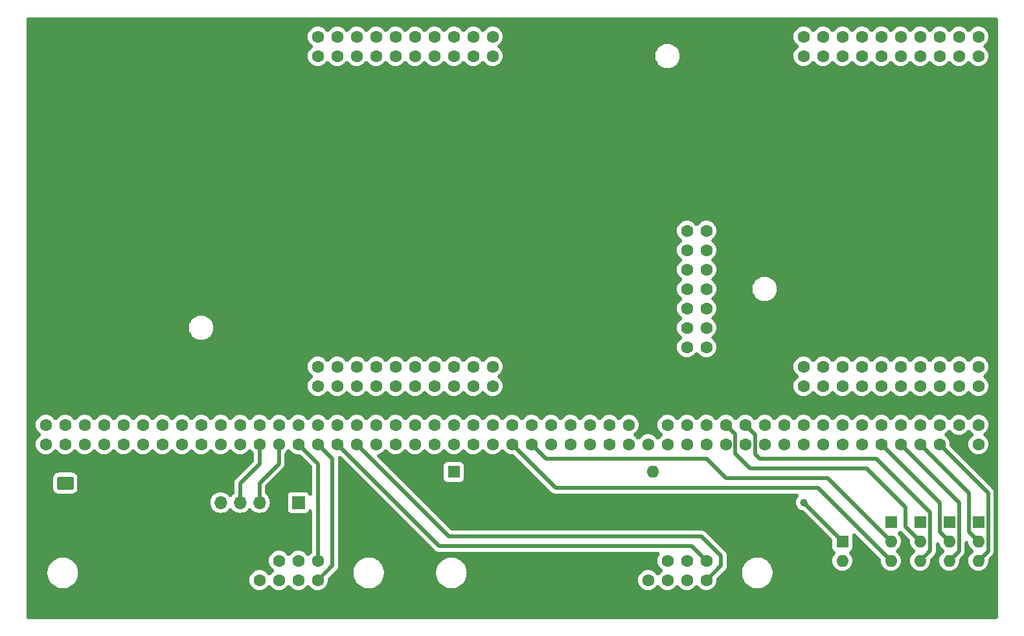
<source format=gbl>
%TF.GenerationSoftware,KiCad,Pcbnew,8.0.7*%
%TF.CreationDate,2025-04-14T19:46:08-06:00*%
%TF.ProjectId,shield_r0.2,73686965-6c64-45f7-9230-2e322e6b6963,rev?*%
%TF.SameCoordinates,Original*%
%TF.FileFunction,Copper,L2,Bot*%
%TF.FilePolarity,Positive*%
%FSLAX46Y46*%
G04 Gerber Fmt 4.6, Leading zero omitted, Abs format (unit mm)*
G04 Created by KiCad (PCBNEW 8.0.7) date 2025-04-14 19:46:08*
%MOMM*%
%LPD*%
G01*
G04 APERTURE LIST*
G04 Aperture macros list*
%AMRoundRect*
0 Rectangle with rounded corners*
0 $1 Rounding radius*
0 $2 $3 $4 $5 $6 $7 $8 $9 X,Y pos of 4 corners*
0 Add a 4 corners polygon primitive as box body*
4,1,4,$2,$3,$4,$5,$6,$7,$8,$9,$2,$3,0*
0 Add four circle primitives for the rounded corners*
1,1,$1+$1,$2,$3*
1,1,$1+$1,$4,$5*
1,1,$1+$1,$6,$7*
1,1,$1+$1,$8,$9*
0 Add four rect primitives between the rounded corners*
20,1,$1+$1,$2,$3,$4,$5,0*
20,1,$1+$1,$4,$5,$6,$7,0*
20,1,$1+$1,$6,$7,$8,$9,0*
20,1,$1+$1,$8,$9,$2,$3,0*%
G04 Aperture macros list end*
%TA.AperFunction,ComponentPad*%
%ADD10RoundRect,0.250000X-0.845000X0.620000X-0.845000X-0.620000X0.845000X-0.620000X0.845000X0.620000X0*%
%TD*%
%TA.AperFunction,ComponentPad*%
%ADD11O,2.190000X1.740000*%
%TD*%
%TA.AperFunction,ComponentPad*%
%ADD12O,1.600000X1.600000*%
%TD*%
%TA.AperFunction,ComponentPad*%
%ADD13R,1.600000X1.600000*%
%TD*%
%TA.AperFunction,ComponentPad*%
%ADD14C,1.600000*%
%TD*%
%TA.AperFunction,ComponentPad*%
%ADD15O,1.700000X1.700000*%
%TD*%
%TA.AperFunction,ComponentPad*%
%ADD16R,1.700000X1.700000*%
%TD*%
%TA.AperFunction,ViaPad*%
%ADD17C,1.000000*%
%TD*%
%TA.AperFunction,Conductor*%
%ADD18C,0.500000*%
%TD*%
G04 APERTURE END LIST*
D10*
%TO.P,J1,1,Pin_1*%
%TO.N,+12V*%
X5080000Y-60960000D03*
D11*
%TO.P,J1,2,Pin_2*%
%TO.N,GND*%
X5080000Y-63500000D03*
%TD*%
D12*
%TO.P,PS1,4,OUT-*%
%TO.N,GND*%
X81880000Y-63500000D03*
%TO.P,PS1,3,OUT+*%
%TO.N,+5V*%
X81880000Y-59500000D03*
%TO.P,PS1,2,IN-*%
%TO.N,GND*%
X55880000Y-63500000D03*
D13*
%TO.P,PS1,1,IN+*%
%TO.N,+12V*%
X55880000Y-59500000D03*
%TD*%
D12*
%TO.P,SERVO1,3,Pin_3*%
%TO.N,GND*%
X106680000Y-73660000D03*
%TO.P,SERVO1,2,Pin_2*%
%TO.N,+5V*%
X106680000Y-71120000D03*
D13*
%TO.P,SERVO1,1,Pin_1*%
%TO.N,/SERVO1*%
X106680000Y-68580000D03*
%TD*%
D14*
%TO.P,U1,*%
%TO.N,*%
X38100000Y-2540000D03*
X38100000Y-5080000D03*
X38100000Y-45720000D03*
X38100000Y-48260000D03*
X40640000Y-2540000D03*
X40640000Y-5080000D03*
X40640000Y-45720000D03*
X40640000Y-48260000D03*
X43180000Y-2540000D03*
X43180000Y-5080000D03*
X43180000Y-45720000D03*
X43180000Y-48260000D03*
X45720000Y-2540000D03*
X45720000Y-5080000D03*
X45720000Y-45720000D03*
X45720000Y-48260000D03*
X48260000Y-2540000D03*
X48260000Y-5080000D03*
X48260000Y-45720000D03*
X48260000Y-48260000D03*
X50800000Y-2540000D03*
X50800000Y-5080000D03*
X50800000Y-45720000D03*
X50800000Y-48260000D03*
X53340000Y-2540000D03*
X53340000Y-5080000D03*
X53340000Y-45720000D03*
X53340000Y-48260000D03*
X55880000Y-2540000D03*
X55880000Y-5080000D03*
X55880000Y-45720000D03*
X55880000Y-48260000D03*
X58420000Y-2540000D03*
X58420000Y-5080000D03*
X58420000Y-45720000D03*
X58420000Y-48260000D03*
X60960000Y-2540000D03*
X60960000Y-5080000D03*
X60960000Y-45720000D03*
X60960000Y-48260000D03*
X86360000Y-27940000D03*
X86360000Y-30480000D03*
X86360000Y-33020000D03*
X86360000Y-35560000D03*
X86360000Y-38100000D03*
X86360000Y-40640000D03*
X86360000Y-43180000D03*
X88900000Y-27940000D03*
X88900000Y-30480000D03*
X88900000Y-33020000D03*
X88900000Y-35560000D03*
X88900000Y-38100000D03*
X88900000Y-40640000D03*
X88900000Y-43180000D03*
X101600000Y-2540000D03*
X101600000Y-5080000D03*
X101600000Y-45720000D03*
X101600000Y-48260000D03*
X104140000Y-2540000D03*
X104140000Y-5080000D03*
X104140000Y-45720000D03*
X104140000Y-48260000D03*
X106680000Y-2540000D03*
X106680000Y-5080000D03*
X106680000Y-45720000D03*
X106680000Y-48260000D03*
X109220000Y-2540000D03*
X109220000Y-5080000D03*
X109220000Y-45720000D03*
X109220000Y-48260000D03*
X111760000Y-2540000D03*
X111760000Y-5080000D03*
X111760000Y-45720000D03*
X111760000Y-48260000D03*
X114300000Y-2540000D03*
X114300000Y-5080000D03*
X114300000Y-45720000D03*
X114300000Y-48260000D03*
X116840000Y-2540000D03*
X116840000Y-5080000D03*
X116840000Y-45720000D03*
X116840000Y-48260000D03*
X119380000Y-2540000D03*
X119380000Y-5080000D03*
X119380000Y-45720000D03*
X119380000Y-48260000D03*
X121920000Y-2540000D03*
X121920000Y-5080000D03*
X121920000Y-45720000D03*
X121920000Y-48260000D03*
X124460000Y-2540000D03*
X124460000Y-5080000D03*
X124460000Y-45720000D03*
X124460000Y-48260000D03*
%TO.P,U1,1,3V3*%
%TO.N,+3.3V*%
X124460000Y-53340000D03*
%TO.P,U1,2,5V*%
%TO.N,+5V*%
X124460000Y-55880000D03*
%TO.P,U1,3*%
%TO.N,N/C*%
X121920000Y-53340000D03*
%TO.P,U1,4,GND*%
%TO.N,GND*%
X121920000Y-55880000D03*
%TO.P,U1,5*%
%TO.N,N/C*%
X119380000Y-53340000D03*
%TO.P,U1,6,PA2*%
%TO.N,/ECHO1*%
X119380000Y-55880000D03*
%TO.P,U1,7*%
%TO.N,N/C*%
X116840000Y-53340000D03*
%TO.P,U1,8,PA3*%
%TO.N,/TRIG1*%
X116840000Y-55880000D03*
%TO.P,U1,9*%
%TO.N,N/C*%
X114300000Y-53340000D03*
%TO.P,U1,10,PA4*%
%TO.N,/ECHO2*%
X114300000Y-55880000D03*
%TO.P,U1,11*%
%TO.N,N/C*%
X111760000Y-53340000D03*
%TO.P,U1,12,PA5*%
%TO.N,/TRIG2*%
X111760000Y-55880000D03*
%TO.P,U1,13*%
%TO.N,N/C*%
X109220000Y-53340000D03*
%TO.P,U1,14*%
X109220000Y-55880000D03*
%TO.P,U1,15*%
X106680000Y-53340000D03*
%TO.P,U1,16*%
X106680000Y-55880000D03*
%TO.P,U1,17*%
X104140000Y-53340000D03*
%TO.P,U1,18*%
X104140000Y-55880000D03*
%TO.P,U1,19*%
X101600000Y-53340000D03*
%TO.P,U1,20*%
X101600000Y-55880000D03*
%TO.P,U1,21*%
X99060000Y-53340000D03*
%TO.P,U1,22*%
X99060000Y-55880000D03*
%TO.P,U1,23*%
X96520000Y-53340000D03*
%TO.P,U1,24*%
X96520000Y-55880000D03*
%TO.P,U1,25,PA6*%
%TO.N,/ECHO3*%
X93980000Y-53340000D03*
%TO.P,U1,26*%
%TO.N,N/C*%
X93980000Y-55880000D03*
%TO.P,U1,27,PA7*%
%TO.N,/TRIG3*%
X91440000Y-53340000D03*
%TO.P,U1,28*%
%TO.N,N/C*%
X91440000Y-55880000D03*
%TO.P,U1,29*%
X88900000Y-53340000D03*
%TO.P,U1,30*%
X88900000Y-55880000D03*
%TO.P,U1,31,PG0*%
%TO.N,/SERVO1*%
X86360000Y-53340000D03*
%TO.P,U1,32*%
%TO.N,N/C*%
X86360000Y-55880000D03*
%TO.P,U1,33*%
X83820000Y-53340000D03*
%TO.P,U1,34*%
X83820000Y-55880000D03*
%TO.P,U1,35,GND*%
%TO.N,GND*%
X81280000Y-53340000D03*
%TO.P,U1,36*%
%TO.N,N/C*%
X81280000Y-55880000D03*
%TO.P,U1,37*%
X78740000Y-53340000D03*
%TO.P,U1,38*%
X78740000Y-55880000D03*
%TO.P,U1,39*%
X76200000Y-53340000D03*
%TO.P,U1,40*%
X76200000Y-55880000D03*
%TO.P,U1,41*%
X73660000Y-53340000D03*
%TO.P,U1,42*%
X73660000Y-55880000D03*
%TO.P,U1,43*%
X71120000Y-53340000D03*
%TO.P,U1,44*%
X71120000Y-55880000D03*
%TO.P,U1,45*%
X68580000Y-53340000D03*
%TO.P,U1,46*%
X68580000Y-55880000D03*
%TO.P,U1,47*%
X66040000Y-53340000D03*
%TO.P,U1,48,PD1*%
%TO.N,/TRIG4*%
X66040000Y-55880000D03*
%TO.P,U1,49*%
%TO.N,N/C*%
X63500000Y-53340000D03*
%TO.P,U1,50,PD0*%
%TO.N,/ECHO4*%
X63500000Y-55880000D03*
%TO.P,U1,51*%
%TO.N,N/C*%
X60960000Y-53340000D03*
%TO.P,U1,52*%
X60960000Y-55880000D03*
%TO.P,U1,53*%
X58420000Y-53340000D03*
%TO.P,U1,54*%
X58420000Y-55880000D03*
%TO.P,U1,55*%
X55880000Y-53340000D03*
%TO.P,U1,56*%
X55880000Y-55880000D03*
%TO.P,U1,57*%
X53340000Y-53340000D03*
%TO.P,U1,58*%
X53340000Y-55880000D03*
%TO.P,U1,59*%
X50800000Y-53340000D03*
%TO.P,U1,60*%
X50800000Y-55880000D03*
%TO.P,U1,61*%
X48260000Y-53340000D03*
%TO.P,U1,62*%
X48260000Y-55880000D03*
%TO.P,U1,63*%
X45720000Y-53340000D03*
%TO.P,U1,64*%
X45720000Y-55880000D03*
%TO.P,U1,65*%
X43180000Y-53340000D03*
%TO.P,U1,66,PF0*%
%TO.N,/RPWM1*%
X43180000Y-55880000D03*
%TO.P,U1,67*%
%TO.N,N/C*%
X40640000Y-53340000D03*
%TO.P,U1,68,PF1*%
%TO.N,/LPWM1*%
X40640000Y-55880000D03*
%TO.P,U1,69*%
%TO.N,N/C*%
X38100000Y-53340000D03*
%TO.P,U1,70,PF2*%
%TO.N,/RPWM2*%
X38100000Y-55880000D03*
%TO.P,U1,71*%
%TO.N,N/C*%
X35560000Y-53340000D03*
%TO.P,U1,72,PF3*%
%TO.N,/LPWM2*%
X35560000Y-55880000D03*
%TO.P,U1,73*%
%TO.N,N/C*%
X33020000Y-53340000D03*
%TO.P,U1,74,PA0*%
%TO.N,/RX0*%
X33020000Y-55880000D03*
%TO.P,U1,75*%
%TO.N,N/C*%
X30480000Y-53340000D03*
%TO.P,U1,76,PA1*%
%TO.N,/TX0*%
X30480000Y-55880000D03*
%TO.P,U1,77*%
%TO.N,N/C*%
X27940000Y-53340000D03*
%TO.P,U1,78*%
X27940000Y-55880000D03*
%TO.P,U1,79*%
X25400000Y-53340000D03*
%TO.P,U1,80*%
X25400000Y-55880000D03*
%TO.P,U1,81*%
X22860000Y-53340000D03*
%TO.P,U1,82*%
X22860000Y-55880000D03*
%TO.P,U1,83*%
X20320000Y-53340000D03*
%TO.P,U1,84*%
X20320000Y-55880000D03*
%TO.P,U1,85*%
X17780000Y-53340000D03*
%TO.P,U1,86*%
X17780000Y-55880000D03*
%TO.P,U1,87*%
X15240000Y-53340000D03*
%TO.P,U1,88*%
X15240000Y-55880000D03*
%TO.P,U1,89*%
X12700000Y-53340000D03*
%TO.P,U1,90*%
X12700000Y-55880000D03*
%TO.P,U1,91*%
X10160000Y-53340000D03*
%TO.P,U1,92*%
X10160000Y-55880000D03*
%TO.P,U1,93*%
X7620000Y-53340000D03*
%TO.P,U1,94*%
X7620000Y-55880000D03*
%TO.P,U1,95*%
X5080000Y-53340000D03*
%TO.P,U1,96*%
X5080000Y-55880000D03*
%TO.P,U1,97*%
X2540000Y-53340000D03*
%TO.P,U1,98*%
X2540000Y-55880000D03*
%TD*%
D13*
%TO.P,SEN2,1,Pin_1*%
%TO.N,+5V*%
X120650000Y-66040000D03*
D12*
%TO.P,SEN2,2,Pin_2*%
%TO.N,/TRIG2*%
X120650000Y-68580000D03*
%TO.P,SEN2,3,Pin_3*%
%TO.N,/ECHO2*%
X120650000Y-71120000D03*
%TO.P,SEN2,4,Pin_4*%
%TO.N,GND*%
X120650000Y-73660000D03*
%TD*%
D13*
%TO.P,SEN4,1,Pin_1*%
%TO.N,+5V*%
X113030000Y-66040000D03*
D12*
%TO.P,SEN4,2,Pin_2*%
%TO.N,/TRIG4*%
X113030000Y-68580000D03*
%TO.P,SEN4,3,Pin_3*%
%TO.N,/ECHO4*%
X113030000Y-71120000D03*
%TO.P,SEN4,4,Pin_4*%
%TO.N,GND*%
X113030000Y-73660000D03*
%TD*%
D13*
%TO.P,SEN1,1,Pin_1*%
%TO.N,+5V*%
X124460000Y-66040000D03*
D12*
%TO.P,SEN1,2,Pin_2*%
%TO.N,/TRIG1*%
X124460000Y-68580000D03*
%TO.P,SEN1,3,Pin_3*%
%TO.N,/ECHO1*%
X124460000Y-71120000D03*
%TO.P,SEN1,4,Pin_4*%
%TO.N,GND*%
X124460000Y-73660000D03*
%TD*%
D13*
%TO.P,SEN3,1,Pin_1*%
%TO.N,+5V*%
X116840000Y-66040000D03*
D12*
%TO.P,SEN3,2,Pin_2*%
%TO.N,/TRIG3*%
X116840000Y-68580000D03*
%TO.P,SEN3,3,Pin_3*%
%TO.N,/ECHO3*%
X116840000Y-71120000D03*
%TO.P,SEN3,4,Pin_4*%
%TO.N,GND*%
X116840000Y-73660000D03*
%TD*%
D15*
%TO.P,BT1,5,Pin_5*%
%TO.N,unconnected-(BT1-Pin_5-Pad5)*%
X25400000Y-63500000D03*
%TO.P,BT1,4,Pin_4*%
%TO.N,/TX0*%
X27940000Y-63500000D03*
%TO.P,BT1,3,Pin_3*%
%TO.N,/RX0*%
X30480000Y-63500000D03*
%TO.P,BT1,2,Pin_2*%
%TO.N,GND*%
X33020000Y-63500000D03*
D16*
%TO.P,BT1,1,Pin_1*%
%TO.N,+5V*%
X35560000Y-63500000D03*
%TD*%
D14*
%TO.P,IBT1,1,Pin_1*%
%TO.N,/RPWM1*%
X88900000Y-73660000D03*
%TO.P,IBT1,2,Pin_2*%
%TO.N,/LPWM1*%
X88900000Y-71120000D03*
%TO.P,IBT1,3,Pin_3*%
%TO.N,+5V*%
X86360000Y-73660000D03*
%TO.P,IBT1,4,Pin_4*%
X86360000Y-71120000D03*
%TO.P,IBT1,5,Pin_5*%
%TO.N,unconnected-(IBT1-Pin_5-Pad5)*%
X83820000Y-73660000D03*
%TO.P,IBT1,6,Pin_6*%
%TO.N,unconnected-(IBT1-Pin_6-Pad6)*%
X83820000Y-71120000D03*
%TO.P,IBT1,7,Pin_7*%
%TO.N,+5V*%
X81280000Y-73660000D03*
%TO.P,IBT1,8,Pin_8*%
%TO.N,GND*%
X81280000Y-71120000D03*
%TD*%
%TO.P,IBT2,1,Pin_1*%
%TO.N,/RPWM2*%
X38100000Y-73660000D03*
%TO.P,IBT2,2,Pin_2*%
%TO.N,/LPWM2*%
X38100000Y-71120000D03*
%TO.P,IBT2,3,Pin_3*%
%TO.N,+5V*%
X35560000Y-73660000D03*
%TO.P,IBT2,4,Pin_4*%
X35560000Y-71120000D03*
%TO.P,IBT2,5,Pin_5*%
%TO.N,unconnected-(IBT2-Pin_5-Pad5)*%
X33020000Y-73660000D03*
%TO.P,IBT2,6,Pin_6*%
%TO.N,unconnected-(IBT2-Pin_6-Pad6)*%
X33020000Y-71120000D03*
%TO.P,IBT2,7,Pin_7*%
%TO.N,+5V*%
X30480000Y-73660000D03*
%TO.P,IBT2,8,Pin_8*%
%TO.N,GND*%
X30480000Y-71120000D03*
%TD*%
D17*
%TO.N,/SERVO1*%
X101600000Y-63500000D03*
%TD*%
D18*
%TO.N,/RPWM2*%
X40005000Y-71755000D02*
X40005000Y-57785000D01*
X40005000Y-57785000D02*
X38100000Y-55880000D01*
X38100000Y-73660000D02*
X40005000Y-71755000D01*
%TO.N,/LPWM2*%
X38100000Y-58420000D02*
X35560000Y-55880000D01*
X38100000Y-71120000D02*
X38100000Y-58420000D01*
%TO.N,/RPWM1*%
X55245000Y-67945000D02*
X43180000Y-55880000D01*
X90805000Y-70485000D02*
X88265000Y-67945000D01*
X88265000Y-67945000D02*
X55245000Y-67945000D01*
X90805000Y-71755000D02*
X90805000Y-70485000D01*
X88900000Y-73660000D02*
X90805000Y-71755000D01*
%TO.N,/LPWM1*%
X53975000Y-69215000D02*
X40640000Y-55880000D01*
X86995000Y-69215000D02*
X53975000Y-69215000D01*
X88900000Y-71120000D02*
X86995000Y-69215000D01*
%TO.N,/ECHO4*%
X103505000Y-61595000D02*
X113030000Y-71120000D01*
X69215000Y-61595000D02*
X103505000Y-61595000D01*
X63500000Y-55880000D02*
X69215000Y-61595000D01*
%TO.N,/TRIG4*%
X67945000Y-57785000D02*
X66040000Y-55880000D01*
X91440000Y-60325000D02*
X88900000Y-57785000D01*
X104775000Y-60325000D02*
X91440000Y-60325000D01*
X88900000Y-57785000D02*
X67945000Y-57785000D01*
X113030000Y-68580000D02*
X104775000Y-60325000D01*
%TO.N,/TRIG3*%
X92690000Y-54590000D02*
X91440000Y-53340000D01*
X109855000Y-59055000D02*
X94615000Y-59055000D01*
X92690000Y-57130000D02*
X92690000Y-54590000D01*
X114935000Y-64135000D02*
X109855000Y-59055000D01*
X94615000Y-59055000D02*
X92690000Y-57130000D01*
X114935000Y-66675000D02*
X114935000Y-64135000D01*
X116840000Y-68580000D02*
X114935000Y-66675000D01*
%TO.N,/ECHO3*%
X118140000Y-64800000D02*
X118140000Y-69820000D01*
X118140000Y-69820000D02*
X116840000Y-71120000D01*
X111125000Y-57785000D02*
X118140000Y-64800000D01*
X95885000Y-57785000D02*
X111125000Y-57785000D01*
X95270000Y-57170000D02*
X95885000Y-57785000D01*
X95270000Y-54630000D02*
X95270000Y-57170000D01*
X93980000Y-53340000D02*
X95270000Y-54630000D01*
%TO.N,/TX0*%
X27940000Y-60960000D02*
X27940000Y-63500000D01*
X30480000Y-58420000D02*
X27940000Y-60960000D01*
X30480000Y-55880000D02*
X30480000Y-58420000D01*
%TO.N,/RX0*%
X33020000Y-58420000D02*
X33020000Y-55880000D01*
X30480000Y-60960000D02*
X33020000Y-58420000D01*
X30480000Y-63500000D02*
X30480000Y-60960000D01*
%TO.N,/TRIG2*%
X120650000Y-68580000D02*
X119380000Y-67310000D01*
X119380000Y-67310000D02*
X119380000Y-63500000D01*
X119380000Y-63500000D02*
X111760000Y-55880000D01*
%TO.N,/ECHO2*%
X121920000Y-69850000D02*
X120650000Y-71120000D01*
X121920000Y-63500000D02*
X121920000Y-69850000D01*
X114300000Y-55880000D02*
X121920000Y-63500000D01*
%TO.N,/TRIG1*%
X123190000Y-62230000D02*
X116840000Y-55880000D01*
X123190000Y-67310000D02*
X123190000Y-62230000D01*
X124460000Y-68580000D02*
X123190000Y-67310000D01*
%TO.N,/ECHO1*%
X125730000Y-69850000D02*
X124460000Y-71120000D01*
X125730000Y-62230000D02*
X125730000Y-69850000D01*
X119380000Y-55880000D02*
X125730000Y-62230000D01*
%TO.N,/SERVO1*%
X101600000Y-63500000D02*
X106680000Y-68580000D01*
%TD*%
%TA.AperFunction,Conductor*%
%TO.N,GND*%
G36*
X126846288Y-18954D02*
G01*
X126927070Y-72930D01*
X126981046Y-153712D01*
X127000000Y-249000D01*
X127000000Y-78491000D01*
X126981046Y-78586288D01*
X126927070Y-78667070D01*
X126846288Y-78721046D01*
X126751000Y-78740000D01*
X249000Y-78740000D01*
X153712Y-78721046D01*
X72930Y-78667070D01*
X18954Y-78586288D01*
X0Y-78491000D01*
X0Y-72567139D01*
X2767548Y-72567139D01*
X2767548Y-72852861D01*
X2808210Y-73135674D01*
X2888707Y-73409821D01*
X2888708Y-73409824D01*
X2888709Y-73409826D01*
X2888710Y-73409829D01*
X3007398Y-73669719D01*
X3161874Y-73910088D01*
X3309024Y-74079908D01*
X3348980Y-74126020D01*
X3348985Y-74126024D01*
X3564911Y-74313125D01*
X3564913Y-74313126D01*
X3564914Y-74313127D01*
X3805278Y-74467600D01*
X4065179Y-74586293D01*
X4339326Y-74666790D01*
X4622139Y-74707452D01*
X4907857Y-74707452D01*
X4907861Y-74707452D01*
X5190674Y-74666790D01*
X5464821Y-74586293D01*
X5724722Y-74467600D01*
X5965086Y-74313127D01*
X6181020Y-74126020D01*
X6368127Y-73910086D01*
X6522600Y-73669722D01*
X6641293Y-73409821D01*
X6721790Y-73135674D01*
X6762452Y-72852861D01*
X6765000Y-72710000D01*
X6762452Y-72567139D01*
X6721790Y-72284326D01*
X6641293Y-72010179D01*
X6617981Y-71959134D01*
X6522601Y-71750280D01*
X6368125Y-71509911D01*
X6181024Y-71293985D01*
X6181020Y-71293980D01*
X6134908Y-71254024D01*
X5965088Y-71106874D01*
X5724719Y-70952398D01*
X5464829Y-70833710D01*
X5464826Y-70833709D01*
X5464824Y-70833708D01*
X5464821Y-70833707D01*
X5190674Y-70753210D01*
X4907861Y-70712548D01*
X4907857Y-70712548D01*
X4622143Y-70712548D01*
X4622139Y-70712548D01*
X4339326Y-70753210D01*
X4065179Y-70833707D01*
X4065177Y-70833707D01*
X4065173Y-70833709D01*
X4065170Y-70833710D01*
X3805280Y-70952398D01*
X3564911Y-71106874D01*
X3348985Y-71293975D01*
X3348975Y-71293985D01*
X3161874Y-71509911D01*
X3007398Y-71750280D01*
X2888710Y-72010170D01*
X2888709Y-72010173D01*
X2888707Y-72010177D01*
X2888707Y-72010179D01*
X2808210Y-72284326D01*
X2767548Y-72567139D01*
X0Y-72567139D01*
X0Y-60289988D01*
X3484500Y-60289988D01*
X3484500Y-61630006D01*
X3495001Y-61732800D01*
X3550185Y-61899331D01*
X3550186Y-61899334D01*
X3642288Y-62048656D01*
X3766344Y-62172712D01*
X3915666Y-62264814D01*
X3915669Y-62264815D01*
X3915667Y-62264815D01*
X4079310Y-62319040D01*
X4082203Y-62319999D01*
X4184991Y-62330500D01*
X5975008Y-62330499D01*
X6077797Y-62319999D01*
X6244334Y-62264814D01*
X6393656Y-62172712D01*
X6517712Y-62048656D01*
X6609814Y-61899334D01*
X6664999Y-61732797D01*
X6675500Y-61630009D01*
X6675499Y-60289992D01*
X6664999Y-60187203D01*
X6653579Y-60152741D01*
X6621025Y-60054500D01*
X6609814Y-60020666D01*
X6517712Y-59871344D01*
X6393656Y-59747288D01*
X6244334Y-59655186D01*
X6244332Y-59655185D01*
X6244330Y-59655184D01*
X6244332Y-59655184D01*
X6077802Y-59600002D01*
X6077798Y-59600001D01*
X6077797Y-59600001D01*
X5975009Y-59589500D01*
X5975005Y-59589500D01*
X4184993Y-59589500D01*
X4082199Y-59600001D01*
X3915667Y-59655185D01*
X3766346Y-59747286D01*
X3642286Y-59871346D01*
X3550184Y-60020668D01*
X3495002Y-60187197D01*
X3495001Y-60187204D01*
X3484500Y-60289988D01*
X0Y-60289988D01*
X0Y-53339994D01*
X1234532Y-53339994D01*
X1234532Y-53340005D01*
X1254363Y-53566679D01*
X1254365Y-53566694D01*
X1313261Y-53786496D01*
X1313262Y-53786499D01*
X1409428Y-53992727D01*
X1409436Y-53992741D01*
X1539949Y-54179134D01*
X1539953Y-54179139D01*
X1700861Y-54340047D01*
X1700864Y-54340049D01*
X1700865Y-54340050D01*
X1795096Y-54406031D01*
X1862280Y-54476212D01*
X1897493Y-54566761D01*
X1895374Y-54663893D01*
X1856245Y-54752820D01*
X1795096Y-54813969D01*
X1700865Y-54879949D01*
X1539949Y-55040865D01*
X1409436Y-55227258D01*
X1409428Y-55227272D01*
X1313262Y-55433500D01*
X1313261Y-55433503D01*
X1254365Y-55653305D01*
X1254363Y-55653320D01*
X1234532Y-55879994D01*
X1234532Y-55880005D01*
X1254363Y-56106679D01*
X1254365Y-56106694D01*
X1313261Y-56326496D01*
X1313262Y-56326499D01*
X1409428Y-56532727D01*
X1409436Y-56532741D01*
X1539949Y-56719134D01*
X1539953Y-56719139D01*
X1700861Y-56880047D01*
X1700864Y-56880049D01*
X1700865Y-56880050D01*
X1887258Y-57010563D01*
X1887262Y-57010565D01*
X1887266Y-57010568D01*
X2093504Y-57106739D01*
X2313308Y-57165635D01*
X2315537Y-57165830D01*
X2539994Y-57185468D01*
X2540000Y-57185468D01*
X2540006Y-57185468D01*
X2729773Y-57168865D01*
X2766692Y-57165635D01*
X2986496Y-57106739D01*
X3192734Y-57010568D01*
X3379139Y-56880047D01*
X3540047Y-56719139D01*
X3606031Y-56624902D01*
X3676211Y-56557719D01*
X3766760Y-56522506D01*
X3863892Y-56524625D01*
X3952819Y-56563753D01*
X4013968Y-56624902D01*
X4079953Y-56719139D01*
X4240861Y-56880047D01*
X4240864Y-56880049D01*
X4240865Y-56880050D01*
X4427258Y-57010563D01*
X4427262Y-57010565D01*
X4427266Y-57010568D01*
X4633504Y-57106739D01*
X4853308Y-57165635D01*
X4855537Y-57165830D01*
X5079994Y-57185468D01*
X5080000Y-57185468D01*
X5080006Y-57185468D01*
X5269773Y-57168865D01*
X5306692Y-57165635D01*
X5526496Y-57106739D01*
X5732734Y-57010568D01*
X5919139Y-56880047D01*
X6080047Y-56719139D01*
X6146031Y-56624902D01*
X6216211Y-56557719D01*
X6306760Y-56522506D01*
X6403892Y-56524625D01*
X6492819Y-56563753D01*
X6553968Y-56624902D01*
X6619953Y-56719139D01*
X6780861Y-56880047D01*
X6780864Y-56880049D01*
X6780865Y-56880050D01*
X6967258Y-57010563D01*
X6967262Y-57010565D01*
X6967266Y-57010568D01*
X7173504Y-57106739D01*
X7393308Y-57165635D01*
X7395537Y-57165830D01*
X7619994Y-57185468D01*
X7620000Y-57185468D01*
X7620006Y-57185468D01*
X7809773Y-57168865D01*
X7846692Y-57165635D01*
X8066496Y-57106739D01*
X8272734Y-57010568D01*
X8459139Y-56880047D01*
X8620047Y-56719139D01*
X8686031Y-56624902D01*
X8756211Y-56557719D01*
X8846760Y-56522506D01*
X8943892Y-56524625D01*
X9032819Y-56563753D01*
X9093968Y-56624902D01*
X9159953Y-56719139D01*
X9320861Y-56880047D01*
X9320864Y-56880049D01*
X9320865Y-56880050D01*
X9507258Y-57010563D01*
X9507262Y-57010565D01*
X9507266Y-57010568D01*
X9713504Y-57106739D01*
X9933308Y-57165635D01*
X9935537Y-57165830D01*
X10159994Y-57185468D01*
X10160000Y-57185468D01*
X10160006Y-57185468D01*
X10349773Y-57168865D01*
X10386692Y-57165635D01*
X10606496Y-57106739D01*
X10812734Y-57010568D01*
X10999139Y-56880047D01*
X11160047Y-56719139D01*
X11226031Y-56624902D01*
X11296211Y-56557719D01*
X11386760Y-56522506D01*
X11483892Y-56524625D01*
X11572819Y-56563753D01*
X11633968Y-56624902D01*
X11699953Y-56719139D01*
X11860861Y-56880047D01*
X11860864Y-56880049D01*
X11860865Y-56880050D01*
X12047258Y-57010563D01*
X12047262Y-57010565D01*
X12047266Y-57010568D01*
X12253504Y-57106739D01*
X12473308Y-57165635D01*
X12475537Y-57165830D01*
X12699994Y-57185468D01*
X12700000Y-57185468D01*
X12700006Y-57185468D01*
X12889773Y-57168865D01*
X12926692Y-57165635D01*
X13146496Y-57106739D01*
X13352734Y-57010568D01*
X13539139Y-56880047D01*
X13700047Y-56719139D01*
X13766031Y-56624902D01*
X13836211Y-56557719D01*
X13926760Y-56522506D01*
X14023892Y-56524625D01*
X14112819Y-56563753D01*
X14173968Y-56624902D01*
X14239953Y-56719139D01*
X14400861Y-56880047D01*
X14400864Y-56880049D01*
X14400865Y-56880050D01*
X14587258Y-57010563D01*
X14587262Y-57010565D01*
X14587266Y-57010568D01*
X14793504Y-57106739D01*
X15013308Y-57165635D01*
X15015537Y-57165830D01*
X15239994Y-57185468D01*
X15240000Y-57185468D01*
X15240006Y-57185468D01*
X15429773Y-57168865D01*
X15466692Y-57165635D01*
X15686496Y-57106739D01*
X15892734Y-57010568D01*
X16079139Y-56880047D01*
X16240047Y-56719139D01*
X16306031Y-56624902D01*
X16376211Y-56557719D01*
X16466760Y-56522506D01*
X16563892Y-56524625D01*
X16652819Y-56563753D01*
X16713968Y-56624902D01*
X16779953Y-56719139D01*
X16940861Y-56880047D01*
X16940864Y-56880049D01*
X16940865Y-56880050D01*
X17127258Y-57010563D01*
X17127262Y-57010565D01*
X17127266Y-57010568D01*
X17333504Y-57106739D01*
X17553308Y-57165635D01*
X17555537Y-57165830D01*
X17779994Y-57185468D01*
X17780000Y-57185468D01*
X17780006Y-57185468D01*
X17969773Y-57168865D01*
X18006692Y-57165635D01*
X18226496Y-57106739D01*
X18432734Y-57010568D01*
X18619139Y-56880047D01*
X18780047Y-56719139D01*
X18846031Y-56624902D01*
X18916211Y-56557719D01*
X19006760Y-56522506D01*
X19103892Y-56524625D01*
X19192819Y-56563753D01*
X19253968Y-56624902D01*
X19319953Y-56719139D01*
X19480861Y-56880047D01*
X19480864Y-56880049D01*
X19480865Y-56880050D01*
X19667258Y-57010563D01*
X19667262Y-57010565D01*
X19667266Y-57010568D01*
X19873504Y-57106739D01*
X20093308Y-57165635D01*
X20095537Y-57165830D01*
X20319994Y-57185468D01*
X20320000Y-57185468D01*
X20320006Y-57185468D01*
X20509773Y-57168865D01*
X20546692Y-57165635D01*
X20766496Y-57106739D01*
X20972734Y-57010568D01*
X21159139Y-56880047D01*
X21320047Y-56719139D01*
X21386031Y-56624902D01*
X21456211Y-56557719D01*
X21546760Y-56522506D01*
X21643892Y-56524625D01*
X21732819Y-56563753D01*
X21793968Y-56624902D01*
X21859953Y-56719139D01*
X22020861Y-56880047D01*
X22020864Y-56880049D01*
X22020865Y-56880050D01*
X22207258Y-57010563D01*
X22207262Y-57010565D01*
X22207266Y-57010568D01*
X22413504Y-57106739D01*
X22633308Y-57165635D01*
X22635537Y-57165830D01*
X22859994Y-57185468D01*
X22860000Y-57185468D01*
X22860006Y-57185468D01*
X23049773Y-57168865D01*
X23086692Y-57165635D01*
X23306496Y-57106739D01*
X23512734Y-57010568D01*
X23699139Y-56880047D01*
X23860047Y-56719139D01*
X23926031Y-56624902D01*
X23996211Y-56557719D01*
X24086760Y-56522506D01*
X24183892Y-56524625D01*
X24272819Y-56563753D01*
X24333968Y-56624902D01*
X24399953Y-56719139D01*
X24560861Y-56880047D01*
X24560864Y-56880049D01*
X24560865Y-56880050D01*
X24747258Y-57010563D01*
X24747262Y-57010565D01*
X24747266Y-57010568D01*
X24953504Y-57106739D01*
X25173308Y-57165635D01*
X25175537Y-57165830D01*
X25399994Y-57185468D01*
X25400000Y-57185468D01*
X25400006Y-57185468D01*
X25589773Y-57168865D01*
X25626692Y-57165635D01*
X25846496Y-57106739D01*
X26052734Y-57010568D01*
X26239139Y-56880047D01*
X26400047Y-56719139D01*
X26466031Y-56624902D01*
X26536211Y-56557719D01*
X26626760Y-56522506D01*
X26723892Y-56524625D01*
X26812819Y-56563753D01*
X26873968Y-56624902D01*
X26939953Y-56719139D01*
X27100861Y-56880047D01*
X27100864Y-56880049D01*
X27100865Y-56880050D01*
X27287258Y-57010563D01*
X27287262Y-57010565D01*
X27287266Y-57010568D01*
X27493504Y-57106739D01*
X27713308Y-57165635D01*
X27715537Y-57165830D01*
X27939994Y-57185468D01*
X27940000Y-57185468D01*
X27940006Y-57185468D01*
X28129773Y-57168865D01*
X28166692Y-57165635D01*
X28386496Y-57106739D01*
X28592734Y-57010568D01*
X28779139Y-56880047D01*
X28940047Y-56719139D01*
X29006031Y-56624902D01*
X29076211Y-56557719D01*
X29166760Y-56522506D01*
X29263892Y-56524625D01*
X29352819Y-56563753D01*
X29413968Y-56624902D01*
X29479953Y-56719139D01*
X29640861Y-56880047D01*
X29640864Y-56880049D01*
X29648549Y-56887734D01*
X29647650Y-56888632D01*
X29701362Y-56955552D01*
X29728552Y-57048825D01*
X29729500Y-57070534D01*
X29729500Y-58005992D01*
X29710546Y-58101280D01*
X29656570Y-58182062D01*
X27357048Y-60481584D01*
X27318368Y-60539474D01*
X27274919Y-60604500D01*
X27274913Y-60604510D01*
X27218341Y-60741088D01*
X27189500Y-60886079D01*
X27189500Y-62247228D01*
X27170546Y-62342516D01*
X27116570Y-62423298D01*
X27083322Y-62451196D01*
X27068601Y-62461503D01*
X26901501Y-62628603D01*
X26873968Y-62667925D01*
X26803787Y-62735109D01*
X26713237Y-62770321D01*
X26616106Y-62768201D01*
X26527179Y-62729072D01*
X26466032Y-62667925D01*
X26438498Y-62628603D01*
X26438497Y-62628602D01*
X26438495Y-62628599D01*
X26271401Y-62461505D01*
X26235744Y-62436538D01*
X26077830Y-62325965D01*
X26057871Y-62316658D01*
X25863663Y-62226097D01*
X25863660Y-62226096D01*
X25635401Y-62164935D01*
X25400005Y-62144341D01*
X25399995Y-62144341D01*
X25164598Y-62164935D01*
X24936335Y-62226097D01*
X24936333Y-62226098D01*
X24722177Y-62325961D01*
X24722169Y-62325965D01*
X24528600Y-62461504D01*
X24361504Y-62628600D01*
X24225965Y-62822169D01*
X24225961Y-62822177D01*
X24126098Y-63036333D01*
X24126097Y-63036335D01*
X24064935Y-63264598D01*
X24044341Y-63499994D01*
X24044341Y-63500005D01*
X24064935Y-63735401D01*
X24076752Y-63779505D01*
X24126097Y-63963663D01*
X24225965Y-64177830D01*
X24336654Y-64335911D01*
X24361505Y-64371401D01*
X24528599Y-64538495D01*
X24722170Y-64674035D01*
X24936337Y-64773903D01*
X25164592Y-64835063D01*
X25164595Y-64835063D01*
X25164598Y-64835064D01*
X25399995Y-64855659D01*
X25400000Y-64855659D01*
X25400005Y-64855659D01*
X25635401Y-64835064D01*
X25635403Y-64835063D01*
X25635408Y-64835063D01*
X25863663Y-64773903D01*
X26077830Y-64674035D01*
X26271401Y-64538495D01*
X26438495Y-64371401D01*
X26466032Y-64332074D01*
X26536211Y-64264891D01*
X26626760Y-64229678D01*
X26723892Y-64231797D01*
X26812819Y-64270925D01*
X26873967Y-64332073D01*
X26901505Y-64371401D01*
X27068599Y-64538495D01*
X27262170Y-64674035D01*
X27476337Y-64773903D01*
X27704592Y-64835063D01*
X27704595Y-64835063D01*
X27704598Y-64835064D01*
X27939995Y-64855659D01*
X27940000Y-64855659D01*
X27940005Y-64855659D01*
X28175401Y-64835064D01*
X28175403Y-64835063D01*
X28175408Y-64835063D01*
X28403663Y-64773903D01*
X28617830Y-64674035D01*
X28811401Y-64538495D01*
X28978495Y-64371401D01*
X29006032Y-64332074D01*
X29076211Y-64264891D01*
X29166760Y-64229678D01*
X29263892Y-64231797D01*
X29352819Y-64270925D01*
X29413967Y-64332073D01*
X29441505Y-64371401D01*
X29608599Y-64538495D01*
X29802170Y-64674035D01*
X30016337Y-64773903D01*
X30244592Y-64835063D01*
X30244595Y-64835063D01*
X30244598Y-64835064D01*
X30479995Y-64855659D01*
X30480000Y-64855659D01*
X30480005Y-64855659D01*
X30715401Y-64835064D01*
X30715403Y-64835063D01*
X30715408Y-64835063D01*
X30943663Y-64773903D01*
X31157830Y-64674035D01*
X31351401Y-64538495D01*
X31518495Y-64371401D01*
X31654035Y-64177830D01*
X31753903Y-63963663D01*
X31815063Y-63735408D01*
X31815064Y-63735401D01*
X31835659Y-63500005D01*
X31835659Y-63499994D01*
X31815064Y-63264598D01*
X31815063Y-63264595D01*
X31815063Y-63264592D01*
X31753903Y-63036337D01*
X31654035Y-62822171D01*
X31630890Y-62789117D01*
X31576809Y-62711880D01*
X31518495Y-62628599D01*
X31351401Y-62461505D01*
X31336677Y-62451195D01*
X31269495Y-62381014D01*
X31234283Y-62290465D01*
X31230500Y-62247228D01*
X31230500Y-61374006D01*
X31249454Y-61278718D01*
X31303427Y-61197939D01*
X33602951Y-58898416D01*
X33685084Y-58775495D01*
X33741658Y-58638913D01*
X33761741Y-58537949D01*
X33770500Y-58493918D01*
X33770500Y-57070534D01*
X33789454Y-56975246D01*
X33843430Y-56894464D01*
X33858843Y-56880341D01*
X33859132Y-56880051D01*
X33859139Y-56880047D01*
X34020047Y-56719139D01*
X34086031Y-56624902D01*
X34156211Y-56557719D01*
X34246760Y-56522506D01*
X34343892Y-56524625D01*
X34432819Y-56563753D01*
X34493968Y-56624902D01*
X34559953Y-56719139D01*
X34720861Y-56880047D01*
X34720864Y-56880049D01*
X34720865Y-56880050D01*
X34907258Y-57010563D01*
X34907262Y-57010565D01*
X34907266Y-57010568D01*
X35113504Y-57106739D01*
X35333308Y-57165635D01*
X35335537Y-57165830D01*
X35559994Y-57185468D01*
X35560000Y-57185468D01*
X35560004Y-57185468D01*
X35668791Y-57175950D01*
X35765369Y-57186526D01*
X35850547Y-57233256D01*
X35866564Y-57247932D01*
X37276570Y-58657937D01*
X37330546Y-58738719D01*
X37349500Y-58834007D01*
X37349500Y-62356589D01*
X37330546Y-62451877D01*
X37276570Y-62532659D01*
X37195788Y-62586635D01*
X37100500Y-62605589D01*
X37005212Y-62586635D01*
X36924430Y-62532659D01*
X36870454Y-62451877D01*
X36867200Y-62443606D01*
X36859625Y-62423298D01*
X36853796Y-62407669D01*
X36767546Y-62292454D01*
X36652331Y-62206204D01*
X36562534Y-62172712D01*
X36517481Y-62155908D01*
X36457873Y-62149500D01*
X34662134Y-62149500D01*
X34662130Y-62149500D01*
X34662128Y-62149501D01*
X34649314Y-62150878D01*
X34602519Y-62155908D01*
X34602515Y-62155909D01*
X34467670Y-62206203D01*
X34352455Y-62292453D01*
X34352453Y-62292455D01*
X34266204Y-62407669D01*
X34215908Y-62542518D01*
X34209500Y-62602123D01*
X34209500Y-64397865D01*
X34209500Y-64397868D01*
X34209501Y-64397872D01*
X34211548Y-64416912D01*
X34215908Y-64457480D01*
X34215909Y-64457484D01*
X34266203Y-64592329D01*
X34266204Y-64592331D01*
X34352454Y-64707546D01*
X34467669Y-64793796D01*
X34602517Y-64844091D01*
X34662127Y-64850500D01*
X36457872Y-64850499D01*
X36517483Y-64844091D01*
X36652331Y-64793796D01*
X36767546Y-64707546D01*
X36853796Y-64592331D01*
X36867199Y-64556393D01*
X36918257Y-64473738D01*
X36997060Y-64416912D01*
X37091611Y-64394569D01*
X37187515Y-64410109D01*
X37270172Y-64461167D01*
X37326998Y-64539970D01*
X37349341Y-64634521D01*
X37349500Y-64643410D01*
X37349500Y-69929465D01*
X37330546Y-70024753D01*
X37276570Y-70105535D01*
X37261159Y-70119655D01*
X37099949Y-70280865D01*
X37033969Y-70375096D01*
X36963788Y-70442280D01*
X36873239Y-70477493D01*
X36776107Y-70475374D01*
X36687180Y-70436245D01*
X36626031Y-70375096D01*
X36560050Y-70280865D01*
X36560049Y-70280864D01*
X36560047Y-70280861D01*
X36399139Y-70119953D01*
X36399135Y-70119950D01*
X36399134Y-70119949D01*
X36212741Y-69989436D01*
X36212727Y-69989428D01*
X36006499Y-69893262D01*
X36006496Y-69893261D01*
X35786694Y-69834365D01*
X35786679Y-69834363D01*
X35560006Y-69814532D01*
X35559994Y-69814532D01*
X35333320Y-69834363D01*
X35333305Y-69834365D01*
X35113503Y-69893261D01*
X35113500Y-69893262D01*
X34907272Y-69989428D01*
X34907258Y-69989436D01*
X34720865Y-70119949D01*
X34559949Y-70280865D01*
X34493969Y-70375096D01*
X34423788Y-70442280D01*
X34333239Y-70477493D01*
X34236107Y-70475374D01*
X34147180Y-70436245D01*
X34086031Y-70375096D01*
X34020050Y-70280865D01*
X34020049Y-70280864D01*
X34020047Y-70280861D01*
X33859139Y-70119953D01*
X33859135Y-70119950D01*
X33859134Y-70119949D01*
X33672741Y-69989436D01*
X33672727Y-69989428D01*
X33466499Y-69893262D01*
X33466496Y-69893261D01*
X33246694Y-69834365D01*
X33246679Y-69834363D01*
X33020006Y-69814532D01*
X33019994Y-69814532D01*
X32793320Y-69834363D01*
X32793305Y-69834365D01*
X32573503Y-69893261D01*
X32573500Y-69893262D01*
X32367272Y-69989428D01*
X32367258Y-69989436D01*
X32180865Y-70119949D01*
X32019949Y-70280865D01*
X31889436Y-70467258D01*
X31889428Y-70467272D01*
X31793262Y-70673500D01*
X31793261Y-70673503D01*
X31734365Y-70893305D01*
X31734363Y-70893320D01*
X31714532Y-71119994D01*
X31714532Y-71120005D01*
X31734363Y-71346679D01*
X31734365Y-71346694D01*
X31793261Y-71566496D01*
X31793262Y-71566499D01*
X31889428Y-71772727D01*
X31889436Y-71772741D01*
X32019949Y-71959134D01*
X32019953Y-71959139D01*
X32180861Y-72120047D01*
X32180864Y-72120049D01*
X32180865Y-72120050D01*
X32275096Y-72186031D01*
X32342280Y-72256212D01*
X32377493Y-72346761D01*
X32375374Y-72443893D01*
X32336245Y-72532820D01*
X32275096Y-72593969D01*
X32180865Y-72659949D01*
X32019949Y-72820865D01*
X31953969Y-72915096D01*
X31883788Y-72982280D01*
X31793239Y-73017493D01*
X31696107Y-73015374D01*
X31607180Y-72976245D01*
X31546031Y-72915096D01*
X31480050Y-72820865D01*
X31480049Y-72820864D01*
X31480047Y-72820861D01*
X31319139Y-72659953D01*
X31319135Y-72659950D01*
X31319134Y-72659949D01*
X31132741Y-72529436D01*
X31132727Y-72529428D01*
X30926499Y-72433262D01*
X30926496Y-72433261D01*
X30706694Y-72374365D01*
X30706679Y-72374363D01*
X30480006Y-72354532D01*
X30479994Y-72354532D01*
X30253320Y-72374363D01*
X30253305Y-72374365D01*
X30033503Y-72433261D01*
X30033500Y-72433262D01*
X29827272Y-72529428D01*
X29827258Y-72529436D01*
X29640865Y-72659949D01*
X29479949Y-72820865D01*
X29349436Y-73007258D01*
X29349428Y-73007272D01*
X29253262Y-73213500D01*
X29253261Y-73213503D01*
X29194365Y-73433305D01*
X29194363Y-73433320D01*
X29174532Y-73659994D01*
X29174532Y-73660005D01*
X29194363Y-73886679D01*
X29194365Y-73886694D01*
X29253261Y-74106496D01*
X29253262Y-74106499D01*
X29349428Y-74312727D01*
X29349436Y-74312741D01*
X29457869Y-74467600D01*
X29479953Y-74499139D01*
X29640861Y-74660047D01*
X29640864Y-74660049D01*
X29640865Y-74660050D01*
X29827258Y-74790563D01*
X29827262Y-74790565D01*
X29827266Y-74790568D01*
X30033504Y-74886739D01*
X30253308Y-74945635D01*
X30272984Y-74947356D01*
X30479994Y-74965468D01*
X30480000Y-74965468D01*
X30480006Y-74965468D01*
X30659668Y-74949749D01*
X30706692Y-74945635D01*
X30926496Y-74886739D01*
X31132734Y-74790568D01*
X31319139Y-74660047D01*
X31480047Y-74499139D01*
X31546031Y-74404902D01*
X31616211Y-74337719D01*
X31706760Y-74302506D01*
X31803892Y-74304625D01*
X31892819Y-74343753D01*
X31953968Y-74404902D01*
X32019953Y-74499139D01*
X32180861Y-74660047D01*
X32180864Y-74660049D01*
X32180865Y-74660050D01*
X32367258Y-74790563D01*
X32367262Y-74790565D01*
X32367266Y-74790568D01*
X32573504Y-74886739D01*
X32793308Y-74945635D01*
X32812984Y-74947356D01*
X33019994Y-74965468D01*
X33020000Y-74965468D01*
X33020006Y-74965468D01*
X33199668Y-74949749D01*
X33246692Y-74945635D01*
X33466496Y-74886739D01*
X33672734Y-74790568D01*
X33859139Y-74660047D01*
X34020047Y-74499139D01*
X34086031Y-74404902D01*
X34156211Y-74337719D01*
X34246760Y-74302506D01*
X34343892Y-74304625D01*
X34432819Y-74343753D01*
X34493968Y-74404902D01*
X34559953Y-74499139D01*
X34720861Y-74660047D01*
X34720864Y-74660049D01*
X34720865Y-74660050D01*
X34907258Y-74790563D01*
X34907262Y-74790565D01*
X34907266Y-74790568D01*
X35113504Y-74886739D01*
X35333308Y-74945635D01*
X35352984Y-74947356D01*
X35559994Y-74965468D01*
X35560000Y-74965468D01*
X35560006Y-74965468D01*
X35739668Y-74949749D01*
X35786692Y-74945635D01*
X36006496Y-74886739D01*
X36212734Y-74790568D01*
X36399139Y-74660047D01*
X36560047Y-74499139D01*
X36626031Y-74404902D01*
X36696211Y-74337719D01*
X36786760Y-74302506D01*
X36883892Y-74304625D01*
X36972819Y-74343753D01*
X37033968Y-74404902D01*
X37099953Y-74499139D01*
X37260861Y-74660047D01*
X37260864Y-74660049D01*
X37260865Y-74660050D01*
X37447258Y-74790563D01*
X37447262Y-74790565D01*
X37447266Y-74790568D01*
X37653504Y-74886739D01*
X37873308Y-74945635D01*
X37892984Y-74947356D01*
X38099994Y-74965468D01*
X38100000Y-74965468D01*
X38100006Y-74965468D01*
X38279668Y-74949749D01*
X38326692Y-74945635D01*
X38546496Y-74886739D01*
X38752734Y-74790568D01*
X38939139Y-74660047D01*
X39100047Y-74499139D01*
X39230568Y-74312734D01*
X39326739Y-74106496D01*
X39385635Y-73886692D01*
X39390375Y-73832512D01*
X39405468Y-73660005D01*
X39405468Y-73659994D01*
X39395950Y-73551206D01*
X39406526Y-73454629D01*
X39453257Y-73369450D01*
X39467920Y-73353446D01*
X40254228Y-72567139D01*
X42767548Y-72567139D01*
X42767548Y-72852861D01*
X42808210Y-73135674D01*
X42888707Y-73409821D01*
X42888708Y-73409824D01*
X42888709Y-73409826D01*
X42888710Y-73409829D01*
X43007398Y-73669719D01*
X43161874Y-73910088D01*
X43309024Y-74079908D01*
X43348980Y-74126020D01*
X43348985Y-74126024D01*
X43564911Y-74313125D01*
X43564913Y-74313126D01*
X43564914Y-74313127D01*
X43805278Y-74467600D01*
X44065179Y-74586293D01*
X44339326Y-74666790D01*
X44622139Y-74707452D01*
X44907857Y-74707452D01*
X44907861Y-74707452D01*
X45190674Y-74666790D01*
X45464821Y-74586293D01*
X45724722Y-74467600D01*
X45965086Y-74313127D01*
X46181020Y-74126020D01*
X46368127Y-73910086D01*
X46522600Y-73669722D01*
X46641293Y-73409821D01*
X46721790Y-73135674D01*
X46762452Y-72852861D01*
X46765000Y-72710000D01*
X46762452Y-72567139D01*
X53567548Y-72567139D01*
X53567548Y-72852861D01*
X53608210Y-73135674D01*
X53688707Y-73409821D01*
X53688708Y-73409824D01*
X53688709Y-73409826D01*
X53688710Y-73409829D01*
X53807398Y-73669719D01*
X53961874Y-73910088D01*
X54109024Y-74079908D01*
X54148980Y-74126020D01*
X54148985Y-74126024D01*
X54364911Y-74313125D01*
X54364913Y-74313126D01*
X54364914Y-74313127D01*
X54605278Y-74467600D01*
X54865179Y-74586293D01*
X55139326Y-74666790D01*
X55422139Y-74707452D01*
X55707857Y-74707452D01*
X55707861Y-74707452D01*
X55990674Y-74666790D01*
X56264821Y-74586293D01*
X56524722Y-74467600D01*
X56765086Y-74313127D01*
X56981020Y-74126020D01*
X57168127Y-73910086D01*
X57322600Y-73669722D01*
X57441293Y-73409821D01*
X57521790Y-73135674D01*
X57562452Y-72852861D01*
X57565000Y-72710000D01*
X57562452Y-72567139D01*
X57521790Y-72284326D01*
X57441293Y-72010179D01*
X57417981Y-71959134D01*
X57322601Y-71750280D01*
X57168125Y-71509911D01*
X56981024Y-71293985D01*
X56981020Y-71293980D01*
X56934908Y-71254024D01*
X56765088Y-71106874D01*
X56524719Y-70952398D01*
X56264829Y-70833710D01*
X56264826Y-70833709D01*
X56264824Y-70833708D01*
X56264821Y-70833707D01*
X55990674Y-70753210D01*
X55707861Y-70712548D01*
X55707857Y-70712548D01*
X55422143Y-70712548D01*
X55422139Y-70712548D01*
X55139326Y-70753210D01*
X54865179Y-70833707D01*
X54865177Y-70833707D01*
X54865173Y-70833709D01*
X54865170Y-70833710D01*
X54605280Y-70952398D01*
X54364911Y-71106874D01*
X54148985Y-71293975D01*
X54148975Y-71293985D01*
X53961874Y-71509911D01*
X53807398Y-71750280D01*
X53688710Y-72010170D01*
X53688709Y-72010173D01*
X53688707Y-72010177D01*
X53688707Y-72010179D01*
X53608210Y-72284326D01*
X53567548Y-72567139D01*
X46762452Y-72567139D01*
X46721790Y-72284326D01*
X46641293Y-72010179D01*
X46617981Y-71959134D01*
X46522601Y-71750280D01*
X46368125Y-71509911D01*
X46181024Y-71293985D01*
X46181020Y-71293980D01*
X46134908Y-71254024D01*
X45965088Y-71106874D01*
X45724719Y-70952398D01*
X45464829Y-70833710D01*
X45464826Y-70833709D01*
X45464824Y-70833708D01*
X45464821Y-70833707D01*
X45190674Y-70753210D01*
X44907861Y-70712548D01*
X44907857Y-70712548D01*
X44622143Y-70712548D01*
X44622139Y-70712548D01*
X44339326Y-70753210D01*
X44065179Y-70833707D01*
X44065177Y-70833707D01*
X44065173Y-70833709D01*
X44065170Y-70833710D01*
X43805280Y-70952398D01*
X43564911Y-71106874D01*
X43348985Y-71293975D01*
X43348975Y-71293985D01*
X43161874Y-71509911D01*
X43007398Y-71750280D01*
X42888710Y-72010170D01*
X42888709Y-72010173D01*
X42888707Y-72010177D01*
X42888707Y-72010179D01*
X42808210Y-72284326D01*
X42767548Y-72567139D01*
X40254228Y-72567139D01*
X40587952Y-72233416D01*
X40637186Y-72159729D01*
X40670084Y-72110495D01*
X40726658Y-71973913D01*
X40755500Y-71828918D01*
X40755500Y-57711082D01*
X40753196Y-57699499D01*
X40753195Y-57602344D01*
X40790374Y-57512584D01*
X40859072Y-57443884D01*
X40948831Y-57406704D01*
X41045986Y-57406703D01*
X41135746Y-57443882D01*
X41173481Y-57474849D01*
X53496584Y-69797952D01*
X53570270Y-69847186D01*
X53619505Y-69880084D01*
X53619510Y-69880086D01*
X53619512Y-69880087D01*
X53652903Y-69893918D01*
X53756087Y-69936658D01*
X53901080Y-69965499D01*
X53901081Y-69965500D01*
X53901082Y-69965500D01*
X53901083Y-69965500D01*
X54048918Y-69965500D01*
X82562447Y-69965500D01*
X82657735Y-69984454D01*
X82738517Y-70038430D01*
X82792493Y-70119212D01*
X82811447Y-70214500D01*
X82792493Y-70309788D01*
X82766416Y-70357320D01*
X82689436Y-70467258D01*
X82689428Y-70467272D01*
X82593262Y-70673500D01*
X82593261Y-70673503D01*
X82534365Y-70893305D01*
X82534363Y-70893320D01*
X82514532Y-71119994D01*
X82514532Y-71120005D01*
X82534363Y-71346679D01*
X82534365Y-71346694D01*
X82593261Y-71566496D01*
X82593262Y-71566499D01*
X82689428Y-71772727D01*
X82689436Y-71772741D01*
X82819949Y-71959134D01*
X82819953Y-71959139D01*
X82980861Y-72120047D01*
X82980864Y-72120049D01*
X82980865Y-72120050D01*
X83075096Y-72186031D01*
X83142280Y-72256212D01*
X83177493Y-72346761D01*
X83175374Y-72443893D01*
X83136245Y-72532820D01*
X83075096Y-72593969D01*
X82980865Y-72659949D01*
X82819949Y-72820865D01*
X82753969Y-72915096D01*
X82683788Y-72982280D01*
X82593239Y-73017493D01*
X82496107Y-73015374D01*
X82407180Y-72976245D01*
X82346031Y-72915096D01*
X82280050Y-72820865D01*
X82280049Y-72820864D01*
X82280047Y-72820861D01*
X82119139Y-72659953D01*
X82119135Y-72659950D01*
X82119134Y-72659949D01*
X81932741Y-72529436D01*
X81932727Y-72529428D01*
X81726499Y-72433262D01*
X81726496Y-72433261D01*
X81506694Y-72374365D01*
X81506679Y-72374363D01*
X81280006Y-72354532D01*
X81279994Y-72354532D01*
X81053320Y-72374363D01*
X81053305Y-72374365D01*
X80833503Y-72433261D01*
X80833500Y-72433262D01*
X80627272Y-72529428D01*
X80627258Y-72529436D01*
X80440865Y-72659949D01*
X80279949Y-72820865D01*
X80149436Y-73007258D01*
X80149428Y-73007272D01*
X80053262Y-73213500D01*
X80053261Y-73213503D01*
X79994365Y-73433305D01*
X79994363Y-73433320D01*
X79974532Y-73659994D01*
X79974532Y-73660005D01*
X79994363Y-73886679D01*
X79994365Y-73886694D01*
X80053261Y-74106496D01*
X80053262Y-74106499D01*
X80149428Y-74312727D01*
X80149436Y-74312741D01*
X80257869Y-74467600D01*
X80279953Y-74499139D01*
X80440861Y-74660047D01*
X80440864Y-74660049D01*
X80440865Y-74660050D01*
X80627258Y-74790563D01*
X80627262Y-74790565D01*
X80627266Y-74790568D01*
X80833504Y-74886739D01*
X81053308Y-74945635D01*
X81072984Y-74947356D01*
X81279994Y-74965468D01*
X81280000Y-74965468D01*
X81280006Y-74965468D01*
X81459668Y-74949749D01*
X81506692Y-74945635D01*
X81726496Y-74886739D01*
X81932734Y-74790568D01*
X82119139Y-74660047D01*
X82280047Y-74499139D01*
X82346031Y-74404902D01*
X82416211Y-74337719D01*
X82506760Y-74302506D01*
X82603892Y-74304625D01*
X82692819Y-74343753D01*
X82753968Y-74404902D01*
X82819953Y-74499139D01*
X82980861Y-74660047D01*
X82980864Y-74660049D01*
X82980865Y-74660050D01*
X83167258Y-74790563D01*
X83167262Y-74790565D01*
X83167266Y-74790568D01*
X83373504Y-74886739D01*
X83593308Y-74945635D01*
X83612984Y-74947356D01*
X83819994Y-74965468D01*
X83820000Y-74965468D01*
X83820006Y-74965468D01*
X83999668Y-74949749D01*
X84046692Y-74945635D01*
X84266496Y-74886739D01*
X84472734Y-74790568D01*
X84659139Y-74660047D01*
X84820047Y-74499139D01*
X84886031Y-74404902D01*
X84956211Y-74337719D01*
X85046760Y-74302506D01*
X85143892Y-74304625D01*
X85232819Y-74343753D01*
X85293968Y-74404902D01*
X85359953Y-74499139D01*
X85520861Y-74660047D01*
X85520864Y-74660049D01*
X85520865Y-74660050D01*
X85707258Y-74790563D01*
X85707262Y-74790565D01*
X85707266Y-74790568D01*
X85913504Y-74886739D01*
X86133308Y-74945635D01*
X86152984Y-74947356D01*
X86359994Y-74965468D01*
X86360000Y-74965468D01*
X86360006Y-74965468D01*
X86539668Y-74949749D01*
X86586692Y-74945635D01*
X86806496Y-74886739D01*
X87012734Y-74790568D01*
X87199139Y-74660047D01*
X87360047Y-74499139D01*
X87426031Y-74404902D01*
X87496211Y-74337719D01*
X87586760Y-74302506D01*
X87683892Y-74304625D01*
X87772819Y-74343753D01*
X87833968Y-74404902D01*
X87899953Y-74499139D01*
X88060861Y-74660047D01*
X88060864Y-74660049D01*
X88060865Y-74660050D01*
X88247258Y-74790563D01*
X88247262Y-74790565D01*
X88247266Y-74790568D01*
X88453504Y-74886739D01*
X88673308Y-74945635D01*
X88692984Y-74947356D01*
X88899994Y-74965468D01*
X88900000Y-74965468D01*
X88900006Y-74965468D01*
X89079668Y-74949749D01*
X89126692Y-74945635D01*
X89346496Y-74886739D01*
X89552734Y-74790568D01*
X89739139Y-74660047D01*
X89900047Y-74499139D01*
X90030568Y-74312734D01*
X90126739Y-74106496D01*
X90185635Y-73886692D01*
X90190375Y-73832512D01*
X90205468Y-73660005D01*
X90205468Y-73659994D01*
X90195950Y-73551206D01*
X90206526Y-73454629D01*
X90253257Y-73369450D01*
X90267920Y-73353446D01*
X91054228Y-72567139D01*
X93567548Y-72567139D01*
X93567548Y-72852861D01*
X93608210Y-73135674D01*
X93688707Y-73409821D01*
X93688708Y-73409824D01*
X93688709Y-73409826D01*
X93688710Y-73409829D01*
X93807398Y-73669719D01*
X93961874Y-73910088D01*
X94109024Y-74079908D01*
X94148980Y-74126020D01*
X94148985Y-74126024D01*
X94364911Y-74313125D01*
X94364913Y-74313126D01*
X94364914Y-74313127D01*
X94605278Y-74467600D01*
X94865179Y-74586293D01*
X95139326Y-74666790D01*
X95422139Y-74707452D01*
X95707857Y-74707452D01*
X95707861Y-74707452D01*
X95990674Y-74666790D01*
X96264821Y-74586293D01*
X96524722Y-74467600D01*
X96765086Y-74313127D01*
X96981020Y-74126020D01*
X97168127Y-73910086D01*
X97322600Y-73669722D01*
X97441293Y-73409821D01*
X97521790Y-73135674D01*
X97562452Y-72852861D01*
X97565000Y-72710000D01*
X97562452Y-72567139D01*
X97521790Y-72284326D01*
X97441293Y-72010179D01*
X97417981Y-71959134D01*
X97322601Y-71750280D01*
X97168125Y-71509911D01*
X96981024Y-71293985D01*
X96981020Y-71293980D01*
X96934908Y-71254024D01*
X96765088Y-71106874D01*
X96524719Y-70952398D01*
X96264829Y-70833710D01*
X96264826Y-70833709D01*
X96264824Y-70833708D01*
X96264821Y-70833707D01*
X95990674Y-70753210D01*
X95707861Y-70712548D01*
X95707857Y-70712548D01*
X95422143Y-70712548D01*
X95422139Y-70712548D01*
X95139326Y-70753210D01*
X94865179Y-70833707D01*
X94865177Y-70833707D01*
X94865173Y-70833709D01*
X94865170Y-70833710D01*
X94605280Y-70952398D01*
X94364911Y-71106874D01*
X94148985Y-71293975D01*
X94148975Y-71293985D01*
X93961874Y-71509911D01*
X93807398Y-71750280D01*
X93688710Y-72010170D01*
X93688709Y-72010173D01*
X93688707Y-72010177D01*
X93688707Y-72010179D01*
X93608210Y-72284326D01*
X93567548Y-72567139D01*
X91054228Y-72567139D01*
X91387952Y-72233416D01*
X91437186Y-72159729D01*
X91470084Y-72110495D01*
X91526658Y-71973913D01*
X91555500Y-71828918D01*
X91555500Y-70411082D01*
X91526658Y-70266087D01*
X91470084Y-70129505D01*
X91387951Y-70006584D01*
X91343426Y-69962059D01*
X91283416Y-69902048D01*
X91283416Y-69902049D01*
X88743416Y-67362048D01*
X88743412Y-67362045D01*
X88743410Y-67362043D01*
X88743411Y-67362043D01*
X88669732Y-67312815D01*
X88669729Y-67312812D01*
X88669729Y-67312813D01*
X88620495Y-67279916D01*
X88483913Y-67223342D01*
X88483911Y-67223341D01*
X88338920Y-67194500D01*
X88338918Y-67194500D01*
X55659007Y-67194500D01*
X55563719Y-67175546D01*
X55482937Y-67121570D01*
X47013491Y-58652123D01*
X54579500Y-58652123D01*
X54579500Y-60347865D01*
X54579500Y-60347868D01*
X54579501Y-60347872D01*
X54581567Y-60367093D01*
X54585908Y-60407480D01*
X54585909Y-60407484D01*
X54635138Y-60539474D01*
X54636204Y-60542331D01*
X54722454Y-60657546D01*
X54837669Y-60743796D01*
X54972517Y-60794091D01*
X55032127Y-60800500D01*
X56727872Y-60800499D01*
X56787483Y-60794091D01*
X56922331Y-60743796D01*
X57037546Y-60657546D01*
X57123796Y-60542331D01*
X57174091Y-60407483D01*
X57180500Y-60347873D01*
X57180499Y-58652128D01*
X57174091Y-58592517D01*
X57123796Y-58457669D01*
X57037546Y-58342454D01*
X56922331Y-58256204D01*
X56842117Y-58226286D01*
X56787481Y-58205908D01*
X56727873Y-58199500D01*
X55032134Y-58199500D01*
X55032130Y-58199500D01*
X55032128Y-58199501D01*
X55019314Y-58200878D01*
X54972519Y-58205908D01*
X54972515Y-58205909D01*
X54837670Y-58256203D01*
X54722455Y-58342453D01*
X54722453Y-58342455D01*
X54636204Y-58457669D01*
X54585908Y-58592518D01*
X54579500Y-58652123D01*
X47013491Y-58652123D01*
X45920655Y-57559287D01*
X45866679Y-57478505D01*
X45847725Y-57383217D01*
X45866679Y-57287929D01*
X45920655Y-57207147D01*
X46001437Y-57153171D01*
X46032272Y-57142703D01*
X46166496Y-57106739D01*
X46372734Y-57010568D01*
X46559139Y-56880047D01*
X46720047Y-56719139D01*
X46786031Y-56624902D01*
X46856211Y-56557719D01*
X46946760Y-56522506D01*
X47043892Y-56524625D01*
X47132819Y-56563753D01*
X47193968Y-56624902D01*
X47259953Y-56719139D01*
X47420861Y-56880047D01*
X47420864Y-56880049D01*
X47420865Y-56880050D01*
X47607258Y-57010563D01*
X47607262Y-57010565D01*
X47607266Y-57010568D01*
X47813504Y-57106739D01*
X48033308Y-57165635D01*
X48035537Y-57165830D01*
X48259994Y-57185468D01*
X48260000Y-57185468D01*
X48260006Y-57185468D01*
X48449773Y-57168865D01*
X48486692Y-57165635D01*
X48706496Y-57106739D01*
X48912734Y-57010568D01*
X49099139Y-56880047D01*
X49260047Y-56719139D01*
X49326031Y-56624902D01*
X49396211Y-56557719D01*
X49486760Y-56522506D01*
X49583892Y-56524625D01*
X49672819Y-56563753D01*
X49733968Y-56624902D01*
X49799953Y-56719139D01*
X49960861Y-56880047D01*
X49960864Y-56880049D01*
X49960865Y-56880050D01*
X50147258Y-57010563D01*
X50147262Y-57010565D01*
X50147266Y-57010568D01*
X50353504Y-57106739D01*
X50573308Y-57165635D01*
X50575537Y-57165830D01*
X50799994Y-57185468D01*
X50800000Y-57185468D01*
X50800006Y-57185468D01*
X50989773Y-57168865D01*
X51026692Y-57165635D01*
X51246496Y-57106739D01*
X51452734Y-57010568D01*
X51639139Y-56880047D01*
X51800047Y-56719139D01*
X51866031Y-56624902D01*
X51936211Y-56557719D01*
X52026760Y-56522506D01*
X52123892Y-56524625D01*
X52212819Y-56563753D01*
X52273968Y-56624902D01*
X52339953Y-56719139D01*
X52500861Y-56880047D01*
X52500864Y-56880049D01*
X52500865Y-56880050D01*
X52687258Y-57010563D01*
X52687262Y-57010565D01*
X52687266Y-57010568D01*
X52893504Y-57106739D01*
X53113308Y-57165635D01*
X53115537Y-57165830D01*
X53339994Y-57185468D01*
X53340000Y-57185468D01*
X53340006Y-57185468D01*
X53529773Y-57168865D01*
X53566692Y-57165635D01*
X53786496Y-57106739D01*
X53992734Y-57010568D01*
X54179139Y-56880047D01*
X54340047Y-56719139D01*
X54406031Y-56624902D01*
X54476211Y-56557719D01*
X54566760Y-56522506D01*
X54663892Y-56524625D01*
X54752819Y-56563753D01*
X54813968Y-56624902D01*
X54879953Y-56719139D01*
X55040861Y-56880047D01*
X55040864Y-56880049D01*
X55040865Y-56880050D01*
X55227258Y-57010563D01*
X55227262Y-57010565D01*
X55227266Y-57010568D01*
X55433504Y-57106739D01*
X55653308Y-57165635D01*
X55655537Y-57165830D01*
X55879994Y-57185468D01*
X55880000Y-57185468D01*
X55880006Y-57185468D01*
X56069773Y-57168865D01*
X56106692Y-57165635D01*
X56326496Y-57106739D01*
X56532734Y-57010568D01*
X56719139Y-56880047D01*
X56880047Y-56719139D01*
X56946031Y-56624902D01*
X57016211Y-56557719D01*
X57106760Y-56522506D01*
X57203892Y-56524625D01*
X57292819Y-56563753D01*
X57353968Y-56624902D01*
X57419953Y-56719139D01*
X57580861Y-56880047D01*
X57580864Y-56880049D01*
X57580865Y-56880050D01*
X57767258Y-57010563D01*
X57767262Y-57010565D01*
X57767266Y-57010568D01*
X57973504Y-57106739D01*
X58193308Y-57165635D01*
X58195537Y-57165830D01*
X58419994Y-57185468D01*
X58420000Y-57185468D01*
X58420006Y-57185468D01*
X58609773Y-57168865D01*
X58646692Y-57165635D01*
X58866496Y-57106739D01*
X59072734Y-57010568D01*
X59259139Y-56880047D01*
X59420047Y-56719139D01*
X59486031Y-56624902D01*
X59556211Y-56557719D01*
X59646760Y-56522506D01*
X59743892Y-56524625D01*
X59832819Y-56563753D01*
X59893968Y-56624902D01*
X59959953Y-56719139D01*
X60120861Y-56880047D01*
X60120864Y-56880049D01*
X60120865Y-56880050D01*
X60307258Y-57010563D01*
X60307262Y-57010565D01*
X60307266Y-57010568D01*
X60513504Y-57106739D01*
X60733308Y-57165635D01*
X60735537Y-57165830D01*
X60959994Y-57185468D01*
X60960000Y-57185468D01*
X60960006Y-57185468D01*
X61149773Y-57168865D01*
X61186692Y-57165635D01*
X61406496Y-57106739D01*
X61612734Y-57010568D01*
X61799139Y-56880047D01*
X61960047Y-56719139D01*
X62026031Y-56624902D01*
X62096211Y-56557719D01*
X62186760Y-56522506D01*
X62283892Y-56524625D01*
X62372819Y-56563753D01*
X62433968Y-56624902D01*
X62499953Y-56719139D01*
X62660861Y-56880047D01*
X62660864Y-56880049D01*
X62660865Y-56880050D01*
X62847258Y-57010563D01*
X62847262Y-57010565D01*
X62847266Y-57010568D01*
X63053504Y-57106739D01*
X63273308Y-57165635D01*
X63275537Y-57165830D01*
X63499994Y-57185468D01*
X63500000Y-57185468D01*
X63500004Y-57185468D01*
X63608791Y-57175950D01*
X63705369Y-57186526D01*
X63790547Y-57233256D01*
X63806564Y-57247932D01*
X68632049Y-62073416D01*
X68632048Y-62073416D01*
X68702974Y-62144341D01*
X68736584Y-62177951D01*
X68859505Y-62260084D01*
X68916080Y-62283518D01*
X68916082Y-62283519D01*
X68996084Y-62316658D01*
X68996086Y-62316658D01*
X68996088Y-62316659D01*
X69034805Y-62324360D01*
X69112237Y-62339763D01*
X69112245Y-62339763D01*
X69141080Y-62345499D01*
X69141081Y-62345500D01*
X69141082Y-62345500D01*
X69141083Y-62345500D01*
X69288918Y-62345500D01*
X100733758Y-62345500D01*
X100829046Y-62364454D01*
X100909828Y-62418430D01*
X100963804Y-62499212D01*
X100982758Y-62594500D01*
X100963804Y-62689788D01*
X100909828Y-62770570D01*
X100891720Y-62786981D01*
X100889121Y-62789113D01*
X100889114Y-62789120D01*
X100764088Y-62941463D01*
X100671188Y-63115266D01*
X100671185Y-63115274D01*
X100613975Y-63303868D01*
X100594659Y-63500000D01*
X100613975Y-63696131D01*
X100671185Y-63884725D01*
X100671188Y-63884733D01*
X100764088Y-64058536D01*
X100833998Y-64143721D01*
X100889117Y-64210883D01*
X100912019Y-64229678D01*
X101041463Y-64335911D01*
X101215266Y-64428811D01*
X101215270Y-64428812D01*
X101215273Y-64428814D01*
X101403868Y-64486024D01*
X101449184Y-64490487D01*
X101542156Y-64518689D01*
X101600850Y-64562218D01*
X105306570Y-68267938D01*
X105360546Y-68348720D01*
X105379500Y-68444008D01*
X105379500Y-69427865D01*
X105379500Y-69427868D01*
X105379501Y-69427872D01*
X105381567Y-69447093D01*
X105385908Y-69487480D01*
X105385909Y-69487483D01*
X105436204Y-69622331D01*
X105522454Y-69737546D01*
X105637669Y-69823796D01*
X105638337Y-69824045D01*
X105639953Y-69825043D01*
X105653298Y-69832330D01*
X105652907Y-69833044D01*
X105720991Y-69875097D01*
X105777820Y-69953898D01*
X105800168Y-70048448D01*
X105784632Y-70144352D01*
X105733577Y-70227011D01*
X105727398Y-70233415D01*
X105679952Y-70280861D01*
X105549436Y-70467258D01*
X105549428Y-70467272D01*
X105453262Y-70673500D01*
X105453261Y-70673503D01*
X105394365Y-70893305D01*
X105394363Y-70893320D01*
X105374532Y-71119994D01*
X105374532Y-71120005D01*
X105394363Y-71346679D01*
X105394365Y-71346694D01*
X105453261Y-71566496D01*
X105453262Y-71566499D01*
X105549428Y-71772727D01*
X105549436Y-71772741D01*
X105679949Y-71959134D01*
X105679953Y-71959139D01*
X105840861Y-72120047D01*
X105840864Y-72120049D01*
X105840865Y-72120050D01*
X106027258Y-72250563D01*
X106027262Y-72250565D01*
X106027266Y-72250568D01*
X106027270Y-72250569D01*
X106027272Y-72250571D01*
X106099660Y-72284326D01*
X106233504Y-72346739D01*
X106453308Y-72405635D01*
X106472984Y-72407356D01*
X106679994Y-72425468D01*
X106680000Y-72425468D01*
X106680006Y-72425468D01*
X106859668Y-72409749D01*
X106906692Y-72405635D01*
X107126496Y-72346739D01*
X107332734Y-72250568D01*
X107519139Y-72120047D01*
X107680047Y-71959139D01*
X107810568Y-71772734D01*
X107906739Y-71566496D01*
X107965635Y-71346692D01*
X107970375Y-71292512D01*
X107985468Y-71120005D01*
X107985468Y-71119994D01*
X107965636Y-70893320D01*
X107965635Y-70893308D01*
X107906739Y-70673504D01*
X107810568Y-70467266D01*
X107810565Y-70467262D01*
X107810563Y-70467258D01*
X107680050Y-70280865D01*
X107680049Y-70280864D01*
X107680047Y-70280861D01*
X107632599Y-70233413D01*
X107578626Y-70152635D01*
X107559672Y-70057347D01*
X107578626Y-69962059D01*
X107632602Y-69881277D01*
X107713384Y-69827301D01*
X107721613Y-69824063D01*
X107722331Y-69823796D01*
X107837546Y-69737546D01*
X107923796Y-69622331D01*
X107974091Y-69487483D01*
X107980500Y-69427873D01*
X107980499Y-67733006D01*
X107999453Y-67637719D01*
X108053429Y-67556938D01*
X108134211Y-67502961D01*
X108229499Y-67484007D01*
X108324787Y-67502961D01*
X108405568Y-67556937D01*
X108405569Y-67556937D01*
X111662066Y-70813434D01*
X111716042Y-70894216D01*
X111734996Y-70989504D01*
X111734049Y-71011202D01*
X111724532Y-71120000D01*
X111724532Y-71120005D01*
X111744363Y-71346679D01*
X111744365Y-71346694D01*
X111803261Y-71566496D01*
X111803262Y-71566499D01*
X111899428Y-71772727D01*
X111899436Y-71772741D01*
X112029949Y-71959134D01*
X112029953Y-71959139D01*
X112190861Y-72120047D01*
X112190864Y-72120049D01*
X112190865Y-72120050D01*
X112377258Y-72250563D01*
X112377262Y-72250565D01*
X112377266Y-72250568D01*
X112377270Y-72250569D01*
X112377272Y-72250571D01*
X112449660Y-72284326D01*
X112583504Y-72346739D01*
X112803308Y-72405635D01*
X112822984Y-72407356D01*
X113029994Y-72425468D01*
X113030000Y-72425468D01*
X113030006Y-72425468D01*
X113209668Y-72409749D01*
X113256692Y-72405635D01*
X113476496Y-72346739D01*
X113682734Y-72250568D01*
X113869139Y-72120047D01*
X114030047Y-71959139D01*
X114160568Y-71772734D01*
X114256739Y-71566496D01*
X114315635Y-71346692D01*
X114320375Y-71292512D01*
X114335468Y-71120005D01*
X114335468Y-71119994D01*
X114315636Y-70893320D01*
X114315635Y-70893308D01*
X114256739Y-70673504D01*
X114160568Y-70467266D01*
X114160565Y-70467262D01*
X114160563Y-70467258D01*
X114030050Y-70280865D01*
X114030049Y-70280864D01*
X114030047Y-70280861D01*
X113869139Y-70119953D01*
X113869133Y-70119949D01*
X113840561Y-70099942D01*
X113774902Y-70053968D01*
X113707719Y-69983789D01*
X113672506Y-69893240D01*
X113674625Y-69796108D01*
X113713753Y-69707181D01*
X113774902Y-69646031D01*
X113869139Y-69580047D01*
X114030047Y-69419139D01*
X114160568Y-69232734D01*
X114256739Y-69026496D01*
X114315635Y-68806692D01*
X114325363Y-68695500D01*
X114335468Y-68580005D01*
X114335468Y-68579994D01*
X114315636Y-68353320D01*
X114315635Y-68353308D01*
X114256739Y-68133504D01*
X114160568Y-67927266D01*
X114160565Y-67927262D01*
X114160563Y-67927258D01*
X114030050Y-67740865D01*
X114030049Y-67740864D01*
X114030047Y-67740861D01*
X113982599Y-67693413D01*
X113928626Y-67612635D01*
X113909672Y-67517347D01*
X113928626Y-67422059D01*
X113982602Y-67341277D01*
X114063384Y-67287301D01*
X114071613Y-67284063D01*
X114072331Y-67283796D01*
X114134136Y-67237528D01*
X114221774Y-67195598D01*
X114318789Y-67190397D01*
X114410411Y-67222718D01*
X114459421Y-67260789D01*
X115472069Y-68273437D01*
X115526043Y-68354216D01*
X115544997Y-68449504D01*
X115544050Y-68471204D01*
X115534532Y-68580003D01*
X115534532Y-68580005D01*
X115554363Y-68806679D01*
X115554365Y-68806694D01*
X115613261Y-69026496D01*
X115613262Y-69026499D01*
X115709428Y-69232727D01*
X115709436Y-69232741D01*
X115839949Y-69419134D01*
X115839953Y-69419139D01*
X116000861Y-69580047D01*
X116000864Y-69580049D01*
X116000865Y-69580050D01*
X116095096Y-69646031D01*
X116162280Y-69716212D01*
X116197493Y-69806761D01*
X116195374Y-69903893D01*
X116156245Y-69992820D01*
X116095096Y-70053969D01*
X116000865Y-70119949D01*
X115839949Y-70280865D01*
X115709436Y-70467258D01*
X115709428Y-70467272D01*
X115613262Y-70673500D01*
X115613261Y-70673503D01*
X115554365Y-70893305D01*
X115554363Y-70893320D01*
X115534532Y-71119994D01*
X115534532Y-71120005D01*
X115554363Y-71346679D01*
X115554365Y-71346694D01*
X115613261Y-71566496D01*
X115613262Y-71566499D01*
X115709428Y-71772727D01*
X115709436Y-71772741D01*
X115839949Y-71959134D01*
X115839953Y-71959139D01*
X116000861Y-72120047D01*
X116000864Y-72120049D01*
X116000865Y-72120050D01*
X116187258Y-72250563D01*
X116187262Y-72250565D01*
X116187266Y-72250568D01*
X116187270Y-72250569D01*
X116187272Y-72250571D01*
X116259660Y-72284326D01*
X116393504Y-72346739D01*
X116613308Y-72405635D01*
X116632984Y-72407356D01*
X116839994Y-72425468D01*
X116840000Y-72425468D01*
X116840006Y-72425468D01*
X117019668Y-72409749D01*
X117066692Y-72405635D01*
X117286496Y-72346739D01*
X117492734Y-72250568D01*
X117679139Y-72120047D01*
X117840047Y-71959139D01*
X117970568Y-71772734D01*
X118066739Y-71566496D01*
X118125635Y-71346692D01*
X118145468Y-71120000D01*
X118145467Y-71119994D01*
X118135950Y-71011206D01*
X118146526Y-70914629D01*
X118193257Y-70829450D01*
X118207921Y-70813445D01*
X118722952Y-70298415D01*
X118750205Y-70257627D01*
X118805084Y-70175495D01*
X118849232Y-70068913D01*
X118861659Y-70038912D01*
X118884763Y-69922759D01*
X118890500Y-69893918D01*
X118890500Y-68929546D01*
X118909454Y-68834258D01*
X118963430Y-68753476D01*
X119044212Y-68699500D01*
X119139500Y-68680546D01*
X119234788Y-68699500D01*
X119315570Y-68753476D01*
X119369546Y-68834258D01*
X119380013Y-68865094D01*
X119423261Y-69026496D01*
X119423262Y-69026499D01*
X119519428Y-69232727D01*
X119519436Y-69232741D01*
X119649949Y-69419134D01*
X119649953Y-69419139D01*
X119810861Y-69580047D01*
X119810864Y-69580049D01*
X119810865Y-69580050D01*
X119905096Y-69646031D01*
X119972280Y-69716212D01*
X120007493Y-69806761D01*
X120005374Y-69903893D01*
X119966245Y-69992820D01*
X119905096Y-70053969D01*
X119810865Y-70119949D01*
X119649949Y-70280865D01*
X119519436Y-70467258D01*
X119519428Y-70467272D01*
X119423262Y-70673500D01*
X119423261Y-70673503D01*
X119364365Y-70893305D01*
X119364363Y-70893320D01*
X119344532Y-71119994D01*
X119344532Y-71120005D01*
X119364363Y-71346679D01*
X119364365Y-71346694D01*
X119423261Y-71566496D01*
X119423262Y-71566499D01*
X119519428Y-71772727D01*
X119519436Y-71772741D01*
X119649949Y-71959134D01*
X119649953Y-71959139D01*
X119810861Y-72120047D01*
X119810864Y-72120049D01*
X119810865Y-72120050D01*
X119997258Y-72250563D01*
X119997262Y-72250565D01*
X119997266Y-72250568D01*
X119997270Y-72250569D01*
X119997272Y-72250571D01*
X120069660Y-72284326D01*
X120203504Y-72346739D01*
X120423308Y-72405635D01*
X120442984Y-72407356D01*
X120649994Y-72425468D01*
X120650000Y-72425468D01*
X120650006Y-72425468D01*
X120829668Y-72409749D01*
X120876692Y-72405635D01*
X121096496Y-72346739D01*
X121302734Y-72250568D01*
X121489139Y-72120047D01*
X121650047Y-71959139D01*
X121780568Y-71772734D01*
X121876739Y-71566496D01*
X121935635Y-71346692D01*
X121940375Y-71292512D01*
X121955468Y-71120005D01*
X121955468Y-71119994D01*
X121945950Y-71011206D01*
X121956526Y-70914629D01*
X122003257Y-70829450D01*
X122017921Y-70813445D01*
X122502951Y-70328416D01*
X122585084Y-70205495D01*
X122641658Y-70068913D01*
X122670500Y-69923918D01*
X122670500Y-69776083D01*
X122670500Y-68750526D01*
X122689454Y-68655238D01*
X122743430Y-68574456D01*
X122824212Y-68520480D01*
X122919500Y-68501526D01*
X123014788Y-68520480D01*
X123095570Y-68574456D01*
X123149546Y-68655238D01*
X123167552Y-68728824D01*
X123174363Y-68806679D01*
X123174365Y-68806694D01*
X123233261Y-69026496D01*
X123233262Y-69026499D01*
X123329428Y-69232727D01*
X123329436Y-69232741D01*
X123459949Y-69419134D01*
X123459953Y-69419139D01*
X123620861Y-69580047D01*
X123620864Y-69580049D01*
X123620865Y-69580050D01*
X123715096Y-69646031D01*
X123782280Y-69716212D01*
X123817493Y-69806761D01*
X123815374Y-69903893D01*
X123776245Y-69992820D01*
X123715096Y-70053969D01*
X123620865Y-70119949D01*
X123459949Y-70280865D01*
X123329436Y-70467258D01*
X123329428Y-70467272D01*
X123233262Y-70673500D01*
X123233261Y-70673503D01*
X123174365Y-70893305D01*
X123174363Y-70893320D01*
X123154532Y-71119994D01*
X123154532Y-71120005D01*
X123174363Y-71346679D01*
X123174365Y-71346694D01*
X123233261Y-71566496D01*
X123233262Y-71566499D01*
X123329428Y-71772727D01*
X123329436Y-71772741D01*
X123459949Y-71959134D01*
X123459953Y-71959139D01*
X123620861Y-72120047D01*
X123620864Y-72120049D01*
X123620865Y-72120050D01*
X123807258Y-72250563D01*
X123807262Y-72250565D01*
X123807266Y-72250568D01*
X123807270Y-72250569D01*
X123807272Y-72250571D01*
X123879660Y-72284326D01*
X124013504Y-72346739D01*
X124233308Y-72405635D01*
X124252984Y-72407356D01*
X124459994Y-72425468D01*
X124460000Y-72425468D01*
X124460006Y-72425468D01*
X124639668Y-72409749D01*
X124686692Y-72405635D01*
X124906496Y-72346739D01*
X125112734Y-72250568D01*
X125299139Y-72120047D01*
X125460047Y-71959139D01*
X125590568Y-71772734D01*
X125686739Y-71566496D01*
X125745635Y-71346692D01*
X125765468Y-71120000D01*
X125765467Y-71119994D01*
X125755950Y-71011206D01*
X125766526Y-70914629D01*
X125813257Y-70829450D01*
X125827921Y-70813445D01*
X126312951Y-70328416D01*
X126395084Y-70205495D01*
X126451658Y-70068913D01*
X126480500Y-69923918D01*
X126480500Y-69776083D01*
X126480500Y-62156082D01*
X126451658Y-62011087D01*
X126395084Y-61874505D01*
X126312951Y-61751584D01*
X126294162Y-61732795D01*
X126208416Y-61647048D01*
X126208416Y-61647049D01*
X120747932Y-56186564D01*
X120693956Y-56105782D01*
X120675002Y-56010494D01*
X120675950Y-55988791D01*
X120685468Y-55880004D01*
X120685468Y-55879994D01*
X120665636Y-55653320D01*
X120665635Y-55653308D01*
X120606739Y-55433504D01*
X120510568Y-55227266D01*
X120510565Y-55227262D01*
X120510563Y-55227258D01*
X120380050Y-55040865D01*
X120380049Y-55040864D01*
X120380047Y-55040861D01*
X120219139Y-54879953D01*
X120219133Y-54879949D01*
X120190561Y-54859942D01*
X120124902Y-54813968D01*
X120057719Y-54743789D01*
X120022506Y-54653240D01*
X120024625Y-54556108D01*
X120063753Y-54467181D01*
X120124902Y-54406031D01*
X120219139Y-54340047D01*
X120380047Y-54179139D01*
X120446031Y-54084902D01*
X120516211Y-54017719D01*
X120606760Y-53982506D01*
X120703892Y-53984625D01*
X120792819Y-54023753D01*
X120853968Y-54084902D01*
X120919953Y-54179139D01*
X121080861Y-54340047D01*
X121080864Y-54340049D01*
X121080865Y-54340050D01*
X121267258Y-54470563D01*
X121267262Y-54470565D01*
X121267266Y-54470568D01*
X121267270Y-54470569D01*
X121267272Y-54470571D01*
X121380499Y-54523370D01*
X121473504Y-54566739D01*
X121693308Y-54625635D01*
X121712984Y-54627356D01*
X121919994Y-54645468D01*
X121920000Y-54645468D01*
X121920006Y-54645468D01*
X122099668Y-54629749D01*
X122146692Y-54625635D01*
X122366496Y-54566739D01*
X122572734Y-54470568D01*
X122759139Y-54340047D01*
X122920047Y-54179139D01*
X122986031Y-54084902D01*
X123056211Y-54017719D01*
X123146760Y-53982506D01*
X123243892Y-53984625D01*
X123332819Y-54023753D01*
X123393968Y-54084902D01*
X123459953Y-54179139D01*
X123620861Y-54340047D01*
X123620864Y-54340049D01*
X123620865Y-54340050D01*
X123715096Y-54406031D01*
X123782280Y-54476212D01*
X123817493Y-54566761D01*
X123815374Y-54663893D01*
X123776245Y-54752820D01*
X123715096Y-54813969D01*
X123620865Y-54879949D01*
X123459949Y-55040865D01*
X123329436Y-55227258D01*
X123329428Y-55227272D01*
X123233262Y-55433500D01*
X123233261Y-55433503D01*
X123174365Y-55653305D01*
X123174363Y-55653320D01*
X123154532Y-55879994D01*
X123154532Y-55880005D01*
X123174363Y-56106679D01*
X123174365Y-56106694D01*
X123233261Y-56326496D01*
X123233262Y-56326499D01*
X123329428Y-56532727D01*
X123329436Y-56532741D01*
X123459949Y-56719134D01*
X123459953Y-56719139D01*
X123620861Y-56880047D01*
X123620864Y-56880049D01*
X123620865Y-56880050D01*
X123807258Y-57010563D01*
X123807262Y-57010565D01*
X123807266Y-57010568D01*
X124013504Y-57106739D01*
X124233308Y-57165635D01*
X124235537Y-57165830D01*
X124459994Y-57185468D01*
X124460000Y-57185468D01*
X124460006Y-57185468D01*
X124649773Y-57168865D01*
X124686692Y-57165635D01*
X124906496Y-57106739D01*
X125112734Y-57010568D01*
X125299139Y-56880047D01*
X125460047Y-56719139D01*
X125590568Y-56532734D01*
X125686739Y-56326496D01*
X125745635Y-56106692D01*
X125765468Y-55880000D01*
X125765468Y-55879994D01*
X125745636Y-55653320D01*
X125745635Y-55653308D01*
X125686739Y-55433504D01*
X125590568Y-55227266D01*
X125590565Y-55227262D01*
X125590563Y-55227258D01*
X125460050Y-55040865D01*
X125460049Y-55040864D01*
X125460047Y-55040861D01*
X125299139Y-54879953D01*
X125299133Y-54879949D01*
X125270561Y-54859942D01*
X125204902Y-54813968D01*
X125137719Y-54743789D01*
X125102506Y-54653240D01*
X125104625Y-54556108D01*
X125143753Y-54467181D01*
X125204902Y-54406031D01*
X125299139Y-54340047D01*
X125460047Y-54179139D01*
X125590568Y-53992734D01*
X125686739Y-53786496D01*
X125745635Y-53566692D01*
X125765468Y-53340000D01*
X125765468Y-53339994D01*
X125745636Y-53113320D01*
X125745635Y-53113308D01*
X125686739Y-52893504D01*
X125590568Y-52687266D01*
X125590565Y-52687262D01*
X125590563Y-52687258D01*
X125460050Y-52500865D01*
X125460049Y-52500864D01*
X125460047Y-52500861D01*
X125299139Y-52339953D01*
X125299135Y-52339950D01*
X125299134Y-52339949D01*
X125112741Y-52209436D01*
X125112727Y-52209428D01*
X124906499Y-52113262D01*
X124906496Y-52113261D01*
X124686694Y-52054365D01*
X124686679Y-52054363D01*
X124460006Y-52034532D01*
X124459994Y-52034532D01*
X124233320Y-52054363D01*
X124233305Y-52054365D01*
X124013503Y-52113261D01*
X124013500Y-52113262D01*
X123807272Y-52209428D01*
X123807258Y-52209436D01*
X123620865Y-52339949D01*
X123459949Y-52500865D01*
X123393969Y-52595096D01*
X123323788Y-52662280D01*
X123233239Y-52697493D01*
X123136107Y-52695374D01*
X123047180Y-52656245D01*
X122986031Y-52595096D01*
X122920050Y-52500865D01*
X122920049Y-52500864D01*
X122920047Y-52500861D01*
X122759139Y-52339953D01*
X122759135Y-52339950D01*
X122759134Y-52339949D01*
X122572741Y-52209436D01*
X122572727Y-52209428D01*
X122366499Y-52113262D01*
X122366496Y-52113261D01*
X122146694Y-52054365D01*
X122146679Y-52054363D01*
X121920006Y-52034532D01*
X121919994Y-52034532D01*
X121693320Y-52054363D01*
X121693305Y-52054365D01*
X121473503Y-52113261D01*
X121473500Y-52113262D01*
X121267272Y-52209428D01*
X121267258Y-52209436D01*
X121080865Y-52339949D01*
X120919949Y-52500865D01*
X120853969Y-52595096D01*
X120783788Y-52662280D01*
X120693239Y-52697493D01*
X120596107Y-52695374D01*
X120507180Y-52656245D01*
X120446031Y-52595096D01*
X120380050Y-52500865D01*
X120380049Y-52500864D01*
X120380047Y-52500861D01*
X120219139Y-52339953D01*
X120219135Y-52339950D01*
X120219134Y-52339949D01*
X120032741Y-52209436D01*
X120032727Y-52209428D01*
X119826499Y-52113262D01*
X119826496Y-52113261D01*
X119606694Y-52054365D01*
X119606679Y-52054363D01*
X119380006Y-52034532D01*
X119379994Y-52034532D01*
X119153320Y-52054363D01*
X119153305Y-52054365D01*
X118933503Y-52113261D01*
X118933500Y-52113262D01*
X118727272Y-52209428D01*
X118727258Y-52209436D01*
X118540865Y-52339949D01*
X118379949Y-52500865D01*
X118313969Y-52595096D01*
X118243788Y-52662280D01*
X118153239Y-52697493D01*
X118056107Y-52695374D01*
X117967180Y-52656245D01*
X117906031Y-52595096D01*
X117840050Y-52500865D01*
X117840049Y-52500864D01*
X117840047Y-52500861D01*
X117679139Y-52339953D01*
X117679135Y-52339950D01*
X117679134Y-52339949D01*
X117492741Y-52209436D01*
X117492727Y-52209428D01*
X117286499Y-52113262D01*
X117286496Y-52113261D01*
X117066694Y-52054365D01*
X117066679Y-52054363D01*
X116840006Y-52034532D01*
X116839994Y-52034532D01*
X116613320Y-52054363D01*
X116613305Y-52054365D01*
X116393503Y-52113261D01*
X116393500Y-52113262D01*
X116187272Y-52209428D01*
X116187258Y-52209436D01*
X116000865Y-52339949D01*
X115839949Y-52500865D01*
X115773969Y-52595096D01*
X115703788Y-52662280D01*
X115613239Y-52697493D01*
X115516107Y-52695374D01*
X115427180Y-52656245D01*
X115366031Y-52595096D01*
X115300050Y-52500865D01*
X115300049Y-52500864D01*
X115300047Y-52500861D01*
X115139139Y-52339953D01*
X115139135Y-52339950D01*
X115139134Y-52339949D01*
X114952741Y-52209436D01*
X114952727Y-52209428D01*
X114746499Y-52113262D01*
X114746496Y-52113261D01*
X114526694Y-52054365D01*
X114526679Y-52054363D01*
X114300006Y-52034532D01*
X114299994Y-52034532D01*
X114073320Y-52054363D01*
X114073305Y-52054365D01*
X113853503Y-52113261D01*
X113853500Y-52113262D01*
X113647272Y-52209428D01*
X113647258Y-52209436D01*
X113460865Y-52339949D01*
X113299949Y-52500865D01*
X113233969Y-52595096D01*
X113163788Y-52662280D01*
X113073239Y-52697493D01*
X112976107Y-52695374D01*
X112887180Y-52656245D01*
X112826031Y-52595096D01*
X112760050Y-52500865D01*
X112760049Y-52500864D01*
X112760047Y-52500861D01*
X112599139Y-52339953D01*
X112599135Y-52339950D01*
X112599134Y-52339949D01*
X112412741Y-52209436D01*
X112412727Y-52209428D01*
X112206499Y-52113262D01*
X112206496Y-52113261D01*
X111986694Y-52054365D01*
X111986679Y-52054363D01*
X111760006Y-52034532D01*
X111759994Y-52034532D01*
X111533320Y-52054363D01*
X111533305Y-52054365D01*
X111313503Y-52113261D01*
X111313500Y-52113262D01*
X111107272Y-52209428D01*
X111107258Y-52209436D01*
X110920865Y-52339949D01*
X110759949Y-52500865D01*
X110693969Y-52595096D01*
X110623788Y-52662280D01*
X110533239Y-52697493D01*
X110436107Y-52695374D01*
X110347180Y-52656245D01*
X110286031Y-52595096D01*
X110220050Y-52500865D01*
X110220049Y-52500864D01*
X110220047Y-52500861D01*
X110059139Y-52339953D01*
X110059135Y-52339950D01*
X110059134Y-52339949D01*
X109872741Y-52209436D01*
X109872727Y-52209428D01*
X109666499Y-52113262D01*
X109666496Y-52113261D01*
X109446694Y-52054365D01*
X109446679Y-52054363D01*
X109220006Y-52034532D01*
X109219994Y-52034532D01*
X108993320Y-52054363D01*
X108993305Y-52054365D01*
X108773503Y-52113261D01*
X108773500Y-52113262D01*
X108567272Y-52209428D01*
X108567258Y-52209436D01*
X108380865Y-52339949D01*
X108219949Y-52500865D01*
X108153969Y-52595096D01*
X108083788Y-52662280D01*
X107993239Y-52697493D01*
X107896107Y-52695374D01*
X107807180Y-52656245D01*
X107746031Y-52595096D01*
X107680050Y-52500865D01*
X107680049Y-52500864D01*
X107680047Y-52500861D01*
X107519139Y-52339953D01*
X107519135Y-52339950D01*
X107519134Y-52339949D01*
X107332741Y-52209436D01*
X107332727Y-52209428D01*
X107126499Y-52113262D01*
X107126496Y-52113261D01*
X106906694Y-52054365D01*
X106906679Y-52054363D01*
X106680006Y-52034532D01*
X106679994Y-52034532D01*
X106453320Y-52054363D01*
X106453305Y-52054365D01*
X106233503Y-52113261D01*
X106233500Y-52113262D01*
X106027272Y-52209428D01*
X106027258Y-52209436D01*
X105840865Y-52339949D01*
X105679949Y-52500865D01*
X105613969Y-52595096D01*
X105543788Y-52662280D01*
X105453239Y-52697493D01*
X105356107Y-52695374D01*
X105267180Y-52656245D01*
X105206031Y-52595096D01*
X105140050Y-52500865D01*
X105140049Y-52500864D01*
X105140047Y-52500861D01*
X104979139Y-52339953D01*
X104979135Y-52339950D01*
X104979134Y-52339949D01*
X104792741Y-52209436D01*
X104792727Y-52209428D01*
X104586499Y-52113262D01*
X104586496Y-52113261D01*
X104366694Y-52054365D01*
X104366679Y-52054363D01*
X104140006Y-52034532D01*
X104139994Y-52034532D01*
X103913320Y-52054363D01*
X103913305Y-52054365D01*
X103693503Y-52113261D01*
X103693500Y-52113262D01*
X103487272Y-52209428D01*
X103487258Y-52209436D01*
X103300865Y-52339949D01*
X103139949Y-52500865D01*
X103073969Y-52595096D01*
X103003788Y-52662280D01*
X102913239Y-52697493D01*
X102816107Y-52695374D01*
X102727180Y-52656245D01*
X102666031Y-52595096D01*
X102600050Y-52500865D01*
X102600049Y-52500864D01*
X102600047Y-52500861D01*
X102439139Y-52339953D01*
X102439135Y-52339950D01*
X102439134Y-52339949D01*
X102252741Y-52209436D01*
X102252727Y-52209428D01*
X102046499Y-52113262D01*
X102046496Y-52113261D01*
X101826694Y-52054365D01*
X101826679Y-52054363D01*
X101600006Y-52034532D01*
X101599994Y-52034532D01*
X101373320Y-52054363D01*
X101373305Y-52054365D01*
X101153503Y-52113261D01*
X101153500Y-52113262D01*
X100947272Y-52209428D01*
X100947258Y-52209436D01*
X100760865Y-52339949D01*
X100599949Y-52500865D01*
X100533969Y-52595096D01*
X100463788Y-52662280D01*
X100373239Y-52697493D01*
X100276107Y-52695374D01*
X100187180Y-52656245D01*
X100126031Y-52595096D01*
X100060050Y-52500865D01*
X100060049Y-52500864D01*
X100060047Y-52500861D01*
X99899139Y-52339953D01*
X99899135Y-52339950D01*
X99899134Y-52339949D01*
X99712741Y-52209436D01*
X99712727Y-52209428D01*
X99506499Y-52113262D01*
X99506496Y-52113261D01*
X99286694Y-52054365D01*
X99286679Y-52054363D01*
X99060006Y-52034532D01*
X99059994Y-52034532D01*
X98833320Y-52054363D01*
X98833305Y-52054365D01*
X98613503Y-52113261D01*
X98613500Y-52113262D01*
X98407272Y-52209428D01*
X98407258Y-52209436D01*
X98220865Y-52339949D01*
X98059949Y-52500865D01*
X97993969Y-52595096D01*
X97923788Y-52662280D01*
X97833239Y-52697493D01*
X97736107Y-52695374D01*
X97647180Y-52656245D01*
X97586031Y-52595096D01*
X97520050Y-52500865D01*
X97520049Y-52500864D01*
X97520047Y-52500861D01*
X97359139Y-52339953D01*
X97359135Y-52339950D01*
X97359134Y-52339949D01*
X97172741Y-52209436D01*
X97172727Y-52209428D01*
X96966499Y-52113262D01*
X96966496Y-52113261D01*
X96746694Y-52054365D01*
X96746679Y-52054363D01*
X96520006Y-52034532D01*
X96519994Y-52034532D01*
X96293320Y-52054363D01*
X96293305Y-52054365D01*
X96073503Y-52113261D01*
X96073500Y-52113262D01*
X95867272Y-52209428D01*
X95867258Y-52209436D01*
X95680865Y-52339949D01*
X95519949Y-52500865D01*
X95453969Y-52595096D01*
X95383788Y-52662280D01*
X95293239Y-52697493D01*
X95196107Y-52695374D01*
X95107180Y-52656245D01*
X95046031Y-52595096D01*
X94980050Y-52500865D01*
X94980049Y-52500864D01*
X94980047Y-52500861D01*
X94819139Y-52339953D01*
X94819135Y-52339950D01*
X94819134Y-52339949D01*
X94632741Y-52209436D01*
X94632727Y-52209428D01*
X94426499Y-52113262D01*
X94426496Y-52113261D01*
X94206694Y-52054365D01*
X94206679Y-52054363D01*
X93980006Y-52034532D01*
X93979994Y-52034532D01*
X93753320Y-52054363D01*
X93753305Y-52054365D01*
X93533503Y-52113261D01*
X93533500Y-52113262D01*
X93327272Y-52209428D01*
X93327258Y-52209436D01*
X93140865Y-52339949D01*
X92979949Y-52500865D01*
X92913969Y-52595096D01*
X92843788Y-52662280D01*
X92753239Y-52697493D01*
X92656107Y-52695374D01*
X92567180Y-52656245D01*
X92506031Y-52595096D01*
X92440050Y-52500865D01*
X92440049Y-52500864D01*
X92440047Y-52500861D01*
X92279139Y-52339953D01*
X92279135Y-52339950D01*
X92279134Y-52339949D01*
X92092741Y-52209436D01*
X92092727Y-52209428D01*
X91886499Y-52113262D01*
X91886496Y-52113261D01*
X91666694Y-52054365D01*
X91666679Y-52054363D01*
X91440006Y-52034532D01*
X91439994Y-52034532D01*
X91213320Y-52054363D01*
X91213305Y-52054365D01*
X90993503Y-52113261D01*
X90993500Y-52113262D01*
X90787272Y-52209428D01*
X90787258Y-52209436D01*
X90600865Y-52339949D01*
X90439949Y-52500865D01*
X90373969Y-52595096D01*
X90303788Y-52662280D01*
X90213239Y-52697493D01*
X90116107Y-52695374D01*
X90027180Y-52656245D01*
X89966031Y-52595096D01*
X89900050Y-52500865D01*
X89900049Y-52500864D01*
X89900047Y-52500861D01*
X89739139Y-52339953D01*
X89739135Y-52339950D01*
X89739134Y-52339949D01*
X89552741Y-52209436D01*
X89552727Y-52209428D01*
X89346499Y-52113262D01*
X89346496Y-52113261D01*
X89126694Y-52054365D01*
X89126679Y-52054363D01*
X88900006Y-52034532D01*
X88899994Y-52034532D01*
X88673320Y-52054363D01*
X88673305Y-52054365D01*
X88453503Y-52113261D01*
X88453500Y-52113262D01*
X88247272Y-52209428D01*
X88247258Y-52209436D01*
X88060865Y-52339949D01*
X87899949Y-52500865D01*
X87833969Y-52595096D01*
X87763788Y-52662280D01*
X87673239Y-52697493D01*
X87576107Y-52695374D01*
X87487180Y-52656245D01*
X87426031Y-52595096D01*
X87360050Y-52500865D01*
X87360049Y-52500864D01*
X87360047Y-52500861D01*
X87199139Y-52339953D01*
X87199135Y-52339950D01*
X87199134Y-52339949D01*
X87012741Y-52209436D01*
X87012727Y-52209428D01*
X86806499Y-52113262D01*
X86806496Y-52113261D01*
X86586694Y-52054365D01*
X86586679Y-52054363D01*
X86360006Y-52034532D01*
X86359994Y-52034532D01*
X86133320Y-52054363D01*
X86133305Y-52054365D01*
X85913503Y-52113261D01*
X85913500Y-52113262D01*
X85707272Y-52209428D01*
X85707258Y-52209436D01*
X85520865Y-52339949D01*
X85359949Y-52500865D01*
X85293969Y-52595096D01*
X85223788Y-52662280D01*
X85133239Y-52697493D01*
X85036107Y-52695374D01*
X84947180Y-52656245D01*
X84886031Y-52595096D01*
X84820050Y-52500865D01*
X84820049Y-52500864D01*
X84820047Y-52500861D01*
X84659139Y-52339953D01*
X84659135Y-52339950D01*
X84659134Y-52339949D01*
X84472741Y-52209436D01*
X84472727Y-52209428D01*
X84266499Y-52113262D01*
X84266496Y-52113261D01*
X84046694Y-52054365D01*
X84046679Y-52054363D01*
X83820006Y-52034532D01*
X83819994Y-52034532D01*
X83593320Y-52054363D01*
X83593305Y-52054365D01*
X83373503Y-52113261D01*
X83373500Y-52113262D01*
X83167272Y-52209428D01*
X83167258Y-52209436D01*
X82980865Y-52339949D01*
X82819949Y-52500865D01*
X82689436Y-52687258D01*
X82689428Y-52687272D01*
X82593262Y-52893500D01*
X82593261Y-52893503D01*
X82534365Y-53113305D01*
X82534363Y-53113320D01*
X82514532Y-53339994D01*
X82514532Y-53340005D01*
X82534363Y-53566679D01*
X82534365Y-53566694D01*
X82593261Y-53786496D01*
X82593262Y-53786499D01*
X82689428Y-53992727D01*
X82689436Y-53992741D01*
X82819949Y-54179134D01*
X82819953Y-54179139D01*
X82980861Y-54340047D01*
X82980864Y-54340049D01*
X82980865Y-54340050D01*
X83075096Y-54406031D01*
X83142280Y-54476212D01*
X83177493Y-54566761D01*
X83175374Y-54663893D01*
X83136245Y-54752820D01*
X83075096Y-54813969D01*
X82980865Y-54879949D01*
X82819949Y-55040865D01*
X82753969Y-55135096D01*
X82683788Y-55202280D01*
X82593239Y-55237493D01*
X82496107Y-55235374D01*
X82407180Y-55196245D01*
X82346031Y-55135096D01*
X82280050Y-55040865D01*
X82280049Y-55040864D01*
X82280047Y-55040861D01*
X82119139Y-54879953D01*
X82119135Y-54879950D01*
X82119134Y-54879949D01*
X81932741Y-54749436D01*
X81932727Y-54749428D01*
X81726499Y-54653262D01*
X81726496Y-54653261D01*
X81506694Y-54594365D01*
X81506679Y-54594363D01*
X81280006Y-54574532D01*
X81279994Y-54574532D01*
X81053320Y-54594363D01*
X81053305Y-54594365D01*
X80833503Y-54653261D01*
X80833500Y-54653262D01*
X80627272Y-54749428D01*
X80627258Y-54749436D01*
X80440865Y-54879949D01*
X80279949Y-55040865D01*
X80213969Y-55135096D01*
X80143788Y-55202280D01*
X80053239Y-55237493D01*
X79956107Y-55235374D01*
X79867180Y-55196245D01*
X79806031Y-55135096D01*
X79740050Y-55040865D01*
X79740049Y-55040864D01*
X79740047Y-55040861D01*
X79579139Y-54879953D01*
X79579133Y-54879949D01*
X79550561Y-54859942D01*
X79484902Y-54813968D01*
X79417719Y-54743789D01*
X79382506Y-54653240D01*
X79384625Y-54556108D01*
X79423753Y-54467181D01*
X79484902Y-54406031D01*
X79579139Y-54340047D01*
X79740047Y-54179139D01*
X79870568Y-53992734D01*
X79966739Y-53786496D01*
X80025635Y-53566692D01*
X80045468Y-53340000D01*
X80045468Y-53339994D01*
X80025636Y-53113320D01*
X80025635Y-53113308D01*
X79966739Y-52893504D01*
X79870568Y-52687266D01*
X79870565Y-52687262D01*
X79870563Y-52687258D01*
X79740050Y-52500865D01*
X79740049Y-52500864D01*
X79740047Y-52500861D01*
X79579139Y-52339953D01*
X79579135Y-52339950D01*
X79579134Y-52339949D01*
X79392741Y-52209436D01*
X79392727Y-52209428D01*
X79186499Y-52113262D01*
X79186496Y-52113261D01*
X78966694Y-52054365D01*
X78966679Y-52054363D01*
X78740006Y-52034532D01*
X78739994Y-52034532D01*
X78513320Y-52054363D01*
X78513305Y-52054365D01*
X78293503Y-52113261D01*
X78293500Y-52113262D01*
X78087272Y-52209428D01*
X78087258Y-52209436D01*
X77900865Y-52339949D01*
X77739949Y-52500865D01*
X77673969Y-52595096D01*
X77603788Y-52662280D01*
X77513239Y-52697493D01*
X77416107Y-52695374D01*
X77327180Y-52656245D01*
X77266031Y-52595096D01*
X77200050Y-52500865D01*
X77200049Y-52500864D01*
X77200047Y-52500861D01*
X77039139Y-52339953D01*
X77039135Y-52339950D01*
X77039134Y-52339949D01*
X76852741Y-52209436D01*
X76852727Y-52209428D01*
X76646499Y-52113262D01*
X76646496Y-52113261D01*
X76426694Y-52054365D01*
X76426679Y-52054363D01*
X76200006Y-52034532D01*
X76199994Y-52034532D01*
X75973320Y-52054363D01*
X75973305Y-52054365D01*
X75753503Y-52113261D01*
X75753500Y-52113262D01*
X75547272Y-52209428D01*
X75547258Y-52209436D01*
X75360865Y-52339949D01*
X75199949Y-52500865D01*
X75133969Y-52595096D01*
X75063788Y-52662280D01*
X74973239Y-52697493D01*
X74876107Y-52695374D01*
X74787180Y-52656245D01*
X74726031Y-52595096D01*
X74660050Y-52500865D01*
X74660049Y-52500864D01*
X74660047Y-52500861D01*
X74499139Y-52339953D01*
X74499135Y-52339950D01*
X74499134Y-52339949D01*
X74312741Y-52209436D01*
X74312727Y-52209428D01*
X74106499Y-52113262D01*
X74106496Y-52113261D01*
X73886694Y-52054365D01*
X73886679Y-52054363D01*
X73660006Y-52034532D01*
X73659994Y-52034532D01*
X73433320Y-52054363D01*
X73433305Y-52054365D01*
X73213503Y-52113261D01*
X73213500Y-52113262D01*
X73007272Y-52209428D01*
X73007258Y-52209436D01*
X72820865Y-52339949D01*
X72659949Y-52500865D01*
X72593969Y-52595096D01*
X72523788Y-52662280D01*
X72433239Y-52697493D01*
X72336107Y-52695374D01*
X72247180Y-52656245D01*
X72186031Y-52595096D01*
X72120050Y-52500865D01*
X72120049Y-52500864D01*
X72120047Y-52500861D01*
X71959139Y-52339953D01*
X71959135Y-52339950D01*
X71959134Y-52339949D01*
X71772741Y-52209436D01*
X71772727Y-52209428D01*
X71566499Y-52113262D01*
X71566496Y-52113261D01*
X71346694Y-52054365D01*
X71346679Y-52054363D01*
X71120006Y-52034532D01*
X71119994Y-52034532D01*
X70893320Y-52054363D01*
X70893305Y-52054365D01*
X70673503Y-52113261D01*
X70673500Y-52113262D01*
X70467272Y-52209428D01*
X70467258Y-52209436D01*
X70280865Y-52339949D01*
X70119949Y-52500865D01*
X70053969Y-52595096D01*
X69983788Y-52662280D01*
X69893239Y-52697493D01*
X69796107Y-52695374D01*
X69707180Y-52656245D01*
X69646031Y-52595096D01*
X69580050Y-52500865D01*
X69580049Y-52500864D01*
X69580047Y-52500861D01*
X69419139Y-52339953D01*
X69419135Y-52339950D01*
X69419134Y-52339949D01*
X69232741Y-52209436D01*
X69232727Y-52209428D01*
X69026499Y-52113262D01*
X69026496Y-52113261D01*
X68806694Y-52054365D01*
X68806679Y-52054363D01*
X68580006Y-52034532D01*
X68579994Y-52034532D01*
X68353320Y-52054363D01*
X68353305Y-52054365D01*
X68133503Y-52113261D01*
X68133500Y-52113262D01*
X67927272Y-52209428D01*
X67927258Y-52209436D01*
X67740865Y-52339949D01*
X67579949Y-52500865D01*
X67513969Y-52595096D01*
X67443788Y-52662280D01*
X67353239Y-52697493D01*
X67256107Y-52695374D01*
X67167180Y-52656245D01*
X67106031Y-52595096D01*
X67040050Y-52500865D01*
X67040049Y-52500864D01*
X67040047Y-52500861D01*
X66879139Y-52339953D01*
X66879135Y-52339950D01*
X66879134Y-52339949D01*
X66692741Y-52209436D01*
X66692727Y-52209428D01*
X66486499Y-52113262D01*
X66486496Y-52113261D01*
X66266694Y-52054365D01*
X66266679Y-52054363D01*
X66040006Y-52034532D01*
X66039994Y-52034532D01*
X65813320Y-52054363D01*
X65813305Y-52054365D01*
X65593503Y-52113261D01*
X65593500Y-52113262D01*
X65387272Y-52209428D01*
X65387258Y-52209436D01*
X65200865Y-52339949D01*
X65039949Y-52500865D01*
X64973969Y-52595096D01*
X64903788Y-52662280D01*
X64813239Y-52697493D01*
X64716107Y-52695374D01*
X64627180Y-52656245D01*
X64566031Y-52595096D01*
X64500050Y-52500865D01*
X64500049Y-52500864D01*
X64500047Y-52500861D01*
X64339139Y-52339953D01*
X64339135Y-52339950D01*
X64339134Y-52339949D01*
X64152741Y-52209436D01*
X64152727Y-52209428D01*
X63946499Y-52113262D01*
X63946496Y-52113261D01*
X63726694Y-52054365D01*
X63726679Y-52054363D01*
X63500006Y-52034532D01*
X63499994Y-52034532D01*
X63273320Y-52054363D01*
X63273305Y-52054365D01*
X63053503Y-52113261D01*
X63053500Y-52113262D01*
X62847272Y-52209428D01*
X62847258Y-52209436D01*
X62660865Y-52339949D01*
X62499949Y-52500865D01*
X62433969Y-52595096D01*
X62363788Y-52662280D01*
X62273239Y-52697493D01*
X62176107Y-52695374D01*
X62087180Y-52656245D01*
X62026031Y-52595096D01*
X61960050Y-52500865D01*
X61960049Y-52500864D01*
X61960047Y-52500861D01*
X61799139Y-52339953D01*
X61799135Y-52339950D01*
X61799134Y-52339949D01*
X61612741Y-52209436D01*
X61612727Y-52209428D01*
X61406499Y-52113262D01*
X61406496Y-52113261D01*
X61186694Y-52054365D01*
X61186679Y-52054363D01*
X60960006Y-52034532D01*
X60959994Y-52034532D01*
X60733320Y-52054363D01*
X60733305Y-52054365D01*
X60513503Y-52113261D01*
X60513500Y-52113262D01*
X60307272Y-52209428D01*
X60307258Y-52209436D01*
X60120865Y-52339949D01*
X59959949Y-52500865D01*
X59893969Y-52595096D01*
X59823788Y-52662280D01*
X59733239Y-52697493D01*
X59636107Y-52695374D01*
X59547180Y-52656245D01*
X59486031Y-52595096D01*
X59420050Y-52500865D01*
X59420049Y-52500864D01*
X59420047Y-52500861D01*
X59259139Y-52339953D01*
X59259135Y-52339950D01*
X59259134Y-52339949D01*
X59072741Y-52209436D01*
X59072727Y-52209428D01*
X58866499Y-52113262D01*
X58866496Y-52113261D01*
X58646694Y-52054365D01*
X58646679Y-52054363D01*
X58420006Y-52034532D01*
X58419994Y-52034532D01*
X58193320Y-52054363D01*
X58193305Y-52054365D01*
X57973503Y-52113261D01*
X57973500Y-52113262D01*
X57767272Y-52209428D01*
X57767258Y-52209436D01*
X57580865Y-52339949D01*
X57419949Y-52500865D01*
X57353969Y-52595096D01*
X57283788Y-52662280D01*
X57193239Y-52697493D01*
X57096107Y-52695374D01*
X57007180Y-52656245D01*
X56946031Y-52595096D01*
X56880050Y-52500865D01*
X56880049Y-52500864D01*
X56880047Y-52500861D01*
X56719139Y-52339953D01*
X56719135Y-52339950D01*
X56719134Y-52339949D01*
X56532741Y-52209436D01*
X56532727Y-52209428D01*
X56326499Y-52113262D01*
X56326496Y-52113261D01*
X56106694Y-52054365D01*
X56106679Y-52054363D01*
X55880006Y-52034532D01*
X55879994Y-52034532D01*
X55653320Y-52054363D01*
X55653305Y-52054365D01*
X55433503Y-52113261D01*
X55433500Y-52113262D01*
X55227272Y-52209428D01*
X55227258Y-52209436D01*
X55040865Y-52339949D01*
X54879949Y-52500865D01*
X54813969Y-52595096D01*
X54743788Y-52662280D01*
X54653239Y-52697493D01*
X54556107Y-52695374D01*
X54467180Y-52656245D01*
X54406031Y-52595096D01*
X54340050Y-52500865D01*
X54340049Y-52500864D01*
X54340047Y-52500861D01*
X54179139Y-52339953D01*
X54179135Y-52339950D01*
X54179134Y-52339949D01*
X53992741Y-52209436D01*
X53992727Y-52209428D01*
X53786499Y-52113262D01*
X53786496Y-52113261D01*
X53566694Y-52054365D01*
X53566679Y-52054363D01*
X53340006Y-52034532D01*
X53339994Y-52034532D01*
X53113320Y-52054363D01*
X53113305Y-52054365D01*
X52893503Y-52113261D01*
X52893500Y-52113262D01*
X52687272Y-52209428D01*
X52687258Y-52209436D01*
X52500865Y-52339949D01*
X52339949Y-52500865D01*
X52273969Y-52595096D01*
X52203788Y-52662280D01*
X52113239Y-52697493D01*
X52016107Y-52695374D01*
X51927180Y-52656245D01*
X51866031Y-52595096D01*
X51800050Y-52500865D01*
X51800049Y-52500864D01*
X51800047Y-52500861D01*
X51639139Y-52339953D01*
X51639135Y-52339950D01*
X51639134Y-52339949D01*
X51452741Y-52209436D01*
X51452727Y-52209428D01*
X51246499Y-52113262D01*
X51246496Y-52113261D01*
X51026694Y-52054365D01*
X51026679Y-52054363D01*
X50800006Y-52034532D01*
X50799994Y-52034532D01*
X50573320Y-52054363D01*
X50573305Y-52054365D01*
X50353503Y-52113261D01*
X50353500Y-52113262D01*
X50147272Y-52209428D01*
X50147258Y-52209436D01*
X49960865Y-52339949D01*
X49799949Y-52500865D01*
X49733969Y-52595096D01*
X49663788Y-52662280D01*
X49573239Y-52697493D01*
X49476107Y-52695374D01*
X49387180Y-52656245D01*
X49326031Y-52595096D01*
X49260050Y-52500865D01*
X49260049Y-52500864D01*
X49260047Y-52500861D01*
X49099139Y-52339953D01*
X49099135Y-52339950D01*
X49099134Y-52339949D01*
X48912741Y-52209436D01*
X48912727Y-52209428D01*
X48706499Y-52113262D01*
X48706496Y-52113261D01*
X48486694Y-52054365D01*
X48486679Y-52054363D01*
X48260006Y-52034532D01*
X48259994Y-52034532D01*
X48033320Y-52054363D01*
X48033305Y-52054365D01*
X47813503Y-52113261D01*
X47813500Y-52113262D01*
X47607272Y-52209428D01*
X47607258Y-52209436D01*
X47420865Y-52339949D01*
X47259949Y-52500865D01*
X47193969Y-52595096D01*
X47123788Y-52662280D01*
X47033239Y-52697493D01*
X46936107Y-52695374D01*
X46847180Y-52656245D01*
X46786031Y-52595096D01*
X46720050Y-52500865D01*
X46720049Y-52500864D01*
X46720047Y-52500861D01*
X46559139Y-52339953D01*
X46559135Y-52339950D01*
X46559134Y-52339949D01*
X46372741Y-52209436D01*
X46372727Y-52209428D01*
X46166499Y-52113262D01*
X46166496Y-52113261D01*
X45946694Y-52054365D01*
X45946679Y-52054363D01*
X45720006Y-52034532D01*
X45719994Y-52034532D01*
X45493320Y-52054363D01*
X45493305Y-52054365D01*
X45273503Y-52113261D01*
X45273500Y-52113262D01*
X45067272Y-52209428D01*
X45067258Y-52209436D01*
X44880865Y-52339949D01*
X44719949Y-52500865D01*
X44653969Y-52595096D01*
X44583788Y-52662280D01*
X44493239Y-52697493D01*
X44396107Y-52695374D01*
X44307180Y-52656245D01*
X44246031Y-52595096D01*
X44180050Y-52500865D01*
X44180049Y-52500864D01*
X44180047Y-52500861D01*
X44019139Y-52339953D01*
X44019135Y-52339950D01*
X44019134Y-52339949D01*
X43832741Y-52209436D01*
X43832727Y-52209428D01*
X43626499Y-52113262D01*
X43626496Y-52113261D01*
X43406694Y-52054365D01*
X43406679Y-52054363D01*
X43180006Y-52034532D01*
X43179994Y-52034532D01*
X42953320Y-52054363D01*
X42953305Y-52054365D01*
X42733503Y-52113261D01*
X42733500Y-52113262D01*
X42527272Y-52209428D01*
X42527258Y-52209436D01*
X42340865Y-52339949D01*
X42179949Y-52500865D01*
X42113969Y-52595096D01*
X42043788Y-52662280D01*
X41953239Y-52697493D01*
X41856107Y-52695374D01*
X41767180Y-52656245D01*
X41706031Y-52595096D01*
X41640050Y-52500865D01*
X41640049Y-52500864D01*
X41640047Y-52500861D01*
X41479139Y-52339953D01*
X41479135Y-52339950D01*
X41479134Y-52339949D01*
X41292741Y-52209436D01*
X41292727Y-52209428D01*
X41086499Y-52113262D01*
X41086496Y-52113261D01*
X40866694Y-52054365D01*
X40866679Y-52054363D01*
X40640006Y-52034532D01*
X40639994Y-52034532D01*
X40413320Y-52054363D01*
X40413305Y-52054365D01*
X40193503Y-52113261D01*
X40193500Y-52113262D01*
X39987272Y-52209428D01*
X39987258Y-52209436D01*
X39800865Y-52339949D01*
X39639949Y-52500865D01*
X39573969Y-52595096D01*
X39503788Y-52662280D01*
X39413239Y-52697493D01*
X39316107Y-52695374D01*
X39227180Y-52656245D01*
X39166031Y-52595096D01*
X39100050Y-52500865D01*
X39100049Y-52500864D01*
X39100047Y-52500861D01*
X38939139Y-52339953D01*
X38939135Y-52339950D01*
X38939134Y-52339949D01*
X38752741Y-52209436D01*
X38752727Y-52209428D01*
X38546499Y-52113262D01*
X38546496Y-52113261D01*
X38326694Y-52054365D01*
X38326679Y-52054363D01*
X38100006Y-52034532D01*
X38099994Y-52034532D01*
X37873320Y-52054363D01*
X37873305Y-52054365D01*
X37653503Y-52113261D01*
X37653500Y-52113262D01*
X37447272Y-52209428D01*
X37447258Y-52209436D01*
X37260865Y-52339949D01*
X37099949Y-52500865D01*
X37033969Y-52595096D01*
X36963788Y-52662280D01*
X36873239Y-52697493D01*
X36776107Y-52695374D01*
X36687180Y-52656245D01*
X36626031Y-52595096D01*
X36560050Y-52500865D01*
X36560049Y-52500864D01*
X36560047Y-52500861D01*
X36399139Y-52339953D01*
X36399135Y-52339950D01*
X36399134Y-52339949D01*
X36212741Y-52209436D01*
X36212727Y-52209428D01*
X36006499Y-52113262D01*
X36006496Y-52113261D01*
X35786694Y-52054365D01*
X35786679Y-52054363D01*
X35560006Y-52034532D01*
X35559994Y-52034532D01*
X35333320Y-52054363D01*
X35333305Y-52054365D01*
X35113503Y-52113261D01*
X35113500Y-52113262D01*
X34907272Y-52209428D01*
X34907258Y-52209436D01*
X34720865Y-52339949D01*
X34559949Y-52500865D01*
X34493969Y-52595096D01*
X34423788Y-52662280D01*
X34333239Y-52697493D01*
X34236107Y-52695374D01*
X34147180Y-52656245D01*
X34086031Y-52595096D01*
X34020050Y-52500865D01*
X34020049Y-52500864D01*
X34020047Y-52500861D01*
X33859139Y-52339953D01*
X33859135Y-52339950D01*
X33859134Y-52339949D01*
X33672741Y-52209436D01*
X33672727Y-52209428D01*
X33466499Y-52113262D01*
X33466496Y-52113261D01*
X33246694Y-52054365D01*
X33246679Y-52054363D01*
X33020006Y-52034532D01*
X33019994Y-52034532D01*
X32793320Y-52054363D01*
X32793305Y-52054365D01*
X32573503Y-52113261D01*
X32573500Y-52113262D01*
X32367272Y-52209428D01*
X32367258Y-52209436D01*
X32180865Y-52339949D01*
X32019949Y-52500865D01*
X31953969Y-52595096D01*
X31883788Y-52662280D01*
X31793239Y-52697493D01*
X31696107Y-52695374D01*
X31607180Y-52656245D01*
X31546031Y-52595096D01*
X31480050Y-52500865D01*
X31480049Y-52500864D01*
X31480047Y-52500861D01*
X31319139Y-52339953D01*
X31319135Y-52339950D01*
X31319134Y-52339949D01*
X31132741Y-52209436D01*
X31132727Y-52209428D01*
X30926499Y-52113262D01*
X30926496Y-52113261D01*
X30706694Y-52054365D01*
X30706679Y-52054363D01*
X30480006Y-52034532D01*
X30479994Y-52034532D01*
X30253320Y-52054363D01*
X30253305Y-52054365D01*
X30033503Y-52113261D01*
X30033500Y-52113262D01*
X29827272Y-52209428D01*
X29827258Y-52209436D01*
X29640865Y-52339949D01*
X29479949Y-52500865D01*
X29413969Y-52595096D01*
X29343788Y-52662280D01*
X29253239Y-52697493D01*
X29156107Y-52695374D01*
X29067180Y-52656245D01*
X29006031Y-52595096D01*
X28940050Y-52500865D01*
X28940049Y-52500864D01*
X28940047Y-52500861D01*
X28779139Y-52339953D01*
X28779135Y-52339950D01*
X28779134Y-52339949D01*
X28592741Y-52209436D01*
X28592727Y-52209428D01*
X28386499Y-52113262D01*
X28386496Y-52113261D01*
X28166694Y-52054365D01*
X28166679Y-52054363D01*
X27940006Y-52034532D01*
X27939994Y-52034532D01*
X27713320Y-52054363D01*
X27713305Y-52054365D01*
X27493503Y-52113261D01*
X27493500Y-52113262D01*
X27287272Y-52209428D01*
X27287258Y-52209436D01*
X27100865Y-52339949D01*
X26939949Y-52500865D01*
X26873969Y-52595096D01*
X26803788Y-52662280D01*
X26713239Y-52697493D01*
X26616107Y-52695374D01*
X26527180Y-52656245D01*
X26466031Y-52595096D01*
X26400050Y-52500865D01*
X26400049Y-52500864D01*
X26400047Y-52500861D01*
X26239139Y-52339953D01*
X26239135Y-52339950D01*
X26239134Y-52339949D01*
X26052741Y-52209436D01*
X26052727Y-52209428D01*
X25846499Y-52113262D01*
X25846496Y-52113261D01*
X25626694Y-52054365D01*
X25626679Y-52054363D01*
X25400006Y-52034532D01*
X25399994Y-52034532D01*
X25173320Y-52054363D01*
X25173305Y-52054365D01*
X24953503Y-52113261D01*
X24953500Y-52113262D01*
X24747272Y-52209428D01*
X24747258Y-52209436D01*
X24560865Y-52339949D01*
X24399949Y-52500865D01*
X24333969Y-52595096D01*
X24263788Y-52662280D01*
X24173239Y-52697493D01*
X24076107Y-52695374D01*
X23987180Y-52656245D01*
X23926031Y-52595096D01*
X23860050Y-52500865D01*
X23860049Y-52500864D01*
X23860047Y-52500861D01*
X23699139Y-52339953D01*
X23699135Y-52339950D01*
X23699134Y-52339949D01*
X23512741Y-52209436D01*
X23512727Y-52209428D01*
X23306499Y-52113262D01*
X23306496Y-52113261D01*
X23086694Y-52054365D01*
X23086679Y-52054363D01*
X22860006Y-52034532D01*
X22859994Y-52034532D01*
X22633320Y-52054363D01*
X22633305Y-52054365D01*
X22413503Y-52113261D01*
X22413500Y-52113262D01*
X22207272Y-52209428D01*
X22207258Y-52209436D01*
X22020865Y-52339949D01*
X21859949Y-52500865D01*
X21793969Y-52595096D01*
X21723788Y-52662280D01*
X21633239Y-52697493D01*
X21536107Y-52695374D01*
X21447180Y-52656245D01*
X21386031Y-52595096D01*
X21320050Y-52500865D01*
X21320049Y-52500864D01*
X21320047Y-52500861D01*
X21159139Y-52339953D01*
X21159135Y-52339950D01*
X21159134Y-52339949D01*
X20972741Y-52209436D01*
X20972727Y-52209428D01*
X20766499Y-52113262D01*
X20766496Y-52113261D01*
X20546694Y-52054365D01*
X20546679Y-52054363D01*
X20320006Y-52034532D01*
X20319994Y-52034532D01*
X20093320Y-52054363D01*
X20093305Y-52054365D01*
X19873503Y-52113261D01*
X19873500Y-52113262D01*
X19667272Y-52209428D01*
X19667258Y-52209436D01*
X19480865Y-52339949D01*
X19319949Y-52500865D01*
X19253969Y-52595096D01*
X19183788Y-52662280D01*
X19093239Y-52697493D01*
X18996107Y-52695374D01*
X18907180Y-52656245D01*
X18846031Y-52595096D01*
X18780050Y-52500865D01*
X18780049Y-52500864D01*
X18780047Y-52500861D01*
X18619139Y-52339953D01*
X18619135Y-52339950D01*
X18619134Y-52339949D01*
X18432741Y-52209436D01*
X18432727Y-52209428D01*
X18226499Y-52113262D01*
X18226496Y-52113261D01*
X18006694Y-52054365D01*
X18006679Y-52054363D01*
X17780006Y-52034532D01*
X17779994Y-52034532D01*
X17553320Y-52054363D01*
X17553305Y-52054365D01*
X17333503Y-52113261D01*
X17333500Y-52113262D01*
X17127272Y-52209428D01*
X17127258Y-52209436D01*
X16940865Y-52339949D01*
X16779949Y-52500865D01*
X16713969Y-52595096D01*
X16643788Y-52662280D01*
X16553239Y-52697493D01*
X16456107Y-52695374D01*
X16367180Y-52656245D01*
X16306031Y-52595096D01*
X16240050Y-52500865D01*
X16240049Y-52500864D01*
X16240047Y-52500861D01*
X16079139Y-52339953D01*
X16079135Y-52339950D01*
X16079134Y-52339949D01*
X15892741Y-52209436D01*
X15892727Y-52209428D01*
X15686499Y-52113262D01*
X15686496Y-52113261D01*
X15466694Y-52054365D01*
X15466679Y-52054363D01*
X15240006Y-52034532D01*
X15239994Y-52034532D01*
X15013320Y-52054363D01*
X15013305Y-52054365D01*
X14793503Y-52113261D01*
X14793500Y-52113262D01*
X14587272Y-52209428D01*
X14587258Y-52209436D01*
X14400865Y-52339949D01*
X14239949Y-52500865D01*
X14173969Y-52595096D01*
X14103788Y-52662280D01*
X14013239Y-52697493D01*
X13916107Y-52695374D01*
X13827180Y-52656245D01*
X13766031Y-52595096D01*
X13700050Y-52500865D01*
X13700049Y-52500864D01*
X13700047Y-52500861D01*
X13539139Y-52339953D01*
X13539135Y-52339950D01*
X13539134Y-52339949D01*
X13352741Y-52209436D01*
X13352727Y-52209428D01*
X13146499Y-52113262D01*
X13146496Y-52113261D01*
X12926694Y-52054365D01*
X12926679Y-52054363D01*
X12700006Y-52034532D01*
X12699994Y-52034532D01*
X12473320Y-52054363D01*
X12473305Y-52054365D01*
X12253503Y-52113261D01*
X12253500Y-52113262D01*
X12047272Y-52209428D01*
X12047258Y-52209436D01*
X11860865Y-52339949D01*
X11699949Y-52500865D01*
X11633969Y-52595096D01*
X11563788Y-52662280D01*
X11473239Y-52697493D01*
X11376107Y-52695374D01*
X11287180Y-52656245D01*
X11226031Y-52595096D01*
X11160050Y-52500865D01*
X11160049Y-52500864D01*
X11160047Y-52500861D01*
X10999139Y-52339953D01*
X10999135Y-52339950D01*
X10999134Y-52339949D01*
X10812741Y-52209436D01*
X10812727Y-52209428D01*
X10606499Y-52113262D01*
X10606496Y-52113261D01*
X10386694Y-52054365D01*
X10386679Y-52054363D01*
X10160006Y-52034532D01*
X10159994Y-52034532D01*
X9933320Y-52054363D01*
X9933305Y-52054365D01*
X9713503Y-52113261D01*
X9713500Y-52113262D01*
X9507272Y-52209428D01*
X9507258Y-52209436D01*
X9320865Y-52339949D01*
X9159949Y-52500865D01*
X9093969Y-52595096D01*
X9023788Y-52662280D01*
X8933239Y-52697493D01*
X8836107Y-52695374D01*
X8747180Y-52656245D01*
X8686031Y-52595096D01*
X8620050Y-52500865D01*
X8620049Y-52500864D01*
X8620047Y-52500861D01*
X8459139Y-52339953D01*
X8459135Y-52339950D01*
X8459134Y-52339949D01*
X8272741Y-52209436D01*
X8272727Y-52209428D01*
X8066499Y-52113262D01*
X8066496Y-52113261D01*
X7846694Y-52054365D01*
X7846679Y-52054363D01*
X7620006Y-52034532D01*
X7619994Y-52034532D01*
X7393320Y-52054363D01*
X7393305Y-52054365D01*
X7173503Y-52113261D01*
X7173500Y-52113262D01*
X6967272Y-52209428D01*
X6967258Y-52209436D01*
X6780865Y-52339949D01*
X6619949Y-52500865D01*
X6553969Y-52595096D01*
X6483788Y-52662280D01*
X6393239Y-52697493D01*
X6296107Y-52695374D01*
X6207180Y-52656245D01*
X6146031Y-52595096D01*
X6080050Y-52500865D01*
X6080049Y-52500864D01*
X6080047Y-52500861D01*
X5919139Y-52339953D01*
X5919135Y-52339950D01*
X5919134Y-52339949D01*
X5732741Y-52209436D01*
X5732727Y-52209428D01*
X5526499Y-52113262D01*
X5526496Y-52113261D01*
X5306694Y-52054365D01*
X5306679Y-52054363D01*
X5080006Y-52034532D01*
X5079994Y-52034532D01*
X4853320Y-52054363D01*
X4853305Y-52054365D01*
X4633503Y-52113261D01*
X4633500Y-52113262D01*
X4427272Y-52209428D01*
X4427258Y-52209436D01*
X4240865Y-52339949D01*
X4079949Y-52500865D01*
X4013969Y-52595096D01*
X3943788Y-52662280D01*
X3853239Y-52697493D01*
X3756107Y-52695374D01*
X3667180Y-52656245D01*
X3606031Y-52595096D01*
X3540050Y-52500865D01*
X3540049Y-52500864D01*
X3540047Y-52500861D01*
X3379139Y-52339953D01*
X3379135Y-52339950D01*
X3379134Y-52339949D01*
X3192741Y-52209436D01*
X3192727Y-52209428D01*
X2986499Y-52113262D01*
X2986496Y-52113261D01*
X2766694Y-52054365D01*
X2766679Y-52054363D01*
X2540006Y-52034532D01*
X2539994Y-52034532D01*
X2313320Y-52054363D01*
X2313305Y-52054365D01*
X2093503Y-52113261D01*
X2093500Y-52113262D01*
X1887272Y-52209428D01*
X1887258Y-52209436D01*
X1700865Y-52339949D01*
X1539949Y-52500865D01*
X1409436Y-52687258D01*
X1409428Y-52687272D01*
X1313262Y-52893500D01*
X1313261Y-52893503D01*
X1254365Y-53113305D01*
X1254363Y-53113320D01*
X1234532Y-53339994D01*
X0Y-53339994D01*
X0Y-45719994D01*
X36794532Y-45719994D01*
X36794532Y-45720005D01*
X36814363Y-45946679D01*
X36814365Y-45946694D01*
X36873261Y-46166496D01*
X36873262Y-46166499D01*
X36969428Y-46372727D01*
X36969436Y-46372741D01*
X37099949Y-46559134D01*
X37099953Y-46559139D01*
X37260861Y-46720047D01*
X37260864Y-46720049D01*
X37260865Y-46720050D01*
X37355096Y-46786031D01*
X37422280Y-46856212D01*
X37457493Y-46946761D01*
X37455374Y-47043893D01*
X37416245Y-47132820D01*
X37355096Y-47193969D01*
X37260865Y-47259949D01*
X37099949Y-47420865D01*
X36969436Y-47607258D01*
X36969428Y-47607272D01*
X36873262Y-47813500D01*
X36873261Y-47813503D01*
X36814365Y-48033305D01*
X36814363Y-48033320D01*
X36794532Y-48259994D01*
X36794532Y-48260005D01*
X36814363Y-48486679D01*
X36814365Y-48486694D01*
X36873261Y-48706496D01*
X36873262Y-48706499D01*
X36969428Y-48912727D01*
X36969436Y-48912741D01*
X37099949Y-49099134D01*
X37099953Y-49099139D01*
X37260861Y-49260047D01*
X37260864Y-49260049D01*
X37260865Y-49260050D01*
X37447258Y-49390563D01*
X37447262Y-49390565D01*
X37447266Y-49390568D01*
X37653504Y-49486739D01*
X37873308Y-49545635D01*
X37892984Y-49547356D01*
X38099994Y-49565468D01*
X38100000Y-49565468D01*
X38100006Y-49565468D01*
X38279668Y-49549749D01*
X38326692Y-49545635D01*
X38546496Y-49486739D01*
X38752734Y-49390568D01*
X38939139Y-49260047D01*
X39100047Y-49099139D01*
X39166031Y-49004902D01*
X39236211Y-48937719D01*
X39326760Y-48902506D01*
X39423892Y-48904625D01*
X39512819Y-48943753D01*
X39573968Y-49004902D01*
X39639953Y-49099139D01*
X39800861Y-49260047D01*
X39800864Y-49260049D01*
X39800865Y-49260050D01*
X39987258Y-49390563D01*
X39987262Y-49390565D01*
X39987266Y-49390568D01*
X40193504Y-49486739D01*
X40413308Y-49545635D01*
X40432984Y-49547356D01*
X40639994Y-49565468D01*
X40640000Y-49565468D01*
X40640006Y-49565468D01*
X40819668Y-49549749D01*
X40866692Y-49545635D01*
X41086496Y-49486739D01*
X41292734Y-49390568D01*
X41479139Y-49260047D01*
X41640047Y-49099139D01*
X41706031Y-49004902D01*
X41776211Y-48937719D01*
X41866760Y-48902506D01*
X41963892Y-48904625D01*
X42052819Y-48943753D01*
X42113968Y-49004902D01*
X42179953Y-49099139D01*
X42340861Y-49260047D01*
X42340864Y-49260049D01*
X42340865Y-49260050D01*
X42527258Y-49390563D01*
X42527262Y-49390565D01*
X42527266Y-49390568D01*
X42733504Y-49486739D01*
X42953308Y-49545635D01*
X42972984Y-49547356D01*
X43179994Y-49565468D01*
X43180000Y-49565468D01*
X43180006Y-49565468D01*
X43359668Y-49549749D01*
X43406692Y-49545635D01*
X43626496Y-49486739D01*
X43832734Y-49390568D01*
X44019139Y-49260047D01*
X44180047Y-49099139D01*
X44246031Y-49004902D01*
X44316211Y-48937719D01*
X44406760Y-48902506D01*
X44503892Y-48904625D01*
X44592819Y-48943753D01*
X44653968Y-49004902D01*
X44719953Y-49099139D01*
X44880861Y-49260047D01*
X44880864Y-49260049D01*
X44880865Y-49260050D01*
X45067258Y-49390563D01*
X45067262Y-49390565D01*
X45067266Y-49390568D01*
X45273504Y-49486739D01*
X45493308Y-49545635D01*
X45512984Y-49547356D01*
X45719994Y-49565468D01*
X45720000Y-49565468D01*
X45720006Y-49565468D01*
X45899668Y-49549749D01*
X45946692Y-49545635D01*
X46166496Y-49486739D01*
X46372734Y-49390568D01*
X46559139Y-49260047D01*
X46720047Y-49099139D01*
X46786031Y-49004902D01*
X46856211Y-48937719D01*
X46946760Y-48902506D01*
X47043892Y-48904625D01*
X47132819Y-48943753D01*
X47193968Y-49004902D01*
X47259953Y-49099139D01*
X47420861Y-49260047D01*
X47420864Y-49260049D01*
X47420865Y-49260050D01*
X47607258Y-49390563D01*
X47607262Y-49390565D01*
X47607266Y-49390568D01*
X47813504Y-49486739D01*
X48033308Y-49545635D01*
X48052984Y-49547356D01*
X48259994Y-49565468D01*
X48260000Y-49565468D01*
X48260006Y-49565468D01*
X48439668Y-49549749D01*
X48486692Y-49545635D01*
X48706496Y-49486739D01*
X48912734Y-49390568D01*
X49099139Y-49260047D01*
X49260047Y-49099139D01*
X49326031Y-49004902D01*
X49396211Y-48937719D01*
X49486760Y-48902506D01*
X49583892Y-48904625D01*
X49672819Y-48943753D01*
X49733968Y-49004902D01*
X49799953Y-49099139D01*
X49960861Y-49260047D01*
X49960864Y-49260049D01*
X49960865Y-49260050D01*
X50147258Y-49390563D01*
X50147262Y-49390565D01*
X50147266Y-49390568D01*
X50353504Y-49486739D01*
X50573308Y-49545635D01*
X50592984Y-49547356D01*
X50799994Y-49565468D01*
X50800000Y-49565468D01*
X50800006Y-49565468D01*
X50979668Y-49549749D01*
X51026692Y-49545635D01*
X51246496Y-49486739D01*
X51452734Y-49390568D01*
X51639139Y-49260047D01*
X51800047Y-49099139D01*
X51866031Y-49004902D01*
X51936211Y-48937719D01*
X52026760Y-48902506D01*
X52123892Y-48904625D01*
X52212819Y-48943753D01*
X52273968Y-49004902D01*
X52339953Y-49099139D01*
X52500861Y-49260047D01*
X52500864Y-49260049D01*
X52500865Y-49260050D01*
X52687258Y-49390563D01*
X52687262Y-49390565D01*
X52687266Y-49390568D01*
X52893504Y-49486739D01*
X53113308Y-49545635D01*
X53132984Y-49547356D01*
X53339994Y-49565468D01*
X53340000Y-49565468D01*
X53340006Y-49565468D01*
X53519668Y-49549749D01*
X53566692Y-49545635D01*
X53786496Y-49486739D01*
X53992734Y-49390568D01*
X54179139Y-49260047D01*
X54340047Y-49099139D01*
X54406031Y-49004902D01*
X54476211Y-48937719D01*
X54566760Y-48902506D01*
X54663892Y-48904625D01*
X54752819Y-48943753D01*
X54813968Y-49004902D01*
X54879953Y-49099139D01*
X55040861Y-49260047D01*
X55040864Y-49260049D01*
X55040865Y-49260050D01*
X55227258Y-49390563D01*
X55227262Y-49390565D01*
X55227266Y-49390568D01*
X55433504Y-49486739D01*
X55653308Y-49545635D01*
X55672984Y-49547356D01*
X55879994Y-49565468D01*
X55880000Y-49565468D01*
X55880006Y-49565468D01*
X56059668Y-49549749D01*
X56106692Y-49545635D01*
X56326496Y-49486739D01*
X56532734Y-49390568D01*
X56719139Y-49260047D01*
X56880047Y-49099139D01*
X56946031Y-49004902D01*
X57016211Y-48937719D01*
X57106760Y-48902506D01*
X57203892Y-48904625D01*
X57292819Y-48943753D01*
X57353968Y-49004902D01*
X57419953Y-49099139D01*
X57580861Y-49260047D01*
X57580864Y-49260049D01*
X57580865Y-49260050D01*
X57767258Y-49390563D01*
X57767262Y-49390565D01*
X57767266Y-49390568D01*
X57973504Y-49486739D01*
X58193308Y-49545635D01*
X58212984Y-49547356D01*
X58419994Y-49565468D01*
X58420000Y-49565468D01*
X58420006Y-49565468D01*
X58599668Y-49549749D01*
X58646692Y-49545635D01*
X58866496Y-49486739D01*
X59072734Y-49390568D01*
X59259139Y-49260047D01*
X59420047Y-49099139D01*
X59486031Y-49004902D01*
X59556211Y-48937719D01*
X59646760Y-48902506D01*
X59743892Y-48904625D01*
X59832819Y-48943753D01*
X59893968Y-49004902D01*
X59959953Y-49099139D01*
X60120861Y-49260047D01*
X60120864Y-49260049D01*
X60120865Y-49260050D01*
X60307258Y-49390563D01*
X60307262Y-49390565D01*
X60307266Y-49390568D01*
X60513504Y-49486739D01*
X60733308Y-49545635D01*
X60752984Y-49547356D01*
X60959994Y-49565468D01*
X60960000Y-49565468D01*
X60960006Y-49565468D01*
X61139668Y-49549749D01*
X61186692Y-49545635D01*
X61406496Y-49486739D01*
X61612734Y-49390568D01*
X61799139Y-49260047D01*
X61960047Y-49099139D01*
X62090568Y-48912734D01*
X62186739Y-48706496D01*
X62245635Y-48486692D01*
X62265468Y-48260000D01*
X62265468Y-48259994D01*
X62245636Y-48033320D01*
X62245635Y-48033308D01*
X62186739Y-47813504D01*
X62090568Y-47607266D01*
X62090565Y-47607262D01*
X62090563Y-47607258D01*
X61960050Y-47420865D01*
X61960049Y-47420864D01*
X61960047Y-47420861D01*
X61799139Y-47259953D01*
X61799133Y-47259949D01*
X61770561Y-47239942D01*
X61704902Y-47193968D01*
X61637719Y-47123789D01*
X61602506Y-47033240D01*
X61604625Y-46936108D01*
X61643753Y-46847181D01*
X61704902Y-46786031D01*
X61799139Y-46720047D01*
X61960047Y-46559139D01*
X62090568Y-46372734D01*
X62186739Y-46166496D01*
X62245635Y-45946692D01*
X62265468Y-45720000D01*
X62265468Y-45719994D01*
X100294532Y-45719994D01*
X100294532Y-45720005D01*
X100314363Y-45946679D01*
X100314365Y-45946694D01*
X100373261Y-46166496D01*
X100373262Y-46166499D01*
X100469428Y-46372727D01*
X100469436Y-46372741D01*
X100599949Y-46559134D01*
X100599953Y-46559139D01*
X100760861Y-46720047D01*
X100760864Y-46720049D01*
X100760865Y-46720050D01*
X100855096Y-46786031D01*
X100922280Y-46856212D01*
X100957493Y-46946761D01*
X100955374Y-47043893D01*
X100916245Y-47132820D01*
X100855096Y-47193969D01*
X100760865Y-47259949D01*
X100599949Y-47420865D01*
X100469436Y-47607258D01*
X100469428Y-47607272D01*
X100373262Y-47813500D01*
X100373261Y-47813503D01*
X100314365Y-48033305D01*
X100314363Y-48033320D01*
X100294532Y-48259994D01*
X100294532Y-48260005D01*
X100314363Y-48486679D01*
X100314365Y-48486694D01*
X100373261Y-48706496D01*
X100373262Y-48706499D01*
X100469428Y-48912727D01*
X100469436Y-48912741D01*
X100599949Y-49099134D01*
X100599953Y-49099139D01*
X100760861Y-49260047D01*
X100760864Y-49260049D01*
X100760865Y-49260050D01*
X100947258Y-49390563D01*
X100947262Y-49390565D01*
X100947266Y-49390568D01*
X101153504Y-49486739D01*
X101373308Y-49545635D01*
X101392984Y-49547356D01*
X101599994Y-49565468D01*
X101600000Y-49565468D01*
X101600006Y-49565468D01*
X101779668Y-49549749D01*
X101826692Y-49545635D01*
X102046496Y-49486739D01*
X102252734Y-49390568D01*
X102439139Y-49260047D01*
X102600047Y-49099139D01*
X102666031Y-49004902D01*
X102736211Y-48937719D01*
X102826760Y-48902506D01*
X102923892Y-48904625D01*
X103012819Y-48943753D01*
X103073968Y-49004902D01*
X103139953Y-49099139D01*
X103300861Y-49260047D01*
X103300864Y-49260049D01*
X103300865Y-49260050D01*
X103487258Y-49390563D01*
X103487262Y-49390565D01*
X103487266Y-49390568D01*
X103693504Y-49486739D01*
X103913308Y-49545635D01*
X103932984Y-49547356D01*
X104139994Y-49565468D01*
X104140000Y-49565468D01*
X104140006Y-49565468D01*
X104319668Y-49549749D01*
X104366692Y-49545635D01*
X104586496Y-49486739D01*
X104792734Y-49390568D01*
X104979139Y-49260047D01*
X105140047Y-49099139D01*
X105206031Y-49004902D01*
X105276211Y-48937719D01*
X105366760Y-48902506D01*
X105463892Y-48904625D01*
X105552819Y-48943753D01*
X105613968Y-49004902D01*
X105679953Y-49099139D01*
X105840861Y-49260047D01*
X105840864Y-49260049D01*
X105840865Y-49260050D01*
X106027258Y-49390563D01*
X106027262Y-49390565D01*
X106027266Y-49390568D01*
X106233504Y-49486739D01*
X106453308Y-49545635D01*
X106472984Y-49547356D01*
X106679994Y-49565468D01*
X106680000Y-49565468D01*
X106680006Y-49565468D01*
X106859668Y-49549749D01*
X106906692Y-49545635D01*
X107126496Y-49486739D01*
X107332734Y-49390568D01*
X107519139Y-49260047D01*
X107680047Y-49099139D01*
X107746031Y-49004902D01*
X107816211Y-48937719D01*
X107906760Y-48902506D01*
X108003892Y-48904625D01*
X108092819Y-48943753D01*
X108153968Y-49004902D01*
X108219953Y-49099139D01*
X108380861Y-49260047D01*
X108380864Y-49260049D01*
X108380865Y-49260050D01*
X108567258Y-49390563D01*
X108567262Y-49390565D01*
X108567266Y-49390568D01*
X108773504Y-49486739D01*
X108993308Y-49545635D01*
X109012984Y-49547356D01*
X109219994Y-49565468D01*
X109220000Y-49565468D01*
X109220006Y-49565468D01*
X109399668Y-49549749D01*
X109446692Y-49545635D01*
X109666496Y-49486739D01*
X109872734Y-49390568D01*
X110059139Y-49260047D01*
X110220047Y-49099139D01*
X110286031Y-49004902D01*
X110356211Y-48937719D01*
X110446760Y-48902506D01*
X110543892Y-48904625D01*
X110632819Y-48943753D01*
X110693968Y-49004902D01*
X110759953Y-49099139D01*
X110920861Y-49260047D01*
X110920864Y-49260049D01*
X110920865Y-49260050D01*
X111107258Y-49390563D01*
X111107262Y-49390565D01*
X111107266Y-49390568D01*
X111313504Y-49486739D01*
X111533308Y-49545635D01*
X111552984Y-49547356D01*
X111759994Y-49565468D01*
X111760000Y-49565468D01*
X111760006Y-49565468D01*
X111939668Y-49549749D01*
X111986692Y-49545635D01*
X112206496Y-49486739D01*
X112412734Y-49390568D01*
X112599139Y-49260047D01*
X112760047Y-49099139D01*
X112826031Y-49004902D01*
X112896211Y-48937719D01*
X112986760Y-48902506D01*
X113083892Y-48904625D01*
X113172819Y-48943753D01*
X113233968Y-49004902D01*
X113299953Y-49099139D01*
X113460861Y-49260047D01*
X113460864Y-49260049D01*
X113460865Y-49260050D01*
X113647258Y-49390563D01*
X113647262Y-49390565D01*
X113647266Y-49390568D01*
X113853504Y-49486739D01*
X114073308Y-49545635D01*
X114092984Y-49547356D01*
X114299994Y-49565468D01*
X114300000Y-49565468D01*
X114300006Y-49565468D01*
X114479668Y-49549749D01*
X114526692Y-49545635D01*
X114746496Y-49486739D01*
X114952734Y-49390568D01*
X115139139Y-49260047D01*
X115300047Y-49099139D01*
X115366031Y-49004902D01*
X115436211Y-48937719D01*
X115526760Y-48902506D01*
X115623892Y-48904625D01*
X115712819Y-48943753D01*
X115773968Y-49004902D01*
X115839953Y-49099139D01*
X116000861Y-49260047D01*
X116000864Y-49260049D01*
X116000865Y-49260050D01*
X116187258Y-49390563D01*
X116187262Y-49390565D01*
X116187266Y-49390568D01*
X116393504Y-49486739D01*
X116613308Y-49545635D01*
X116632984Y-49547356D01*
X116839994Y-49565468D01*
X116840000Y-49565468D01*
X116840006Y-49565468D01*
X117019668Y-49549749D01*
X117066692Y-49545635D01*
X117286496Y-49486739D01*
X117492734Y-49390568D01*
X117679139Y-49260047D01*
X117840047Y-49099139D01*
X117906031Y-49004902D01*
X117976211Y-48937719D01*
X118066760Y-48902506D01*
X118163892Y-48904625D01*
X118252819Y-48943753D01*
X118313968Y-49004902D01*
X118379953Y-49099139D01*
X118540861Y-49260047D01*
X118540864Y-49260049D01*
X118540865Y-49260050D01*
X118727258Y-49390563D01*
X118727262Y-49390565D01*
X118727266Y-49390568D01*
X118933504Y-49486739D01*
X119153308Y-49545635D01*
X119172984Y-49547356D01*
X119379994Y-49565468D01*
X119380000Y-49565468D01*
X119380006Y-49565468D01*
X119559668Y-49549749D01*
X119606692Y-49545635D01*
X119826496Y-49486739D01*
X120032734Y-49390568D01*
X120219139Y-49260047D01*
X120380047Y-49099139D01*
X120446031Y-49004902D01*
X120516211Y-48937719D01*
X120606760Y-48902506D01*
X120703892Y-48904625D01*
X120792819Y-48943753D01*
X120853968Y-49004902D01*
X120919953Y-49099139D01*
X121080861Y-49260047D01*
X121080864Y-49260049D01*
X121080865Y-49260050D01*
X121267258Y-49390563D01*
X121267262Y-49390565D01*
X121267266Y-49390568D01*
X121473504Y-49486739D01*
X121693308Y-49545635D01*
X121712984Y-49547356D01*
X121919994Y-49565468D01*
X121920000Y-49565468D01*
X121920006Y-49565468D01*
X122099668Y-49549749D01*
X122146692Y-49545635D01*
X122366496Y-49486739D01*
X122572734Y-49390568D01*
X122759139Y-49260047D01*
X122920047Y-49099139D01*
X122986031Y-49004902D01*
X123056211Y-48937719D01*
X123146760Y-48902506D01*
X123243892Y-48904625D01*
X123332819Y-48943753D01*
X123393968Y-49004902D01*
X123459953Y-49099139D01*
X123620861Y-49260047D01*
X123620864Y-49260049D01*
X123620865Y-49260050D01*
X123807258Y-49390563D01*
X123807262Y-49390565D01*
X123807266Y-49390568D01*
X124013504Y-49486739D01*
X124233308Y-49545635D01*
X124252984Y-49547356D01*
X124459994Y-49565468D01*
X124460000Y-49565468D01*
X124460006Y-49565468D01*
X124639668Y-49549749D01*
X124686692Y-49545635D01*
X124906496Y-49486739D01*
X125112734Y-49390568D01*
X125299139Y-49260047D01*
X125460047Y-49099139D01*
X125590568Y-48912734D01*
X125686739Y-48706496D01*
X125745635Y-48486692D01*
X125765468Y-48260000D01*
X125765468Y-48259994D01*
X125745636Y-48033320D01*
X125745635Y-48033308D01*
X125686739Y-47813504D01*
X125590568Y-47607266D01*
X125590565Y-47607262D01*
X125590563Y-47607258D01*
X125460050Y-47420865D01*
X125460049Y-47420864D01*
X125460047Y-47420861D01*
X125299139Y-47259953D01*
X125299133Y-47259949D01*
X125270561Y-47239942D01*
X125204902Y-47193968D01*
X125137719Y-47123789D01*
X125102506Y-47033240D01*
X125104625Y-46936108D01*
X125143753Y-46847181D01*
X125204902Y-46786031D01*
X125299139Y-46720047D01*
X125460047Y-46559139D01*
X125590568Y-46372734D01*
X125686739Y-46166496D01*
X125745635Y-45946692D01*
X125765468Y-45720000D01*
X125765468Y-45719994D01*
X125745636Y-45493320D01*
X125745635Y-45493308D01*
X125686739Y-45273504D01*
X125590568Y-45067266D01*
X125590565Y-45067262D01*
X125590563Y-45067258D01*
X125460050Y-44880865D01*
X125460049Y-44880864D01*
X125460047Y-44880861D01*
X125299139Y-44719953D01*
X125299135Y-44719950D01*
X125299134Y-44719949D01*
X125112741Y-44589436D01*
X125112727Y-44589428D01*
X124906499Y-44493262D01*
X124906496Y-44493261D01*
X124686694Y-44434365D01*
X124686679Y-44434363D01*
X124460006Y-44414532D01*
X124459994Y-44414532D01*
X124233320Y-44434363D01*
X124233305Y-44434365D01*
X124013503Y-44493261D01*
X124013500Y-44493262D01*
X123807272Y-44589428D01*
X123807258Y-44589436D01*
X123620865Y-44719949D01*
X123459949Y-44880865D01*
X123393969Y-44975096D01*
X123323788Y-45042280D01*
X123233239Y-45077493D01*
X123136107Y-45075374D01*
X123047180Y-45036245D01*
X122986031Y-44975096D01*
X122920050Y-44880865D01*
X122920049Y-44880864D01*
X122920047Y-44880861D01*
X122759139Y-44719953D01*
X122759135Y-44719950D01*
X122759134Y-44719949D01*
X122572741Y-44589436D01*
X122572727Y-44589428D01*
X122366499Y-44493262D01*
X122366496Y-44493261D01*
X122146694Y-44434365D01*
X122146679Y-44434363D01*
X121920006Y-44414532D01*
X121919994Y-44414532D01*
X121693320Y-44434363D01*
X121693305Y-44434365D01*
X121473503Y-44493261D01*
X121473500Y-44493262D01*
X121267272Y-44589428D01*
X121267258Y-44589436D01*
X121080865Y-44719949D01*
X120919949Y-44880865D01*
X120853969Y-44975096D01*
X120783788Y-45042280D01*
X120693239Y-45077493D01*
X120596107Y-45075374D01*
X120507180Y-45036245D01*
X120446031Y-44975096D01*
X120380050Y-44880865D01*
X120380049Y-44880864D01*
X120380047Y-44880861D01*
X120219139Y-44719953D01*
X120219135Y-44719950D01*
X120219134Y-44719949D01*
X120032741Y-44589436D01*
X120032727Y-44589428D01*
X119826499Y-44493262D01*
X119826496Y-44493261D01*
X119606694Y-44434365D01*
X119606679Y-44434363D01*
X119380006Y-44414532D01*
X119379994Y-44414532D01*
X119153320Y-44434363D01*
X119153305Y-44434365D01*
X118933503Y-44493261D01*
X118933500Y-44493262D01*
X118727272Y-44589428D01*
X118727258Y-44589436D01*
X118540865Y-44719949D01*
X118379949Y-44880865D01*
X118313969Y-44975096D01*
X118243788Y-45042280D01*
X118153239Y-45077493D01*
X118056107Y-45075374D01*
X117967180Y-45036245D01*
X117906031Y-44975096D01*
X117840050Y-44880865D01*
X117840049Y-44880864D01*
X117840047Y-44880861D01*
X117679139Y-44719953D01*
X117679135Y-44719950D01*
X117679134Y-44719949D01*
X117492741Y-44589436D01*
X117492727Y-44589428D01*
X117286499Y-44493262D01*
X117286496Y-44493261D01*
X117066694Y-44434365D01*
X117066679Y-44434363D01*
X116840006Y-44414532D01*
X116839994Y-44414532D01*
X116613320Y-44434363D01*
X116613305Y-44434365D01*
X116393503Y-44493261D01*
X116393500Y-44493262D01*
X116187272Y-44589428D01*
X116187258Y-44589436D01*
X116000865Y-44719949D01*
X115839949Y-44880865D01*
X115773969Y-44975096D01*
X115703788Y-45042280D01*
X115613239Y-45077493D01*
X115516107Y-45075374D01*
X115427180Y-45036245D01*
X115366031Y-44975096D01*
X115300050Y-44880865D01*
X115300049Y-44880864D01*
X115300047Y-44880861D01*
X115139139Y-44719953D01*
X115139135Y-44719950D01*
X115139134Y-44719949D01*
X114952741Y-44589436D01*
X114952727Y-44589428D01*
X114746499Y-44493262D01*
X114746496Y-44493261D01*
X114526694Y-44434365D01*
X114526679Y-44434363D01*
X114300006Y-44414532D01*
X114299994Y-44414532D01*
X114073320Y-44434363D01*
X114073305Y-44434365D01*
X113853503Y-44493261D01*
X113853500Y-44493262D01*
X113647272Y-44589428D01*
X113647258Y-44589436D01*
X113460865Y-44719949D01*
X113299949Y-44880865D01*
X113233969Y-44975096D01*
X113163788Y-45042280D01*
X113073239Y-45077493D01*
X112976107Y-45075374D01*
X112887180Y-45036245D01*
X112826031Y-44975096D01*
X112760050Y-44880865D01*
X112760049Y-44880864D01*
X112760047Y-44880861D01*
X112599139Y-44719953D01*
X112599135Y-44719950D01*
X112599134Y-44719949D01*
X112412741Y-44589436D01*
X112412727Y-44589428D01*
X112206499Y-44493262D01*
X112206496Y-44493261D01*
X111986694Y-44434365D01*
X111986679Y-44434363D01*
X111760006Y-44414532D01*
X111759994Y-44414532D01*
X111533320Y-44434363D01*
X111533305Y-44434365D01*
X111313503Y-44493261D01*
X111313500Y-44493262D01*
X111107272Y-44589428D01*
X111107258Y-44589436D01*
X110920865Y-44719949D01*
X110759949Y-44880865D01*
X110693969Y-44975096D01*
X110623788Y-45042280D01*
X110533239Y-45077493D01*
X110436107Y-45075374D01*
X110347180Y-45036245D01*
X110286031Y-44975096D01*
X110220050Y-44880865D01*
X110220049Y-44880864D01*
X110220047Y-44880861D01*
X110059139Y-44719953D01*
X110059135Y-44719950D01*
X110059134Y-44719949D01*
X109872741Y-44589436D01*
X109872727Y-44589428D01*
X109666499Y-44493262D01*
X109666496Y-44493261D01*
X109446694Y-44434365D01*
X109446679Y-44434363D01*
X109220006Y-44414532D01*
X109219994Y-44414532D01*
X108993320Y-44434363D01*
X108993305Y-44434365D01*
X108773503Y-44493261D01*
X108773500Y-44493262D01*
X108567272Y-44589428D01*
X108567258Y-44589436D01*
X108380865Y-44719949D01*
X108219949Y-44880865D01*
X108153969Y-44975096D01*
X108083788Y-45042280D01*
X107993239Y-45077493D01*
X107896107Y-45075374D01*
X107807180Y-45036245D01*
X107746031Y-44975096D01*
X107680050Y-44880865D01*
X107680049Y-44880864D01*
X107680047Y-44880861D01*
X107519139Y-44719953D01*
X107519135Y-44719950D01*
X107519134Y-44719949D01*
X107332741Y-44589436D01*
X107332727Y-44589428D01*
X107126499Y-44493262D01*
X107126496Y-44493261D01*
X106906694Y-44434365D01*
X106906679Y-44434363D01*
X106680006Y-44414532D01*
X106679994Y-44414532D01*
X106453320Y-44434363D01*
X106453305Y-44434365D01*
X106233503Y-44493261D01*
X106233500Y-44493262D01*
X106027272Y-44589428D01*
X106027258Y-44589436D01*
X105840865Y-44719949D01*
X105679949Y-44880865D01*
X105613969Y-44975096D01*
X105543788Y-45042280D01*
X105453239Y-45077493D01*
X105356107Y-45075374D01*
X105267180Y-45036245D01*
X105206031Y-44975096D01*
X105140050Y-44880865D01*
X105140049Y-44880864D01*
X105140047Y-44880861D01*
X104979139Y-44719953D01*
X104979135Y-44719950D01*
X104979134Y-44719949D01*
X104792741Y-44589436D01*
X104792727Y-44589428D01*
X104586499Y-44493262D01*
X104586496Y-44493261D01*
X104366694Y-44434365D01*
X104366679Y-44434363D01*
X104140006Y-44414532D01*
X104139994Y-44414532D01*
X103913320Y-44434363D01*
X103913305Y-44434365D01*
X103693503Y-44493261D01*
X103693500Y-44493262D01*
X103487272Y-44589428D01*
X103487258Y-44589436D01*
X103300865Y-44719949D01*
X103139949Y-44880865D01*
X103073969Y-44975096D01*
X103003788Y-45042280D01*
X102913239Y-45077493D01*
X102816107Y-45075374D01*
X102727180Y-45036245D01*
X102666031Y-44975096D01*
X102600050Y-44880865D01*
X102600049Y-44880864D01*
X102600047Y-44880861D01*
X102439139Y-44719953D01*
X102439135Y-44719950D01*
X102439134Y-44719949D01*
X102252741Y-44589436D01*
X102252727Y-44589428D01*
X102046499Y-44493262D01*
X102046496Y-44493261D01*
X101826694Y-44434365D01*
X101826679Y-44434363D01*
X101600006Y-44414532D01*
X101599994Y-44414532D01*
X101373320Y-44434363D01*
X101373305Y-44434365D01*
X101153503Y-44493261D01*
X101153500Y-44493262D01*
X100947272Y-44589428D01*
X100947258Y-44589436D01*
X100760865Y-44719949D01*
X100599949Y-44880865D01*
X100469436Y-45067258D01*
X100469428Y-45067272D01*
X100373262Y-45273500D01*
X100373261Y-45273503D01*
X100314365Y-45493305D01*
X100314363Y-45493320D01*
X100294532Y-45719994D01*
X62265468Y-45719994D01*
X62245636Y-45493320D01*
X62245635Y-45493308D01*
X62186739Y-45273504D01*
X62090568Y-45067266D01*
X62090565Y-45067262D01*
X62090563Y-45067258D01*
X61960050Y-44880865D01*
X61960049Y-44880864D01*
X61960047Y-44880861D01*
X61799139Y-44719953D01*
X61799135Y-44719950D01*
X61799134Y-44719949D01*
X61612741Y-44589436D01*
X61612727Y-44589428D01*
X61406499Y-44493262D01*
X61406496Y-44493261D01*
X61186694Y-44434365D01*
X61186679Y-44434363D01*
X60960006Y-44414532D01*
X60959994Y-44414532D01*
X60733320Y-44434363D01*
X60733305Y-44434365D01*
X60513503Y-44493261D01*
X60513500Y-44493262D01*
X60307272Y-44589428D01*
X60307258Y-44589436D01*
X60120865Y-44719949D01*
X59959949Y-44880865D01*
X59893969Y-44975096D01*
X59823788Y-45042280D01*
X59733239Y-45077493D01*
X59636107Y-45075374D01*
X59547180Y-45036245D01*
X59486031Y-44975096D01*
X59420050Y-44880865D01*
X59420049Y-44880864D01*
X59420047Y-44880861D01*
X59259139Y-44719953D01*
X59259135Y-44719950D01*
X59259134Y-44719949D01*
X59072741Y-44589436D01*
X59072727Y-44589428D01*
X58866499Y-44493262D01*
X58866496Y-44493261D01*
X58646694Y-44434365D01*
X58646679Y-44434363D01*
X58420006Y-44414532D01*
X58419994Y-44414532D01*
X58193320Y-44434363D01*
X58193305Y-44434365D01*
X57973503Y-44493261D01*
X57973500Y-44493262D01*
X57767272Y-44589428D01*
X57767258Y-44589436D01*
X57580865Y-44719949D01*
X57419949Y-44880865D01*
X57353969Y-44975096D01*
X57283788Y-45042280D01*
X57193239Y-45077493D01*
X57096107Y-45075374D01*
X57007180Y-45036245D01*
X56946031Y-44975096D01*
X56880050Y-44880865D01*
X56880049Y-44880864D01*
X56880047Y-44880861D01*
X56719139Y-44719953D01*
X56719135Y-44719950D01*
X56719134Y-44719949D01*
X56532741Y-44589436D01*
X56532727Y-44589428D01*
X56326499Y-44493262D01*
X56326496Y-44493261D01*
X56106694Y-44434365D01*
X56106679Y-44434363D01*
X55880006Y-44414532D01*
X55879994Y-44414532D01*
X55653320Y-44434363D01*
X55653305Y-44434365D01*
X55433503Y-44493261D01*
X55433500Y-44493262D01*
X55227272Y-44589428D01*
X55227258Y-44589436D01*
X55040865Y-44719949D01*
X54879949Y-44880865D01*
X54813969Y-44975096D01*
X54743788Y-45042280D01*
X54653239Y-45077493D01*
X54556107Y-45075374D01*
X54467180Y-45036245D01*
X54406031Y-44975096D01*
X54340050Y-44880865D01*
X54340049Y-44880864D01*
X54340047Y-44880861D01*
X54179139Y-44719953D01*
X54179135Y-44719950D01*
X54179134Y-44719949D01*
X53992741Y-44589436D01*
X53992727Y-44589428D01*
X53786499Y-44493262D01*
X53786496Y-44493261D01*
X53566694Y-44434365D01*
X53566679Y-44434363D01*
X53340006Y-44414532D01*
X53339994Y-44414532D01*
X53113320Y-44434363D01*
X53113305Y-44434365D01*
X52893503Y-44493261D01*
X52893500Y-44493262D01*
X52687272Y-44589428D01*
X52687258Y-44589436D01*
X52500865Y-44719949D01*
X52339949Y-44880865D01*
X52273969Y-44975096D01*
X52203788Y-45042280D01*
X52113239Y-45077493D01*
X52016107Y-45075374D01*
X51927180Y-45036245D01*
X51866031Y-44975096D01*
X51800050Y-44880865D01*
X51800049Y-44880864D01*
X51800047Y-44880861D01*
X51639139Y-44719953D01*
X51639135Y-44719950D01*
X51639134Y-44719949D01*
X51452741Y-44589436D01*
X51452727Y-44589428D01*
X51246499Y-44493262D01*
X51246496Y-44493261D01*
X51026694Y-44434365D01*
X51026679Y-44434363D01*
X50800006Y-44414532D01*
X50799994Y-44414532D01*
X50573320Y-44434363D01*
X50573305Y-44434365D01*
X50353503Y-44493261D01*
X50353500Y-44493262D01*
X50147272Y-44589428D01*
X50147258Y-44589436D01*
X49960865Y-44719949D01*
X49799949Y-44880865D01*
X49733969Y-44975096D01*
X49663788Y-45042280D01*
X49573239Y-45077493D01*
X49476107Y-45075374D01*
X49387180Y-45036245D01*
X49326031Y-44975096D01*
X49260050Y-44880865D01*
X49260049Y-44880864D01*
X49260047Y-44880861D01*
X49099139Y-44719953D01*
X49099135Y-44719950D01*
X49099134Y-44719949D01*
X48912741Y-44589436D01*
X48912727Y-44589428D01*
X48706499Y-44493262D01*
X48706496Y-44493261D01*
X48486694Y-44434365D01*
X48486679Y-44434363D01*
X48260006Y-44414532D01*
X48259994Y-44414532D01*
X48033320Y-44434363D01*
X48033305Y-44434365D01*
X47813503Y-44493261D01*
X47813500Y-44493262D01*
X47607272Y-44589428D01*
X47607258Y-44589436D01*
X47420865Y-44719949D01*
X47259949Y-44880865D01*
X47193969Y-44975096D01*
X47123788Y-45042280D01*
X47033239Y-45077493D01*
X46936107Y-45075374D01*
X46847180Y-45036245D01*
X46786031Y-44975096D01*
X46720050Y-44880865D01*
X46720049Y-44880864D01*
X46720047Y-44880861D01*
X46559139Y-44719953D01*
X46559135Y-44719950D01*
X46559134Y-44719949D01*
X46372741Y-44589436D01*
X46372727Y-44589428D01*
X46166499Y-44493262D01*
X46166496Y-44493261D01*
X45946694Y-44434365D01*
X45946679Y-44434363D01*
X45720006Y-44414532D01*
X45719994Y-44414532D01*
X45493320Y-44434363D01*
X45493305Y-44434365D01*
X45273503Y-44493261D01*
X45273500Y-44493262D01*
X45067272Y-44589428D01*
X45067258Y-44589436D01*
X44880865Y-44719949D01*
X44719949Y-44880865D01*
X44653969Y-44975096D01*
X44583788Y-45042280D01*
X44493239Y-45077493D01*
X44396107Y-45075374D01*
X44307180Y-45036245D01*
X44246031Y-44975096D01*
X44180050Y-44880865D01*
X44180049Y-44880864D01*
X44180047Y-44880861D01*
X44019139Y-44719953D01*
X44019135Y-44719950D01*
X44019134Y-44719949D01*
X43832741Y-44589436D01*
X43832727Y-44589428D01*
X43626499Y-44493262D01*
X43626496Y-44493261D01*
X43406694Y-44434365D01*
X43406679Y-44434363D01*
X43180006Y-44414532D01*
X43179994Y-44414532D01*
X42953320Y-44434363D01*
X42953305Y-44434365D01*
X42733503Y-44493261D01*
X42733500Y-44493262D01*
X42527272Y-44589428D01*
X42527258Y-44589436D01*
X42340865Y-44719949D01*
X42179949Y-44880865D01*
X42113969Y-44975096D01*
X42043788Y-45042280D01*
X41953239Y-45077493D01*
X41856107Y-45075374D01*
X41767180Y-45036245D01*
X41706031Y-44975096D01*
X41640050Y-44880865D01*
X41640049Y-44880864D01*
X41640047Y-44880861D01*
X41479139Y-44719953D01*
X41479135Y-44719950D01*
X41479134Y-44719949D01*
X41292741Y-44589436D01*
X41292727Y-44589428D01*
X41086499Y-44493262D01*
X41086496Y-44493261D01*
X40866694Y-44434365D01*
X40866679Y-44434363D01*
X40640006Y-44414532D01*
X40639994Y-44414532D01*
X40413320Y-44434363D01*
X40413305Y-44434365D01*
X40193503Y-44493261D01*
X40193500Y-44493262D01*
X39987272Y-44589428D01*
X39987258Y-44589436D01*
X39800865Y-44719949D01*
X39639949Y-44880865D01*
X39573969Y-44975096D01*
X39503788Y-45042280D01*
X39413239Y-45077493D01*
X39316107Y-45075374D01*
X39227180Y-45036245D01*
X39166031Y-44975096D01*
X39100050Y-44880865D01*
X39100049Y-44880864D01*
X39100047Y-44880861D01*
X38939139Y-44719953D01*
X38939135Y-44719950D01*
X38939134Y-44719949D01*
X38752741Y-44589436D01*
X38752727Y-44589428D01*
X38546499Y-44493262D01*
X38546496Y-44493261D01*
X38326694Y-44434365D01*
X38326679Y-44434363D01*
X38100006Y-44414532D01*
X38099994Y-44414532D01*
X37873320Y-44434363D01*
X37873305Y-44434365D01*
X37653503Y-44493261D01*
X37653500Y-44493262D01*
X37447272Y-44589428D01*
X37447258Y-44589436D01*
X37260865Y-44719949D01*
X37099949Y-44880865D01*
X36969436Y-45067258D01*
X36969428Y-45067272D01*
X36873262Y-45273500D01*
X36873261Y-45273503D01*
X36814365Y-45493305D01*
X36814363Y-45493320D01*
X36794532Y-45719994D01*
X0Y-45719994D01*
X0Y-40515258D01*
X21274947Y-40515258D01*
X21274947Y-40764741D01*
X21274948Y-40764757D01*
X21313975Y-41011164D01*
X21391071Y-41248444D01*
X21413642Y-41292741D01*
X21504341Y-41470749D01*
X21504344Y-41470753D01*
X21504345Y-41470755D01*
X21627344Y-41640049D01*
X21650989Y-41672593D01*
X21827407Y-41849011D01*
X22029251Y-41995659D01*
X22251551Y-42108926D01*
X22251555Y-42108928D01*
X22350755Y-42141159D01*
X22488832Y-42186024D01*
X22735254Y-42225053D01*
X22984742Y-42225053D01*
X22984746Y-42225053D01*
X23231168Y-42186024D01*
X23415269Y-42126205D01*
X23468444Y-42108928D01*
X23468446Y-42108926D01*
X23468449Y-42108926D01*
X23690749Y-41995659D01*
X23892593Y-41849011D01*
X24069011Y-41672593D01*
X24215659Y-41470749D01*
X24328926Y-41248449D01*
X24406024Y-41011168D01*
X24445053Y-40764746D01*
X24447500Y-40640000D01*
X24445053Y-40515254D01*
X24406024Y-40268832D01*
X24361159Y-40130755D01*
X24328928Y-40031555D01*
X24328926Y-40031551D01*
X24215659Y-39809251D01*
X24069011Y-39607407D01*
X23892593Y-39430989D01*
X23868164Y-39413240D01*
X23690755Y-39284345D01*
X23690753Y-39284344D01*
X23690749Y-39284341D01*
X23540524Y-39207798D01*
X23468444Y-39171071D01*
X23273616Y-39107768D01*
X23231168Y-39093976D01*
X23231166Y-39093975D01*
X23231164Y-39093975D01*
X22984757Y-39054948D01*
X22984748Y-39054947D01*
X22984746Y-39054947D01*
X22984742Y-39054947D01*
X22735258Y-39054947D01*
X22735254Y-39054947D01*
X22735251Y-39054947D01*
X22735242Y-39054948D01*
X22488835Y-39093975D01*
X22251555Y-39171071D01*
X22141434Y-39227181D01*
X22029251Y-39284341D01*
X22029249Y-39284342D01*
X22029244Y-39284345D01*
X21827410Y-39430986D01*
X21650986Y-39607410D01*
X21504345Y-39809244D01*
X21391071Y-40031555D01*
X21313975Y-40268835D01*
X21274948Y-40515242D01*
X21274947Y-40515258D01*
X0Y-40515258D01*
X0Y-27939994D01*
X85054532Y-27939994D01*
X85054532Y-27940005D01*
X85074363Y-28166679D01*
X85074365Y-28166694D01*
X85133261Y-28386496D01*
X85133262Y-28386499D01*
X85229428Y-28592727D01*
X85229436Y-28592741D01*
X85359949Y-28779134D01*
X85359953Y-28779139D01*
X85520861Y-28940047D01*
X85520864Y-28940049D01*
X85520865Y-28940050D01*
X85615096Y-29006031D01*
X85682280Y-29076212D01*
X85717493Y-29166761D01*
X85715374Y-29263893D01*
X85676245Y-29352820D01*
X85615096Y-29413969D01*
X85520865Y-29479949D01*
X85359949Y-29640865D01*
X85229436Y-29827258D01*
X85229428Y-29827272D01*
X85133262Y-30033500D01*
X85133261Y-30033503D01*
X85074365Y-30253305D01*
X85074363Y-30253320D01*
X85054532Y-30479994D01*
X85054532Y-30480005D01*
X85074363Y-30706679D01*
X85074365Y-30706694D01*
X85133261Y-30926496D01*
X85133262Y-30926499D01*
X85229428Y-31132727D01*
X85229436Y-31132741D01*
X85359949Y-31319134D01*
X85359953Y-31319139D01*
X85520861Y-31480047D01*
X85520864Y-31480049D01*
X85520865Y-31480050D01*
X85615096Y-31546031D01*
X85682280Y-31616212D01*
X85717493Y-31706761D01*
X85715374Y-31803893D01*
X85676245Y-31892820D01*
X85615096Y-31953969D01*
X85520865Y-32019949D01*
X85359949Y-32180865D01*
X85229436Y-32367258D01*
X85229428Y-32367272D01*
X85133262Y-32573500D01*
X85133261Y-32573503D01*
X85074365Y-32793305D01*
X85074363Y-32793320D01*
X85054532Y-33019994D01*
X85054532Y-33020005D01*
X85074363Y-33246679D01*
X85074365Y-33246694D01*
X85133261Y-33466496D01*
X85133262Y-33466499D01*
X85229428Y-33672727D01*
X85229436Y-33672741D01*
X85359949Y-33859134D01*
X85359953Y-33859139D01*
X85520861Y-34020047D01*
X85520864Y-34020049D01*
X85520865Y-34020050D01*
X85615096Y-34086031D01*
X85682280Y-34156212D01*
X85717493Y-34246761D01*
X85715374Y-34343893D01*
X85676245Y-34432820D01*
X85615096Y-34493969D01*
X85520865Y-34559949D01*
X85359949Y-34720865D01*
X85229436Y-34907258D01*
X85229428Y-34907272D01*
X85133262Y-35113500D01*
X85133261Y-35113503D01*
X85074365Y-35333305D01*
X85074363Y-35333320D01*
X85054532Y-35559994D01*
X85054532Y-35560000D01*
X85074363Y-35786679D01*
X85074365Y-35786694D01*
X85133261Y-36006496D01*
X85133262Y-36006499D01*
X85229428Y-36212727D01*
X85229436Y-36212741D01*
X85359949Y-36399134D01*
X85359953Y-36399139D01*
X85520861Y-36560047D01*
X85520864Y-36560049D01*
X85520865Y-36560050D01*
X85615096Y-36626031D01*
X85682280Y-36696212D01*
X85717493Y-36786761D01*
X85715374Y-36883893D01*
X85676245Y-36972820D01*
X85615096Y-37033969D01*
X85520865Y-37099949D01*
X85359949Y-37260865D01*
X85229436Y-37447258D01*
X85229428Y-37447272D01*
X85133262Y-37653500D01*
X85133261Y-37653503D01*
X85074365Y-37873305D01*
X85074363Y-37873320D01*
X85054532Y-38099994D01*
X85054532Y-38100005D01*
X85074363Y-38326679D01*
X85074365Y-38326694D01*
X85133261Y-38546496D01*
X85133262Y-38546499D01*
X85229428Y-38752727D01*
X85229436Y-38752741D01*
X85359949Y-38939134D01*
X85359953Y-38939139D01*
X85520861Y-39100047D01*
X85520864Y-39100049D01*
X85520865Y-39100050D01*
X85615096Y-39166031D01*
X85682280Y-39236212D01*
X85717493Y-39326761D01*
X85715374Y-39423893D01*
X85676245Y-39512820D01*
X85615096Y-39573969D01*
X85520865Y-39639949D01*
X85359949Y-39800865D01*
X85229436Y-39987258D01*
X85229428Y-39987272D01*
X85133262Y-40193500D01*
X85133261Y-40193503D01*
X85074365Y-40413305D01*
X85074363Y-40413320D01*
X85054532Y-40639994D01*
X85054532Y-40640000D01*
X85074363Y-40866679D01*
X85074365Y-40866694D01*
X85133261Y-41086496D01*
X85133262Y-41086499D01*
X85229428Y-41292727D01*
X85229436Y-41292741D01*
X85359949Y-41479134D01*
X85359953Y-41479139D01*
X85520861Y-41640047D01*
X85520864Y-41640049D01*
X85520865Y-41640050D01*
X85615096Y-41706031D01*
X85682280Y-41776212D01*
X85717493Y-41866761D01*
X85715374Y-41963893D01*
X85676245Y-42052820D01*
X85615096Y-42113969D01*
X85520865Y-42179949D01*
X85359949Y-42340865D01*
X85229436Y-42527258D01*
X85229428Y-42527272D01*
X85133262Y-42733500D01*
X85133261Y-42733503D01*
X85074365Y-42953305D01*
X85074363Y-42953320D01*
X85054532Y-43179994D01*
X85054532Y-43180005D01*
X85074363Y-43406679D01*
X85074365Y-43406694D01*
X85133261Y-43626496D01*
X85133262Y-43626499D01*
X85229428Y-43832727D01*
X85229436Y-43832741D01*
X85359949Y-44019134D01*
X85359953Y-44019139D01*
X85520861Y-44180047D01*
X85520864Y-44180049D01*
X85520865Y-44180050D01*
X85707258Y-44310563D01*
X85707262Y-44310565D01*
X85707266Y-44310568D01*
X85913504Y-44406739D01*
X86133308Y-44465635D01*
X86152984Y-44467356D01*
X86359994Y-44485468D01*
X86360000Y-44485468D01*
X86360006Y-44485468D01*
X86539668Y-44469749D01*
X86586692Y-44465635D01*
X86806496Y-44406739D01*
X87012734Y-44310568D01*
X87199139Y-44180047D01*
X87360047Y-44019139D01*
X87426031Y-43924902D01*
X87496211Y-43857719D01*
X87586760Y-43822506D01*
X87683892Y-43824625D01*
X87772819Y-43863753D01*
X87833968Y-43924902D01*
X87899953Y-44019139D01*
X88060861Y-44180047D01*
X88060864Y-44180049D01*
X88060865Y-44180050D01*
X88247258Y-44310563D01*
X88247262Y-44310565D01*
X88247266Y-44310568D01*
X88453504Y-44406739D01*
X88673308Y-44465635D01*
X88692984Y-44467356D01*
X88899994Y-44485468D01*
X88900000Y-44485468D01*
X88900006Y-44485468D01*
X89079668Y-44469749D01*
X89126692Y-44465635D01*
X89346496Y-44406739D01*
X89552734Y-44310568D01*
X89739139Y-44180047D01*
X89900047Y-44019139D01*
X90030568Y-43832734D01*
X90126739Y-43626496D01*
X90185635Y-43406692D01*
X90205468Y-43180000D01*
X90205468Y-43179994D01*
X90185636Y-42953320D01*
X90185635Y-42953308D01*
X90126739Y-42733504D01*
X90030568Y-42527266D01*
X90030565Y-42527262D01*
X90030563Y-42527258D01*
X89900050Y-42340865D01*
X89900049Y-42340864D01*
X89900047Y-42340861D01*
X89739139Y-42179953D01*
X89739133Y-42179949D01*
X89662378Y-42126205D01*
X89644902Y-42113968D01*
X89577719Y-42043789D01*
X89542506Y-41953240D01*
X89544625Y-41856108D01*
X89583753Y-41767181D01*
X89644902Y-41706031D01*
X89739139Y-41640047D01*
X89900047Y-41479139D01*
X90030568Y-41292734D01*
X90126739Y-41086496D01*
X90185635Y-40866692D01*
X90205468Y-40640000D01*
X90205468Y-40639994D01*
X90185636Y-40413320D01*
X90185635Y-40413308D01*
X90126739Y-40193504D01*
X90088270Y-40111008D01*
X90030571Y-39987272D01*
X90030563Y-39987258D01*
X89900050Y-39800865D01*
X89900049Y-39800864D01*
X89900047Y-39800861D01*
X89739139Y-39639953D01*
X89739133Y-39639949D01*
X89692658Y-39607407D01*
X89644902Y-39573968D01*
X89577719Y-39503789D01*
X89542506Y-39413240D01*
X89544625Y-39316108D01*
X89583753Y-39227181D01*
X89644902Y-39166031D01*
X89739139Y-39100047D01*
X89900047Y-38939139D01*
X90030568Y-38752734D01*
X90126739Y-38546496D01*
X90185635Y-38326692D01*
X90205468Y-38100000D01*
X90205468Y-38099994D01*
X90185636Y-37873320D01*
X90185635Y-37873308D01*
X90126739Y-37653504D01*
X90030568Y-37447266D01*
X90030565Y-37447262D01*
X90030563Y-37447258D01*
X89900050Y-37260865D01*
X89900049Y-37260864D01*
X89900047Y-37260861D01*
X89739139Y-37099953D01*
X89739133Y-37099949D01*
X89662378Y-37046205D01*
X89644902Y-37033968D01*
X89577719Y-36963789D01*
X89542506Y-36873240D01*
X89544625Y-36776108D01*
X89583753Y-36687181D01*
X89644902Y-36626031D01*
X89739139Y-36560047D01*
X89900047Y-36399139D01*
X90030568Y-36212734D01*
X90126739Y-36006496D01*
X90185635Y-35786692D01*
X90205468Y-35560000D01*
X90205468Y-35559994D01*
X90194555Y-35435258D01*
X94934947Y-35435258D01*
X94934947Y-35684741D01*
X94934948Y-35684757D01*
X94973975Y-35931164D01*
X95051071Y-36168444D01*
X95073642Y-36212741D01*
X95164341Y-36390749D01*
X95164344Y-36390753D01*
X95164345Y-36390755D01*
X95287344Y-36560049D01*
X95310989Y-36592593D01*
X95487407Y-36769011D01*
X95689251Y-36915659D01*
X95911551Y-37028926D01*
X95911555Y-37028928D01*
X96010755Y-37061159D01*
X96148832Y-37106024D01*
X96395254Y-37145053D01*
X96644742Y-37145053D01*
X96644746Y-37145053D01*
X96891168Y-37106024D01*
X97075269Y-37046205D01*
X97128444Y-37028928D01*
X97128446Y-37028926D01*
X97128449Y-37028926D01*
X97350749Y-36915659D01*
X97552593Y-36769011D01*
X97729011Y-36592593D01*
X97875659Y-36390749D01*
X97988926Y-36168449D01*
X98066024Y-35931168D01*
X98105053Y-35684746D01*
X98107500Y-35560000D01*
X98105053Y-35435254D01*
X98066024Y-35188832D01*
X98021159Y-35050755D01*
X97988928Y-34951555D01*
X97988926Y-34951551D01*
X97875659Y-34729251D01*
X97729011Y-34527407D01*
X97552593Y-34350989D01*
X97528164Y-34333240D01*
X97350755Y-34204345D01*
X97350753Y-34204344D01*
X97350749Y-34204341D01*
X97200524Y-34127798D01*
X97128444Y-34091071D01*
X96933616Y-34027768D01*
X96891168Y-34013976D01*
X96891166Y-34013975D01*
X96891164Y-34013975D01*
X96644757Y-33974948D01*
X96644748Y-33974947D01*
X96644746Y-33974947D01*
X96644742Y-33974947D01*
X96395258Y-33974947D01*
X96395254Y-33974947D01*
X96395251Y-33974947D01*
X96395242Y-33974948D01*
X96148835Y-34013975D01*
X95911555Y-34091071D01*
X95801434Y-34147181D01*
X95689251Y-34204341D01*
X95689249Y-34204342D01*
X95689244Y-34204345D01*
X95487410Y-34350986D01*
X95310986Y-34527410D01*
X95164345Y-34729244D01*
X95051071Y-34951555D01*
X94973975Y-35188835D01*
X94934948Y-35435242D01*
X94934947Y-35435258D01*
X90194555Y-35435258D01*
X90185636Y-35333320D01*
X90185635Y-35333308D01*
X90126739Y-35113504D01*
X90088270Y-35031008D01*
X90030571Y-34907272D01*
X90030563Y-34907258D01*
X89900050Y-34720865D01*
X89900049Y-34720864D01*
X89900047Y-34720861D01*
X89739139Y-34559953D01*
X89739133Y-34559949D01*
X89692658Y-34527407D01*
X89644902Y-34493968D01*
X89577719Y-34423789D01*
X89542506Y-34333240D01*
X89544625Y-34236108D01*
X89583753Y-34147181D01*
X89644902Y-34086031D01*
X89739139Y-34020047D01*
X89900047Y-33859139D01*
X90030568Y-33672734D01*
X90126739Y-33466496D01*
X90185635Y-33246692D01*
X90205468Y-33020000D01*
X90205468Y-33019994D01*
X90185636Y-32793320D01*
X90185635Y-32793308D01*
X90126739Y-32573504D01*
X90030568Y-32367266D01*
X90030565Y-32367262D01*
X90030563Y-32367258D01*
X89900050Y-32180865D01*
X89900049Y-32180864D01*
X89900047Y-32180861D01*
X89739139Y-32019953D01*
X89739133Y-32019949D01*
X89710561Y-31999942D01*
X89644902Y-31953968D01*
X89577719Y-31883789D01*
X89542506Y-31793240D01*
X89544625Y-31696108D01*
X89583753Y-31607181D01*
X89644902Y-31546031D01*
X89739139Y-31480047D01*
X89900047Y-31319139D01*
X90030568Y-31132734D01*
X90126739Y-30926496D01*
X90185635Y-30706692D01*
X90205468Y-30480000D01*
X90205468Y-30479994D01*
X90185636Y-30253320D01*
X90185635Y-30253308D01*
X90126739Y-30033504D01*
X90030568Y-29827266D01*
X90030565Y-29827262D01*
X90030563Y-29827258D01*
X89900050Y-29640865D01*
X89900049Y-29640864D01*
X89900047Y-29640861D01*
X89739139Y-29479953D01*
X89739133Y-29479949D01*
X89710561Y-29459942D01*
X89644902Y-29413968D01*
X89577719Y-29343789D01*
X89542506Y-29253240D01*
X89544625Y-29156108D01*
X89583753Y-29067181D01*
X89644902Y-29006031D01*
X89739139Y-28940047D01*
X89900047Y-28779139D01*
X90030568Y-28592734D01*
X90126739Y-28386496D01*
X90185635Y-28166692D01*
X90205468Y-27940000D01*
X90205468Y-27939994D01*
X90185636Y-27713320D01*
X90185635Y-27713308D01*
X90126739Y-27493504D01*
X90030568Y-27287266D01*
X90030565Y-27287262D01*
X90030563Y-27287258D01*
X89900050Y-27100865D01*
X89900049Y-27100864D01*
X89900047Y-27100861D01*
X89739139Y-26939953D01*
X89739135Y-26939950D01*
X89739134Y-26939949D01*
X89552741Y-26809436D01*
X89552727Y-26809428D01*
X89346499Y-26713262D01*
X89346496Y-26713261D01*
X89126694Y-26654365D01*
X89126679Y-26654363D01*
X88900006Y-26634532D01*
X88899994Y-26634532D01*
X88673320Y-26654363D01*
X88673305Y-26654365D01*
X88453503Y-26713261D01*
X88453500Y-26713262D01*
X88247272Y-26809428D01*
X88247258Y-26809436D01*
X88060865Y-26939949D01*
X87899949Y-27100865D01*
X87833969Y-27195096D01*
X87763788Y-27262280D01*
X87673239Y-27297493D01*
X87576107Y-27295374D01*
X87487180Y-27256245D01*
X87426031Y-27195096D01*
X87360050Y-27100865D01*
X87360049Y-27100864D01*
X87360047Y-27100861D01*
X87199139Y-26939953D01*
X87199135Y-26939950D01*
X87199134Y-26939949D01*
X87012741Y-26809436D01*
X87012727Y-26809428D01*
X86806499Y-26713262D01*
X86806496Y-26713261D01*
X86586694Y-26654365D01*
X86586679Y-26654363D01*
X86360006Y-26634532D01*
X86359994Y-26634532D01*
X86133320Y-26654363D01*
X86133305Y-26654365D01*
X85913503Y-26713261D01*
X85913500Y-26713262D01*
X85707272Y-26809428D01*
X85707258Y-26809436D01*
X85520865Y-26939949D01*
X85359949Y-27100865D01*
X85229436Y-27287258D01*
X85229428Y-27287272D01*
X85133262Y-27493500D01*
X85133261Y-27493503D01*
X85074365Y-27713305D01*
X85074363Y-27713320D01*
X85054532Y-27939994D01*
X0Y-27939994D01*
X0Y-2539994D01*
X36794532Y-2539994D01*
X36794532Y-2540005D01*
X36814363Y-2766679D01*
X36814365Y-2766694D01*
X36873261Y-2986496D01*
X36873262Y-2986499D01*
X36969428Y-3192727D01*
X36969436Y-3192741D01*
X37099949Y-3379134D01*
X37099953Y-3379139D01*
X37260861Y-3540047D01*
X37260864Y-3540049D01*
X37260865Y-3540050D01*
X37355096Y-3606031D01*
X37422280Y-3676212D01*
X37457493Y-3766761D01*
X37455374Y-3863893D01*
X37416245Y-3952820D01*
X37355096Y-4013969D01*
X37260865Y-4079949D01*
X37099949Y-4240865D01*
X36969436Y-4427258D01*
X36969428Y-4427272D01*
X36873262Y-4633500D01*
X36873261Y-4633503D01*
X36814365Y-4853305D01*
X36814363Y-4853320D01*
X36794532Y-5079994D01*
X36794532Y-5080000D01*
X36814363Y-5306679D01*
X36814365Y-5306694D01*
X36873261Y-5526496D01*
X36873262Y-5526499D01*
X36969428Y-5732727D01*
X36969436Y-5732741D01*
X37099949Y-5919134D01*
X37099953Y-5919139D01*
X37260861Y-6080047D01*
X37260864Y-6080049D01*
X37260865Y-6080050D01*
X37447258Y-6210563D01*
X37447262Y-6210565D01*
X37447266Y-6210568D01*
X37653504Y-6306739D01*
X37873308Y-6365635D01*
X37892984Y-6367356D01*
X38099994Y-6385468D01*
X38100000Y-6385468D01*
X38100006Y-6385468D01*
X38279668Y-6369749D01*
X38326692Y-6365635D01*
X38546496Y-6306739D01*
X38752734Y-6210568D01*
X38939139Y-6080047D01*
X39100047Y-5919139D01*
X39166031Y-5824902D01*
X39236211Y-5757719D01*
X39326760Y-5722506D01*
X39423892Y-5724625D01*
X39512819Y-5763753D01*
X39573970Y-5824904D01*
X39634082Y-5910755D01*
X39639953Y-5919139D01*
X39800861Y-6080047D01*
X39800864Y-6080049D01*
X39800865Y-6080050D01*
X39987258Y-6210563D01*
X39987262Y-6210565D01*
X39987266Y-6210568D01*
X40193504Y-6306739D01*
X40413308Y-6365635D01*
X40432984Y-6367356D01*
X40639994Y-6385468D01*
X40640000Y-6385468D01*
X40640006Y-6385468D01*
X40819668Y-6369749D01*
X40866692Y-6365635D01*
X41086496Y-6306739D01*
X41292734Y-6210568D01*
X41479139Y-6080047D01*
X41640047Y-5919139D01*
X41706031Y-5824902D01*
X41776211Y-5757719D01*
X41866760Y-5722506D01*
X41963892Y-5724625D01*
X42052819Y-5763753D01*
X42113970Y-5824904D01*
X42174082Y-5910755D01*
X42179953Y-5919139D01*
X42340861Y-6080047D01*
X42340864Y-6080049D01*
X42340865Y-6080050D01*
X42527258Y-6210563D01*
X42527262Y-6210565D01*
X42527266Y-6210568D01*
X42733504Y-6306739D01*
X42953308Y-6365635D01*
X42972984Y-6367356D01*
X43179994Y-6385468D01*
X43180000Y-6385468D01*
X43180006Y-6385468D01*
X43359668Y-6369749D01*
X43406692Y-6365635D01*
X43626496Y-6306739D01*
X43832734Y-6210568D01*
X44019139Y-6080047D01*
X44180047Y-5919139D01*
X44246031Y-5824902D01*
X44316211Y-5757719D01*
X44406760Y-5722506D01*
X44503892Y-5724625D01*
X44592819Y-5763753D01*
X44653970Y-5824904D01*
X44714082Y-5910755D01*
X44719953Y-5919139D01*
X44880861Y-6080047D01*
X44880864Y-6080049D01*
X44880865Y-6080050D01*
X45067258Y-6210563D01*
X45067262Y-6210565D01*
X45067266Y-6210568D01*
X45273504Y-6306739D01*
X45493308Y-6365635D01*
X45512984Y-6367356D01*
X45719994Y-6385468D01*
X45720000Y-6385468D01*
X45720006Y-6385468D01*
X45899668Y-6369749D01*
X45946692Y-6365635D01*
X46166496Y-6306739D01*
X46372734Y-6210568D01*
X46559139Y-6080047D01*
X46720047Y-5919139D01*
X46786031Y-5824902D01*
X46856211Y-5757719D01*
X46946760Y-5722506D01*
X47043892Y-5724625D01*
X47132819Y-5763753D01*
X47193970Y-5824904D01*
X47254082Y-5910755D01*
X47259953Y-5919139D01*
X47420861Y-6080047D01*
X47420864Y-6080049D01*
X47420865Y-6080050D01*
X47607258Y-6210563D01*
X47607262Y-6210565D01*
X47607266Y-6210568D01*
X47813504Y-6306739D01*
X48033308Y-6365635D01*
X48052984Y-6367356D01*
X48259994Y-6385468D01*
X48260000Y-6385468D01*
X48260006Y-6385468D01*
X48439668Y-6369749D01*
X48486692Y-6365635D01*
X48706496Y-6306739D01*
X48912734Y-6210568D01*
X49099139Y-6080047D01*
X49260047Y-5919139D01*
X49326031Y-5824902D01*
X49396211Y-5757719D01*
X49486760Y-5722506D01*
X49583892Y-5724625D01*
X49672819Y-5763753D01*
X49733970Y-5824904D01*
X49794082Y-5910755D01*
X49799953Y-5919139D01*
X49960861Y-6080047D01*
X49960864Y-6080049D01*
X49960865Y-6080050D01*
X50147258Y-6210563D01*
X50147262Y-6210565D01*
X50147266Y-6210568D01*
X50353504Y-6306739D01*
X50573308Y-6365635D01*
X50592984Y-6367356D01*
X50799994Y-6385468D01*
X50800000Y-6385468D01*
X50800006Y-6385468D01*
X50979668Y-6369749D01*
X51026692Y-6365635D01*
X51246496Y-6306739D01*
X51452734Y-6210568D01*
X51639139Y-6080047D01*
X51800047Y-5919139D01*
X51866031Y-5824902D01*
X51936211Y-5757719D01*
X52026760Y-5722506D01*
X52123892Y-5724625D01*
X52212819Y-5763753D01*
X52273970Y-5824904D01*
X52334082Y-5910755D01*
X52339953Y-5919139D01*
X52500861Y-6080047D01*
X52500864Y-6080049D01*
X52500865Y-6080050D01*
X52687258Y-6210563D01*
X52687262Y-6210565D01*
X52687266Y-6210568D01*
X52893504Y-6306739D01*
X53113308Y-6365635D01*
X53132984Y-6367356D01*
X53339994Y-6385468D01*
X53340000Y-6385468D01*
X53340006Y-6385468D01*
X53519668Y-6369749D01*
X53566692Y-6365635D01*
X53786496Y-6306739D01*
X53992734Y-6210568D01*
X54179139Y-6080047D01*
X54340047Y-5919139D01*
X54406031Y-5824902D01*
X54476211Y-5757719D01*
X54566760Y-5722506D01*
X54663892Y-5724625D01*
X54752819Y-5763753D01*
X54813970Y-5824904D01*
X54874082Y-5910755D01*
X54879953Y-5919139D01*
X55040861Y-6080047D01*
X55040864Y-6080049D01*
X55040865Y-6080050D01*
X55227258Y-6210563D01*
X55227262Y-6210565D01*
X55227266Y-6210568D01*
X55433504Y-6306739D01*
X55653308Y-6365635D01*
X55672984Y-6367356D01*
X55879994Y-6385468D01*
X55880000Y-6385468D01*
X55880006Y-6385468D01*
X56059668Y-6369749D01*
X56106692Y-6365635D01*
X56326496Y-6306739D01*
X56532734Y-6210568D01*
X56719139Y-6080047D01*
X56880047Y-5919139D01*
X56946031Y-5824902D01*
X57016211Y-5757719D01*
X57106760Y-5722506D01*
X57203892Y-5724625D01*
X57292819Y-5763753D01*
X57353970Y-5824904D01*
X57414082Y-5910755D01*
X57419953Y-5919139D01*
X57580861Y-6080047D01*
X57580864Y-6080049D01*
X57580865Y-6080050D01*
X57767258Y-6210563D01*
X57767262Y-6210565D01*
X57767266Y-6210568D01*
X57973504Y-6306739D01*
X58193308Y-6365635D01*
X58212984Y-6367356D01*
X58419994Y-6385468D01*
X58420000Y-6385468D01*
X58420006Y-6385468D01*
X58599668Y-6369749D01*
X58646692Y-6365635D01*
X58866496Y-6306739D01*
X59072734Y-6210568D01*
X59259139Y-6080047D01*
X59420047Y-5919139D01*
X59486031Y-5824902D01*
X59556211Y-5757719D01*
X59646760Y-5722506D01*
X59743892Y-5724625D01*
X59832819Y-5763753D01*
X59893970Y-5824904D01*
X59954082Y-5910755D01*
X59959953Y-5919139D01*
X60120861Y-6080047D01*
X60120864Y-6080049D01*
X60120865Y-6080050D01*
X60307258Y-6210563D01*
X60307262Y-6210565D01*
X60307266Y-6210568D01*
X60513504Y-6306739D01*
X60733308Y-6365635D01*
X60752984Y-6367356D01*
X60959994Y-6385468D01*
X60960000Y-6385468D01*
X60960006Y-6385468D01*
X61139668Y-6369749D01*
X61186692Y-6365635D01*
X61406496Y-6306739D01*
X61612734Y-6210568D01*
X61799139Y-6080047D01*
X61960047Y-5919139D01*
X62090568Y-5732734D01*
X62186739Y-5526496D01*
X62245635Y-5306692D01*
X62265468Y-5080000D01*
X62265468Y-5079994D01*
X62254555Y-4955258D01*
X82234947Y-4955258D01*
X82234947Y-5204741D01*
X82234948Y-5204757D01*
X82273975Y-5451164D01*
X82351071Y-5688444D01*
X82373642Y-5732741D01*
X82464341Y-5910749D01*
X82464344Y-5910753D01*
X82464345Y-5910755D01*
X82587345Y-6080050D01*
X82610989Y-6112593D01*
X82787407Y-6289011D01*
X82989251Y-6435659D01*
X83211551Y-6548926D01*
X83211555Y-6548928D01*
X83310755Y-6581159D01*
X83448832Y-6626024D01*
X83695254Y-6665053D01*
X83944742Y-6665053D01*
X83944746Y-6665053D01*
X84191168Y-6626024D01*
X84375269Y-6566205D01*
X84428444Y-6548928D01*
X84428446Y-6548926D01*
X84428449Y-6548926D01*
X84650749Y-6435659D01*
X84852593Y-6289011D01*
X85029011Y-6112593D01*
X85175659Y-5910749D01*
X85288926Y-5688449D01*
X85366024Y-5451168D01*
X85405053Y-5204746D01*
X85407500Y-5080000D01*
X85405053Y-4955254D01*
X85366024Y-4708832D01*
X85321159Y-4570755D01*
X85288928Y-4471555D01*
X85288926Y-4471551D01*
X85175659Y-4249251D01*
X85029011Y-4047407D01*
X84852593Y-3870989D01*
X84828164Y-3853240D01*
X84650755Y-3724345D01*
X84650753Y-3724344D01*
X84650749Y-3724341D01*
X84500524Y-3647798D01*
X84428444Y-3611071D01*
X84233616Y-3547768D01*
X84191168Y-3533976D01*
X84191166Y-3533975D01*
X84191164Y-3533975D01*
X83944757Y-3494948D01*
X83944748Y-3494947D01*
X83944746Y-3494947D01*
X83944742Y-3494947D01*
X83695258Y-3494947D01*
X83695254Y-3494947D01*
X83695251Y-3494947D01*
X83695242Y-3494948D01*
X83448835Y-3533975D01*
X83211555Y-3611071D01*
X83101434Y-3667181D01*
X82989251Y-3724341D01*
X82989249Y-3724342D01*
X82989244Y-3724345D01*
X82787410Y-3870986D01*
X82610986Y-4047410D01*
X82464345Y-4249244D01*
X82351071Y-4471555D01*
X82273975Y-4708835D01*
X82234948Y-4955242D01*
X82234947Y-4955258D01*
X62254555Y-4955258D01*
X62245636Y-4853320D01*
X62245635Y-4853308D01*
X62186739Y-4633504D01*
X62148270Y-4551008D01*
X62090571Y-4427272D01*
X62090563Y-4427258D01*
X61960050Y-4240865D01*
X61960049Y-4240864D01*
X61960047Y-4240861D01*
X61799139Y-4079953D01*
X61799133Y-4079949D01*
X61752658Y-4047407D01*
X61704902Y-4013968D01*
X61637719Y-3943789D01*
X61602506Y-3853240D01*
X61604625Y-3756108D01*
X61643753Y-3667181D01*
X61704902Y-3606031D01*
X61799139Y-3540047D01*
X61960047Y-3379139D01*
X62090568Y-3192734D01*
X62186739Y-2986496D01*
X62245635Y-2766692D01*
X62265468Y-2540000D01*
X62265468Y-2539994D01*
X100294532Y-2539994D01*
X100294532Y-2540005D01*
X100314363Y-2766679D01*
X100314365Y-2766694D01*
X100373261Y-2986496D01*
X100373262Y-2986499D01*
X100469428Y-3192727D01*
X100469436Y-3192741D01*
X100599949Y-3379134D01*
X100599953Y-3379139D01*
X100760861Y-3540047D01*
X100760864Y-3540049D01*
X100760865Y-3540050D01*
X100855096Y-3606031D01*
X100922280Y-3676212D01*
X100957493Y-3766761D01*
X100955374Y-3863893D01*
X100916245Y-3952820D01*
X100855096Y-4013969D01*
X100760865Y-4079949D01*
X100599949Y-4240865D01*
X100469436Y-4427258D01*
X100469428Y-4427272D01*
X100373262Y-4633500D01*
X100373261Y-4633503D01*
X100314365Y-4853305D01*
X100314363Y-4853320D01*
X100294532Y-5079994D01*
X100294532Y-5080000D01*
X100314363Y-5306679D01*
X100314365Y-5306694D01*
X100373261Y-5526496D01*
X100373262Y-5526499D01*
X100469428Y-5732727D01*
X100469436Y-5732741D01*
X100599949Y-5919134D01*
X100599953Y-5919139D01*
X100760861Y-6080047D01*
X100760864Y-6080049D01*
X100760865Y-6080050D01*
X100947258Y-6210563D01*
X100947262Y-6210565D01*
X100947266Y-6210568D01*
X101153504Y-6306739D01*
X101373308Y-6365635D01*
X101392984Y-6367356D01*
X101599994Y-6385468D01*
X101600000Y-6385468D01*
X101600006Y-6385468D01*
X101779668Y-6369749D01*
X101826692Y-6365635D01*
X102046496Y-6306739D01*
X102252734Y-6210568D01*
X102439139Y-6080047D01*
X102600047Y-5919139D01*
X102666031Y-5824902D01*
X102736211Y-5757719D01*
X102826760Y-5722506D01*
X102923892Y-5724625D01*
X103012819Y-5763753D01*
X103073970Y-5824904D01*
X103134082Y-5910755D01*
X103139953Y-5919139D01*
X103300861Y-6080047D01*
X103300864Y-6080049D01*
X103300865Y-6080050D01*
X103487258Y-6210563D01*
X103487262Y-6210565D01*
X103487266Y-6210568D01*
X103693504Y-6306739D01*
X103913308Y-6365635D01*
X103932984Y-6367356D01*
X104139994Y-6385468D01*
X104140000Y-6385468D01*
X104140006Y-6385468D01*
X104319668Y-6369749D01*
X104366692Y-6365635D01*
X104586496Y-6306739D01*
X104792734Y-6210568D01*
X104979139Y-6080047D01*
X105140047Y-5919139D01*
X105206031Y-5824902D01*
X105276211Y-5757719D01*
X105366760Y-5722506D01*
X105463892Y-5724625D01*
X105552819Y-5763753D01*
X105613970Y-5824904D01*
X105674082Y-5910755D01*
X105679953Y-5919139D01*
X105840861Y-6080047D01*
X105840864Y-6080049D01*
X105840865Y-6080050D01*
X106027258Y-6210563D01*
X106027262Y-6210565D01*
X106027266Y-6210568D01*
X106233504Y-6306739D01*
X106453308Y-6365635D01*
X106472984Y-6367356D01*
X106679994Y-6385468D01*
X106680000Y-6385468D01*
X106680006Y-6385468D01*
X106859668Y-6369749D01*
X106906692Y-6365635D01*
X107126496Y-6306739D01*
X107332734Y-6210568D01*
X107519139Y-6080047D01*
X107680047Y-5919139D01*
X107746031Y-5824902D01*
X107816211Y-5757719D01*
X107906760Y-5722506D01*
X108003892Y-5724625D01*
X108092819Y-5763753D01*
X108153970Y-5824904D01*
X108214082Y-5910755D01*
X108219953Y-5919139D01*
X108380861Y-6080047D01*
X108380864Y-6080049D01*
X108380865Y-6080050D01*
X108567258Y-6210563D01*
X108567262Y-6210565D01*
X108567266Y-6210568D01*
X108773504Y-6306739D01*
X108993308Y-6365635D01*
X109012984Y-6367356D01*
X109219994Y-6385468D01*
X109220000Y-6385468D01*
X109220006Y-6385468D01*
X109399668Y-6369749D01*
X109446692Y-6365635D01*
X109666496Y-6306739D01*
X109872734Y-6210568D01*
X110059139Y-6080047D01*
X110220047Y-5919139D01*
X110286031Y-5824902D01*
X110356211Y-5757719D01*
X110446760Y-5722506D01*
X110543892Y-5724625D01*
X110632819Y-5763753D01*
X110693970Y-5824904D01*
X110754082Y-5910755D01*
X110759953Y-5919139D01*
X110920861Y-6080047D01*
X110920864Y-6080049D01*
X110920865Y-6080050D01*
X111107258Y-6210563D01*
X111107262Y-6210565D01*
X111107266Y-6210568D01*
X111313504Y-6306739D01*
X111533308Y-6365635D01*
X111552984Y-6367356D01*
X111759994Y-6385468D01*
X111760000Y-6385468D01*
X111760006Y-6385468D01*
X111939668Y-6369749D01*
X111986692Y-6365635D01*
X112206496Y-6306739D01*
X112412734Y-6210568D01*
X112599139Y-6080047D01*
X112760047Y-5919139D01*
X112826031Y-5824902D01*
X112896211Y-5757719D01*
X112986760Y-5722506D01*
X113083892Y-5724625D01*
X113172819Y-5763753D01*
X113233970Y-5824904D01*
X113294082Y-5910755D01*
X113299953Y-5919139D01*
X113460861Y-6080047D01*
X113460864Y-6080049D01*
X113460865Y-6080050D01*
X113647258Y-6210563D01*
X113647262Y-6210565D01*
X113647266Y-6210568D01*
X113853504Y-6306739D01*
X114073308Y-6365635D01*
X114092984Y-6367356D01*
X114299994Y-6385468D01*
X114300000Y-6385468D01*
X114300006Y-6385468D01*
X114479668Y-6369749D01*
X114526692Y-6365635D01*
X114746496Y-6306739D01*
X114952734Y-6210568D01*
X115139139Y-6080047D01*
X115300047Y-5919139D01*
X115366031Y-5824902D01*
X115436211Y-5757719D01*
X115526760Y-5722506D01*
X115623892Y-5724625D01*
X115712819Y-5763753D01*
X115773970Y-5824904D01*
X115834082Y-5910755D01*
X115839953Y-5919139D01*
X116000861Y-6080047D01*
X116000864Y-6080049D01*
X116000865Y-6080050D01*
X116187258Y-6210563D01*
X116187262Y-6210565D01*
X116187266Y-6210568D01*
X116393504Y-6306739D01*
X116613308Y-6365635D01*
X116632984Y-6367356D01*
X116839994Y-6385468D01*
X116840000Y-6385468D01*
X116840006Y-6385468D01*
X117019668Y-6369749D01*
X117066692Y-6365635D01*
X117286496Y-6306739D01*
X117492734Y-6210568D01*
X117679139Y-6080047D01*
X117840047Y-5919139D01*
X117906031Y-5824902D01*
X117976211Y-5757719D01*
X118066760Y-5722506D01*
X118163892Y-5724625D01*
X118252819Y-5763753D01*
X118313970Y-5824904D01*
X118374082Y-5910755D01*
X118379953Y-5919139D01*
X118540861Y-6080047D01*
X118540864Y-6080049D01*
X118540865Y-6080050D01*
X118727258Y-6210563D01*
X118727262Y-6210565D01*
X118727266Y-6210568D01*
X118933504Y-6306739D01*
X119153308Y-6365635D01*
X119172984Y-6367356D01*
X119379994Y-6385468D01*
X119380000Y-6385468D01*
X119380006Y-6385468D01*
X119559668Y-6369749D01*
X119606692Y-6365635D01*
X119826496Y-6306739D01*
X120032734Y-6210568D01*
X120219139Y-6080047D01*
X120380047Y-5919139D01*
X120446031Y-5824902D01*
X120516211Y-5757719D01*
X120606760Y-5722506D01*
X120703892Y-5724625D01*
X120792819Y-5763753D01*
X120853970Y-5824904D01*
X120914082Y-5910755D01*
X120919953Y-5919139D01*
X121080861Y-6080047D01*
X121080864Y-6080049D01*
X121080865Y-6080050D01*
X121267258Y-6210563D01*
X121267262Y-6210565D01*
X121267266Y-6210568D01*
X121473504Y-6306739D01*
X121693308Y-6365635D01*
X121712984Y-6367356D01*
X121919994Y-6385468D01*
X121920000Y-6385468D01*
X121920006Y-6385468D01*
X122099668Y-6369749D01*
X122146692Y-6365635D01*
X122366496Y-6306739D01*
X122572734Y-6210568D01*
X122759139Y-6080047D01*
X122920047Y-5919139D01*
X122986031Y-5824902D01*
X123056211Y-5757719D01*
X123146760Y-5722506D01*
X123243892Y-5724625D01*
X123332819Y-5763753D01*
X123393970Y-5824904D01*
X123454082Y-5910755D01*
X123459953Y-5919139D01*
X123620861Y-6080047D01*
X123620864Y-6080049D01*
X123620865Y-6080050D01*
X123807258Y-6210563D01*
X123807262Y-6210565D01*
X123807266Y-6210568D01*
X124013504Y-6306739D01*
X124233308Y-6365635D01*
X124252984Y-6367356D01*
X124459994Y-6385468D01*
X124460000Y-6385468D01*
X124460006Y-6385468D01*
X124639668Y-6369749D01*
X124686692Y-6365635D01*
X124906496Y-6306739D01*
X125112734Y-6210568D01*
X125299139Y-6080047D01*
X125460047Y-5919139D01*
X125590568Y-5732734D01*
X125686739Y-5526496D01*
X125745635Y-5306692D01*
X125765468Y-5080000D01*
X125765468Y-5079994D01*
X125745636Y-4853320D01*
X125745635Y-4853308D01*
X125686739Y-4633504D01*
X125648270Y-4551008D01*
X125590571Y-4427272D01*
X125590563Y-4427258D01*
X125460050Y-4240865D01*
X125460049Y-4240864D01*
X125460047Y-4240861D01*
X125299139Y-4079953D01*
X125299133Y-4079949D01*
X125252658Y-4047407D01*
X125204902Y-4013968D01*
X125137719Y-3943789D01*
X125102506Y-3853240D01*
X125104625Y-3756108D01*
X125143753Y-3667181D01*
X125204902Y-3606031D01*
X125299139Y-3540047D01*
X125460047Y-3379139D01*
X125590568Y-3192734D01*
X125686739Y-2986496D01*
X125745635Y-2766692D01*
X125765468Y-2540000D01*
X125765468Y-2539994D01*
X125745636Y-2313320D01*
X125745635Y-2313308D01*
X125686739Y-2093504D01*
X125590568Y-1887266D01*
X125590565Y-1887262D01*
X125590563Y-1887258D01*
X125460050Y-1700865D01*
X125460049Y-1700864D01*
X125460047Y-1700861D01*
X125299139Y-1539953D01*
X125299135Y-1539950D01*
X125299134Y-1539949D01*
X125112741Y-1409436D01*
X125112727Y-1409428D01*
X124906499Y-1313262D01*
X124906496Y-1313261D01*
X124686694Y-1254365D01*
X124686679Y-1254363D01*
X124460006Y-1234532D01*
X124459994Y-1234532D01*
X124233320Y-1254363D01*
X124233305Y-1254365D01*
X124013503Y-1313261D01*
X124013500Y-1313262D01*
X123807272Y-1409428D01*
X123807258Y-1409436D01*
X123620865Y-1539949D01*
X123459949Y-1700865D01*
X123393969Y-1795096D01*
X123323788Y-1862280D01*
X123233239Y-1897493D01*
X123136107Y-1895374D01*
X123047180Y-1856245D01*
X122986031Y-1795096D01*
X122920050Y-1700865D01*
X122920049Y-1700864D01*
X122920047Y-1700861D01*
X122759139Y-1539953D01*
X122759135Y-1539950D01*
X122759134Y-1539949D01*
X122572741Y-1409436D01*
X122572727Y-1409428D01*
X122366499Y-1313262D01*
X122366496Y-1313261D01*
X122146694Y-1254365D01*
X122146679Y-1254363D01*
X121920006Y-1234532D01*
X121919994Y-1234532D01*
X121693320Y-1254363D01*
X121693305Y-1254365D01*
X121473503Y-1313261D01*
X121473500Y-1313262D01*
X121267272Y-1409428D01*
X121267258Y-1409436D01*
X121080865Y-1539949D01*
X120919949Y-1700865D01*
X120853969Y-1795096D01*
X120783788Y-1862280D01*
X120693239Y-1897493D01*
X120596107Y-1895374D01*
X120507180Y-1856245D01*
X120446031Y-1795096D01*
X120380050Y-1700865D01*
X120380049Y-1700864D01*
X120380047Y-1700861D01*
X120219139Y-1539953D01*
X120219135Y-1539950D01*
X120219134Y-1539949D01*
X120032741Y-1409436D01*
X120032727Y-1409428D01*
X119826499Y-1313262D01*
X119826496Y-1313261D01*
X119606694Y-1254365D01*
X119606679Y-1254363D01*
X119380006Y-1234532D01*
X119379994Y-1234532D01*
X119153320Y-1254363D01*
X119153305Y-1254365D01*
X118933503Y-1313261D01*
X118933500Y-1313262D01*
X118727272Y-1409428D01*
X118727258Y-1409436D01*
X118540865Y-1539949D01*
X118379949Y-1700865D01*
X118313969Y-1795096D01*
X118243788Y-1862280D01*
X118153239Y-1897493D01*
X118056107Y-1895374D01*
X117967180Y-1856245D01*
X117906031Y-1795096D01*
X117840050Y-1700865D01*
X117840049Y-1700864D01*
X117840047Y-1700861D01*
X117679139Y-1539953D01*
X117679135Y-1539950D01*
X117679134Y-1539949D01*
X117492741Y-1409436D01*
X117492727Y-1409428D01*
X117286499Y-1313262D01*
X117286496Y-1313261D01*
X117066694Y-1254365D01*
X117066679Y-1254363D01*
X116840006Y-1234532D01*
X116839994Y-1234532D01*
X116613320Y-1254363D01*
X116613305Y-1254365D01*
X116393503Y-1313261D01*
X116393500Y-1313262D01*
X116187272Y-1409428D01*
X116187258Y-1409436D01*
X116000865Y-1539949D01*
X115839949Y-1700865D01*
X115773969Y-1795096D01*
X115703788Y-1862280D01*
X115613239Y-1897493D01*
X115516107Y-1895374D01*
X115427180Y-1856245D01*
X115366031Y-1795096D01*
X115300050Y-1700865D01*
X115300049Y-1700864D01*
X115300047Y-1700861D01*
X115139139Y-1539953D01*
X115139135Y-1539950D01*
X115139134Y-1539949D01*
X114952741Y-1409436D01*
X114952727Y-1409428D01*
X114746499Y-1313262D01*
X114746496Y-1313261D01*
X114526694Y-1254365D01*
X114526679Y-1254363D01*
X114300006Y-1234532D01*
X114299994Y-1234532D01*
X114073320Y-1254363D01*
X114073305Y-1254365D01*
X113853503Y-1313261D01*
X113853500Y-1313262D01*
X113647272Y-1409428D01*
X113647258Y-1409436D01*
X113460865Y-1539949D01*
X113299949Y-1700865D01*
X113233969Y-1795096D01*
X113163788Y-1862280D01*
X113073239Y-1897493D01*
X112976107Y-1895374D01*
X112887180Y-1856245D01*
X112826031Y-1795096D01*
X112760050Y-1700865D01*
X112760049Y-1700864D01*
X112760047Y-1700861D01*
X112599139Y-1539953D01*
X112599135Y-1539950D01*
X112599134Y-1539949D01*
X112412741Y-1409436D01*
X112412727Y-1409428D01*
X112206499Y-1313262D01*
X112206496Y-1313261D01*
X111986694Y-1254365D01*
X111986679Y-1254363D01*
X111760006Y-1234532D01*
X111759994Y-1234532D01*
X111533320Y-1254363D01*
X111533305Y-1254365D01*
X111313503Y-1313261D01*
X111313500Y-1313262D01*
X111107272Y-1409428D01*
X111107258Y-1409436D01*
X110920865Y-1539949D01*
X110759949Y-1700865D01*
X110693969Y-1795096D01*
X110623788Y-1862280D01*
X110533239Y-1897493D01*
X110436107Y-1895374D01*
X110347180Y-1856245D01*
X110286031Y-1795096D01*
X110220050Y-1700865D01*
X110220049Y-1700864D01*
X110220047Y-1700861D01*
X110059139Y-1539953D01*
X110059135Y-1539950D01*
X110059134Y-1539949D01*
X109872741Y-1409436D01*
X109872727Y-1409428D01*
X109666499Y-1313262D01*
X109666496Y-1313261D01*
X109446694Y-1254365D01*
X109446679Y-1254363D01*
X109220006Y-1234532D01*
X109219994Y-1234532D01*
X108993320Y-1254363D01*
X108993305Y-1254365D01*
X108773503Y-1313261D01*
X108773500Y-1313262D01*
X108567272Y-1409428D01*
X108567258Y-1409436D01*
X108380865Y-1539949D01*
X108219949Y-1700865D01*
X108153969Y-1795096D01*
X108083788Y-1862280D01*
X107993239Y-1897493D01*
X107896107Y-1895374D01*
X107807180Y-1856245D01*
X107746031Y-1795096D01*
X107680050Y-1700865D01*
X107680049Y-1700864D01*
X107680047Y-1700861D01*
X107519139Y-1539953D01*
X107519135Y-1539950D01*
X107519134Y-1539949D01*
X107332741Y-1409436D01*
X107332727Y-1409428D01*
X107126499Y-1313262D01*
X107126496Y-1313261D01*
X106906694Y-1254365D01*
X106906679Y-1254363D01*
X106680006Y-1234532D01*
X106679994Y-1234532D01*
X106453320Y-1254363D01*
X106453305Y-1254365D01*
X106233503Y-1313261D01*
X106233500Y-1313262D01*
X106027272Y-1409428D01*
X106027258Y-1409436D01*
X105840865Y-1539949D01*
X105679949Y-1700865D01*
X105613969Y-1795096D01*
X105543788Y-1862280D01*
X105453239Y-1897493D01*
X105356107Y-1895374D01*
X105267180Y-1856245D01*
X105206031Y-1795096D01*
X105140050Y-1700865D01*
X105140049Y-1700864D01*
X105140047Y-1700861D01*
X104979139Y-1539953D01*
X104979135Y-1539950D01*
X104979134Y-1539949D01*
X104792741Y-1409436D01*
X104792727Y-1409428D01*
X104586499Y-1313262D01*
X104586496Y-1313261D01*
X104366694Y-1254365D01*
X104366679Y-1254363D01*
X104140006Y-1234532D01*
X104139994Y-1234532D01*
X103913320Y-1254363D01*
X103913305Y-1254365D01*
X103693503Y-1313261D01*
X103693500Y-1313262D01*
X103487272Y-1409428D01*
X103487258Y-1409436D01*
X103300865Y-1539949D01*
X103139949Y-1700865D01*
X103073969Y-1795096D01*
X103003788Y-1862280D01*
X102913239Y-1897493D01*
X102816107Y-1895374D01*
X102727180Y-1856245D01*
X102666031Y-1795096D01*
X102600050Y-1700865D01*
X102600049Y-1700864D01*
X102600047Y-1700861D01*
X102439139Y-1539953D01*
X102439135Y-1539950D01*
X102439134Y-1539949D01*
X102252741Y-1409436D01*
X102252727Y-1409428D01*
X102046499Y-1313262D01*
X102046496Y-1313261D01*
X101826694Y-1254365D01*
X101826679Y-1254363D01*
X101600006Y-1234532D01*
X101599994Y-1234532D01*
X101373320Y-1254363D01*
X101373305Y-1254365D01*
X101153503Y-1313261D01*
X101153500Y-1313262D01*
X100947272Y-1409428D01*
X100947258Y-1409436D01*
X100760865Y-1539949D01*
X100599949Y-1700865D01*
X100469436Y-1887258D01*
X100469428Y-1887272D01*
X100373262Y-2093500D01*
X100373261Y-2093503D01*
X100314365Y-2313305D01*
X100314363Y-2313320D01*
X100294532Y-2539994D01*
X62265468Y-2539994D01*
X62245636Y-2313320D01*
X62245635Y-2313308D01*
X62186739Y-2093504D01*
X62090568Y-1887266D01*
X62090565Y-1887262D01*
X62090563Y-1887258D01*
X61960050Y-1700865D01*
X61960049Y-1700864D01*
X61960047Y-1700861D01*
X61799139Y-1539953D01*
X61799135Y-1539950D01*
X61799134Y-1539949D01*
X61612741Y-1409436D01*
X61612727Y-1409428D01*
X61406499Y-1313262D01*
X61406496Y-1313261D01*
X61186694Y-1254365D01*
X61186679Y-1254363D01*
X60960006Y-1234532D01*
X60959994Y-1234532D01*
X60733320Y-1254363D01*
X60733305Y-1254365D01*
X60513503Y-1313261D01*
X60513500Y-1313262D01*
X60307272Y-1409428D01*
X60307258Y-1409436D01*
X60120865Y-1539949D01*
X59959949Y-1700865D01*
X59893969Y-1795096D01*
X59823788Y-1862280D01*
X59733239Y-1897493D01*
X59636107Y-1895374D01*
X59547180Y-1856245D01*
X59486031Y-1795096D01*
X59420050Y-1700865D01*
X59420049Y-1700864D01*
X59420047Y-1700861D01*
X59259139Y-1539953D01*
X59259135Y-1539950D01*
X59259134Y-1539949D01*
X59072741Y-1409436D01*
X59072727Y-1409428D01*
X58866499Y-1313262D01*
X58866496Y-1313261D01*
X58646694Y-1254365D01*
X58646679Y-1254363D01*
X58420006Y-1234532D01*
X58419994Y-1234532D01*
X58193320Y-1254363D01*
X58193305Y-1254365D01*
X57973503Y-1313261D01*
X57973500Y-1313262D01*
X57767272Y-1409428D01*
X57767258Y-1409436D01*
X57580865Y-1539949D01*
X57419949Y-1700865D01*
X57353969Y-1795096D01*
X57283788Y-1862280D01*
X57193239Y-1897493D01*
X57096107Y-1895374D01*
X57007180Y-1856245D01*
X56946031Y-1795096D01*
X56880050Y-1700865D01*
X56880049Y-1700864D01*
X56880047Y-1700861D01*
X56719139Y-1539953D01*
X56719135Y-1539950D01*
X56719134Y-1539949D01*
X56532741Y-1409436D01*
X56532727Y-1409428D01*
X56326499Y-1313262D01*
X56326496Y-1313261D01*
X56106694Y-1254365D01*
X56106679Y-1254363D01*
X55880006Y-1234532D01*
X55879994Y-1234532D01*
X55653320Y-1254363D01*
X55653305Y-1254365D01*
X55433503Y-1313261D01*
X55433500Y-1313262D01*
X55227272Y-1409428D01*
X55227258Y-1409436D01*
X55040865Y-1539949D01*
X54879949Y-1700865D01*
X54813969Y-1795096D01*
X54743788Y-1862280D01*
X54653239Y-1897493D01*
X54556107Y-1895374D01*
X54467180Y-1856245D01*
X54406031Y-1795096D01*
X54340050Y-1700865D01*
X54340049Y-1700864D01*
X54340047Y-1700861D01*
X54179139Y-1539953D01*
X54179135Y-1539950D01*
X54179134Y-1539949D01*
X53992741Y-1409436D01*
X53992727Y-1409428D01*
X53786499Y-1313262D01*
X53786496Y-1313261D01*
X53566694Y-1254365D01*
X53566679Y-1254363D01*
X53340006Y-1234532D01*
X53339994Y-1234532D01*
X53113320Y-1254363D01*
X53113305Y-1254365D01*
X52893503Y-1313261D01*
X52893500Y-1313262D01*
X52687272Y-1409428D01*
X52687258Y-1409436D01*
X52500865Y-1539949D01*
X52339949Y-1700865D01*
X52273969Y-1795096D01*
X52203788Y-1862280D01*
X52113239Y-1897493D01*
X52016107Y-1895374D01*
X51927180Y-1856245D01*
X51866031Y-1795096D01*
X51800050Y-1700865D01*
X51800049Y-1700864D01*
X51800047Y-1700861D01*
X51639139Y-1539953D01*
X51639135Y-1539950D01*
X51639134Y-1539949D01*
X51452741Y-1409436D01*
X51452727Y-1409428D01*
X51246499Y-1313262D01*
X51246496Y-1313261D01*
X51026694Y-1254365D01*
X51026679Y-1254363D01*
X50800006Y-1234532D01*
X50799994Y-1234532D01*
X50573320Y-1254363D01*
X50573305Y-1254365D01*
X50353503Y-1313261D01*
X50353500Y-1313262D01*
X50147272Y-1409428D01*
X50147258Y-1409436D01*
X49960865Y-1539949D01*
X49799949Y-1700865D01*
X49733969Y-1795096D01*
X49663788Y-1862280D01*
X49573239Y-1897493D01*
X49476107Y-1895374D01*
X49387180Y-1856245D01*
X49326031Y-1795096D01*
X49260050Y-1700865D01*
X49260049Y-1700864D01*
X49260047Y-1700861D01*
X49099139Y-1539953D01*
X49099135Y-1539950D01*
X49099134Y-1539949D01*
X48912741Y-1409436D01*
X48912727Y-1409428D01*
X48706499Y-1313262D01*
X48706496Y-1313261D01*
X48486694Y-1254365D01*
X48486679Y-1254363D01*
X48260006Y-1234532D01*
X48259994Y-1234532D01*
X48033320Y-1254363D01*
X48033305Y-1254365D01*
X47813503Y-1313261D01*
X47813500Y-1313262D01*
X47607272Y-1409428D01*
X47607258Y-1409436D01*
X47420865Y-1539949D01*
X47259949Y-1700865D01*
X47193969Y-1795096D01*
X47123788Y-1862280D01*
X47033239Y-1897493D01*
X46936107Y-1895374D01*
X46847180Y-1856245D01*
X46786031Y-1795096D01*
X46720050Y-1700865D01*
X46720049Y-1700864D01*
X46720047Y-1700861D01*
X46559139Y-1539953D01*
X46559135Y-1539950D01*
X46559134Y-1539949D01*
X46372741Y-1409436D01*
X46372727Y-1409428D01*
X46166499Y-1313262D01*
X46166496Y-1313261D01*
X45946694Y-1254365D01*
X45946679Y-1254363D01*
X45720006Y-1234532D01*
X45719994Y-1234532D01*
X45493320Y-1254363D01*
X45493305Y-1254365D01*
X45273503Y-1313261D01*
X45273500Y-1313262D01*
X45067272Y-1409428D01*
X45067258Y-1409436D01*
X44880865Y-1539949D01*
X44719949Y-1700865D01*
X44653969Y-1795096D01*
X44583788Y-1862280D01*
X44493239Y-1897493D01*
X44396107Y-1895374D01*
X44307180Y-1856245D01*
X44246031Y-1795096D01*
X44180050Y-1700865D01*
X44180049Y-1700864D01*
X44180047Y-1700861D01*
X44019139Y-1539953D01*
X44019135Y-1539950D01*
X44019134Y-1539949D01*
X43832741Y-1409436D01*
X43832727Y-1409428D01*
X43626499Y-1313262D01*
X43626496Y-1313261D01*
X43406694Y-1254365D01*
X43406679Y-1254363D01*
X43180006Y-1234532D01*
X43179994Y-1234532D01*
X42953320Y-1254363D01*
X42953305Y-1254365D01*
X42733503Y-1313261D01*
X42733500Y-1313262D01*
X42527272Y-1409428D01*
X42527258Y-1409436D01*
X42340865Y-1539949D01*
X42179949Y-1700865D01*
X42113969Y-1795096D01*
X42043788Y-1862280D01*
X41953239Y-1897493D01*
X41856107Y-1895374D01*
X41767180Y-1856245D01*
X41706031Y-1795096D01*
X41640050Y-1700865D01*
X41640049Y-1700864D01*
X41640047Y-1700861D01*
X41479139Y-1539953D01*
X41479135Y-1539950D01*
X41479134Y-1539949D01*
X41292741Y-1409436D01*
X41292727Y-1409428D01*
X41086499Y-1313262D01*
X41086496Y-1313261D01*
X40866694Y-1254365D01*
X40866679Y-1254363D01*
X40640006Y-1234532D01*
X40639994Y-1234532D01*
X40413320Y-1254363D01*
X40413305Y-1254365D01*
X40193503Y-1313261D01*
X40193500Y-1313262D01*
X39987272Y-1409428D01*
X39987258Y-1409436D01*
X39800865Y-1539949D01*
X39639949Y-1700865D01*
X39573969Y-1795096D01*
X39503788Y-1862280D01*
X39413239Y-1897493D01*
X39316107Y-1895374D01*
X39227180Y-1856245D01*
X39166031Y-1795096D01*
X39100050Y-1700865D01*
X39100049Y-1700864D01*
X39100047Y-1700861D01*
X38939139Y-1539953D01*
X38939135Y-1539950D01*
X38939134Y-1539949D01*
X38752741Y-1409436D01*
X38752727Y-1409428D01*
X38546499Y-1313262D01*
X38546496Y-1313261D01*
X38326694Y-1254365D01*
X38326679Y-1254363D01*
X38100006Y-1234532D01*
X38099994Y-1234532D01*
X37873320Y-1254363D01*
X37873305Y-1254365D01*
X37653503Y-1313261D01*
X37653500Y-1313262D01*
X37447272Y-1409428D01*
X37447258Y-1409436D01*
X37260865Y-1539949D01*
X37099949Y-1700865D01*
X36969436Y-1887258D01*
X36969428Y-1887272D01*
X36873262Y-2093500D01*
X36873261Y-2093503D01*
X36814365Y-2313305D01*
X36814363Y-2313320D01*
X36794532Y-2539994D01*
X0Y-2539994D01*
X0Y-249000D01*
X18954Y-153712D01*
X72930Y-72930D01*
X153712Y-18954D01*
X249000Y0D01*
X126751000Y0D01*
X126846288Y-18954D01*
G37*
%TD.AperFunction*%
%TD*%
M02*

</source>
